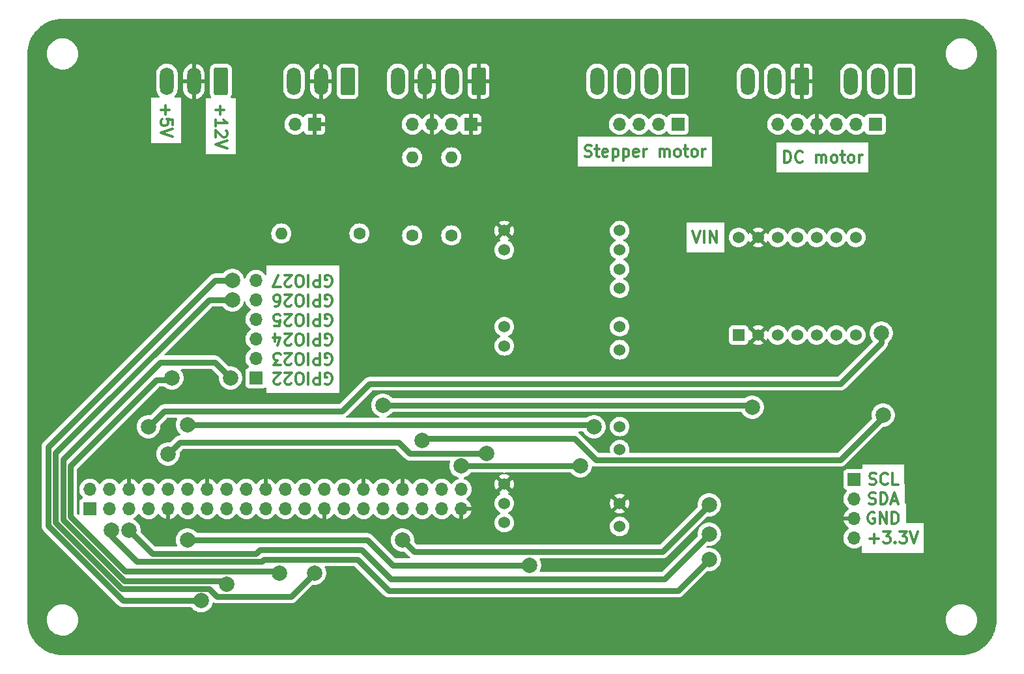
<source format=gbr>
%TF.GenerationSoftware,KiCad,Pcbnew,(6.0.8)*%
%TF.CreationDate,2022-10-29T18:49:11+00:00*%
%TF.ProjectId,PID_Vis_PCB,5049445f-5669-4735-9f50-43422e6b6963,rev?*%
%TF.SameCoordinates,Original*%
%TF.FileFunction,Copper,L1,Top*%
%TF.FilePolarity,Positive*%
%FSLAX46Y46*%
G04 Gerber Fmt 4.6, Leading zero omitted, Abs format (unit mm)*
G04 Created by KiCad (PCBNEW (6.0.8)) date 2022-10-29 18:49:11*
%MOMM*%
%LPD*%
G01*
G04 APERTURE LIST*
G04 Aperture macros list*
%AMRoundRect*
0 Rectangle with rounded corners*
0 $1 Rounding radius*
0 $2 $3 $4 $5 $6 $7 $8 $9 X,Y pos of 4 corners*
0 Add a 4 corners polygon primitive as box body*
4,1,4,$2,$3,$4,$5,$6,$7,$8,$9,$2,$3,0*
0 Add four circle primitives for the rounded corners*
1,1,$1+$1,$2,$3*
1,1,$1+$1,$4,$5*
1,1,$1+$1,$6,$7*
1,1,$1+$1,$8,$9*
0 Add four rect primitives between the rounded corners*
20,1,$1+$1,$2,$3,$4,$5,0*
20,1,$1+$1,$4,$5,$6,$7,0*
20,1,$1+$1,$6,$7,$8,$9,0*
20,1,$1+$1,$8,$9,$2,$3,0*%
G04 Aperture macros list end*
%ADD10C,0.300000*%
%TA.AperFunction,NonConductor*%
%ADD11C,0.300000*%
%TD*%
%TA.AperFunction,ComponentPad*%
%ADD12C,1.524000*%
%TD*%
%TA.AperFunction,ComponentPad*%
%ADD13R,1.524000X1.524000*%
%TD*%
%TA.AperFunction,ComponentPad*%
%ADD14R,1.700000X1.700000*%
%TD*%
%TA.AperFunction,ComponentPad*%
%ADD15O,1.700000X1.700000*%
%TD*%
%TA.AperFunction,ComponentPad*%
%ADD16RoundRect,0.250000X0.650000X1.550000X-0.650000X1.550000X-0.650000X-1.550000X0.650000X-1.550000X0*%
%TD*%
%TA.AperFunction,ComponentPad*%
%ADD17O,1.800000X3.600000*%
%TD*%
%TA.AperFunction,ComponentPad*%
%ADD18C,1.600000*%
%TD*%
%TA.AperFunction,ComponentPad*%
%ADD19O,1.600000X1.600000*%
%TD*%
%TA.AperFunction,ViaPad*%
%ADD20C,2.000000*%
%TD*%
%TA.AperFunction,Conductor*%
%ADD21C,0.750000*%
%TD*%
G04 APERTURE END LIST*
D10*
D11*
X224163142Y-68774571D02*
X224663142Y-70274571D01*
X225163142Y-68774571D01*
X225663142Y-70274571D02*
X225663142Y-68774571D01*
X226377428Y-70274571D02*
X226377428Y-68774571D01*
X227234571Y-70274571D01*
X227234571Y-68774571D01*
D10*
D11*
X247190000Y-108819142D02*
X248332857Y-108819142D01*
X247761428Y-109390571D02*
X247761428Y-108247714D01*
X248904285Y-107890571D02*
X249832857Y-107890571D01*
X249332857Y-108462000D01*
X249547142Y-108462000D01*
X249690000Y-108533428D01*
X249761428Y-108604857D01*
X249832857Y-108747714D01*
X249832857Y-109104857D01*
X249761428Y-109247714D01*
X249690000Y-109319142D01*
X249547142Y-109390571D01*
X249118571Y-109390571D01*
X248975714Y-109319142D01*
X248904285Y-109247714D01*
X250475714Y-109247714D02*
X250547142Y-109319142D01*
X250475714Y-109390571D01*
X250404285Y-109319142D01*
X250475714Y-109247714D01*
X250475714Y-109390571D01*
X251047142Y-107890571D02*
X251975714Y-107890571D01*
X251475714Y-108462000D01*
X251690000Y-108462000D01*
X251832857Y-108533428D01*
X251904285Y-108604857D01*
X251975714Y-108747714D01*
X251975714Y-109104857D01*
X251904285Y-109247714D01*
X251832857Y-109319142D01*
X251690000Y-109390571D01*
X251261428Y-109390571D01*
X251118571Y-109319142D01*
X251047142Y-109247714D01*
X252404285Y-107890571D02*
X252904285Y-109390571D01*
X253404285Y-107890571D01*
D10*
D11*
X247777142Y-105422000D02*
X247634285Y-105350571D01*
X247420000Y-105350571D01*
X247205714Y-105422000D01*
X247062857Y-105564857D01*
X246991428Y-105707714D01*
X246920000Y-105993428D01*
X246920000Y-106207714D01*
X246991428Y-106493428D01*
X247062857Y-106636285D01*
X247205714Y-106779142D01*
X247420000Y-106850571D01*
X247562857Y-106850571D01*
X247777142Y-106779142D01*
X247848571Y-106707714D01*
X247848571Y-106207714D01*
X247562857Y-106207714D01*
X248491428Y-106850571D02*
X248491428Y-105350571D01*
X249348571Y-106850571D01*
X249348571Y-105350571D01*
X250062857Y-106850571D02*
X250062857Y-105350571D01*
X250420000Y-105350571D01*
X250634285Y-105422000D01*
X250777142Y-105564857D01*
X250848571Y-105707714D01*
X250920000Y-105993428D01*
X250920000Y-106207714D01*
X250848571Y-106493428D01*
X250777142Y-106636285D01*
X250634285Y-106779142D01*
X250420000Y-106850571D01*
X250062857Y-106850571D01*
D10*
D11*
X210146285Y-59027142D02*
X210360571Y-59098571D01*
X210717714Y-59098571D01*
X210860571Y-59027142D01*
X210932000Y-58955714D01*
X211003428Y-58812857D01*
X211003428Y-58670000D01*
X210932000Y-58527142D01*
X210860571Y-58455714D01*
X210717714Y-58384285D01*
X210432000Y-58312857D01*
X210289142Y-58241428D01*
X210217714Y-58170000D01*
X210146285Y-58027142D01*
X210146285Y-57884285D01*
X210217714Y-57741428D01*
X210289142Y-57670000D01*
X210432000Y-57598571D01*
X210789142Y-57598571D01*
X211003428Y-57670000D01*
X211432000Y-58098571D02*
X212003428Y-58098571D01*
X211646285Y-57598571D02*
X211646285Y-58884285D01*
X211717714Y-59027142D01*
X211860571Y-59098571D01*
X212003428Y-59098571D01*
X213074857Y-59027142D02*
X212932000Y-59098571D01*
X212646285Y-59098571D01*
X212503428Y-59027142D01*
X212432000Y-58884285D01*
X212432000Y-58312857D01*
X212503428Y-58170000D01*
X212646285Y-58098571D01*
X212932000Y-58098571D01*
X213074857Y-58170000D01*
X213146285Y-58312857D01*
X213146285Y-58455714D01*
X212432000Y-58598571D01*
X213789142Y-58098571D02*
X213789142Y-59598571D01*
X213789142Y-58170000D02*
X213932000Y-58098571D01*
X214217714Y-58098571D01*
X214360571Y-58170000D01*
X214432000Y-58241428D01*
X214503428Y-58384285D01*
X214503428Y-58812857D01*
X214432000Y-58955714D01*
X214360571Y-59027142D01*
X214217714Y-59098571D01*
X213932000Y-59098571D01*
X213789142Y-59027142D01*
X215146285Y-58098571D02*
X215146285Y-59598571D01*
X215146285Y-58170000D02*
X215289142Y-58098571D01*
X215574857Y-58098571D01*
X215717714Y-58170000D01*
X215789142Y-58241428D01*
X215860571Y-58384285D01*
X215860571Y-58812857D01*
X215789142Y-58955714D01*
X215717714Y-59027142D01*
X215574857Y-59098571D01*
X215289142Y-59098571D01*
X215146285Y-59027142D01*
X217074857Y-59027142D02*
X216932000Y-59098571D01*
X216646285Y-59098571D01*
X216503428Y-59027142D01*
X216432000Y-58884285D01*
X216432000Y-58312857D01*
X216503428Y-58170000D01*
X216646285Y-58098571D01*
X216932000Y-58098571D01*
X217074857Y-58170000D01*
X217146285Y-58312857D01*
X217146285Y-58455714D01*
X216432000Y-58598571D01*
X217789142Y-59098571D02*
X217789142Y-58098571D01*
X217789142Y-58384285D02*
X217860571Y-58241428D01*
X217932000Y-58170000D01*
X218074857Y-58098571D01*
X218217714Y-58098571D01*
X219860571Y-59098571D02*
X219860571Y-58098571D01*
X219860571Y-58241428D02*
X219932000Y-58170000D01*
X220074857Y-58098571D01*
X220289142Y-58098571D01*
X220432000Y-58170000D01*
X220503428Y-58312857D01*
X220503428Y-59098571D01*
X220503428Y-58312857D02*
X220574857Y-58170000D01*
X220717714Y-58098571D01*
X220932000Y-58098571D01*
X221074857Y-58170000D01*
X221146285Y-58312857D01*
X221146285Y-59098571D01*
X222074857Y-59098571D02*
X221932000Y-59027142D01*
X221860571Y-58955714D01*
X221789142Y-58812857D01*
X221789142Y-58384285D01*
X221860571Y-58241428D01*
X221932000Y-58170000D01*
X222074857Y-58098571D01*
X222289142Y-58098571D01*
X222432000Y-58170000D01*
X222503428Y-58241428D01*
X222574857Y-58384285D01*
X222574857Y-58812857D01*
X222503428Y-58955714D01*
X222432000Y-59027142D01*
X222289142Y-59098571D01*
X222074857Y-59098571D01*
X223003428Y-58098571D02*
X223574857Y-58098571D01*
X223217714Y-57598571D02*
X223217714Y-58884285D01*
X223289142Y-59027142D01*
X223432000Y-59098571D01*
X223574857Y-59098571D01*
X224289142Y-59098571D02*
X224146285Y-59027142D01*
X224074857Y-58955714D01*
X224003428Y-58812857D01*
X224003428Y-58384285D01*
X224074857Y-58241428D01*
X224146285Y-58170000D01*
X224289142Y-58098571D01*
X224503428Y-58098571D01*
X224646285Y-58170000D01*
X224717714Y-58241428D01*
X224789142Y-58384285D01*
X224789142Y-58812857D01*
X224717714Y-58955714D01*
X224646285Y-59027142D01*
X224503428Y-59098571D01*
X224289142Y-59098571D01*
X225432000Y-59098571D02*
X225432000Y-58098571D01*
X225432000Y-58384285D02*
X225503428Y-58241428D01*
X225574857Y-58170000D01*
X225717714Y-58098571D01*
X225860571Y-58098571D01*
D10*
D11*
X236081714Y-59860571D02*
X236081714Y-58360571D01*
X236438857Y-58360571D01*
X236653142Y-58432000D01*
X236796000Y-58574857D01*
X236867428Y-58717714D01*
X236938857Y-59003428D01*
X236938857Y-59217714D01*
X236867428Y-59503428D01*
X236796000Y-59646285D01*
X236653142Y-59789142D01*
X236438857Y-59860571D01*
X236081714Y-59860571D01*
X238438857Y-59717714D02*
X238367428Y-59789142D01*
X238153142Y-59860571D01*
X238010285Y-59860571D01*
X237796000Y-59789142D01*
X237653142Y-59646285D01*
X237581714Y-59503428D01*
X237510285Y-59217714D01*
X237510285Y-59003428D01*
X237581714Y-58717714D01*
X237653142Y-58574857D01*
X237796000Y-58432000D01*
X238010285Y-58360571D01*
X238153142Y-58360571D01*
X238367428Y-58432000D01*
X238438857Y-58503428D01*
X240224571Y-59860571D02*
X240224571Y-58860571D01*
X240224571Y-59003428D02*
X240296000Y-58932000D01*
X240438857Y-58860571D01*
X240653142Y-58860571D01*
X240796000Y-58932000D01*
X240867428Y-59074857D01*
X240867428Y-59860571D01*
X240867428Y-59074857D02*
X240938857Y-58932000D01*
X241081714Y-58860571D01*
X241296000Y-58860571D01*
X241438857Y-58932000D01*
X241510285Y-59074857D01*
X241510285Y-59860571D01*
X242438857Y-59860571D02*
X242296000Y-59789142D01*
X242224571Y-59717714D01*
X242153142Y-59574857D01*
X242153142Y-59146285D01*
X242224571Y-59003428D01*
X242296000Y-58932000D01*
X242438857Y-58860571D01*
X242653142Y-58860571D01*
X242796000Y-58932000D01*
X242867428Y-59003428D01*
X242938857Y-59146285D01*
X242938857Y-59574857D01*
X242867428Y-59717714D01*
X242796000Y-59789142D01*
X242653142Y-59860571D01*
X242438857Y-59860571D01*
X243367428Y-58860571D02*
X243938857Y-58860571D01*
X243581714Y-58360571D02*
X243581714Y-59646285D01*
X243653142Y-59789142D01*
X243796000Y-59860571D01*
X243938857Y-59860571D01*
X244653142Y-59860571D02*
X244510285Y-59789142D01*
X244438857Y-59717714D01*
X244367428Y-59574857D01*
X244367428Y-59146285D01*
X244438857Y-59003428D01*
X244510285Y-58932000D01*
X244653142Y-58860571D01*
X244867428Y-58860571D01*
X245010285Y-58932000D01*
X245081714Y-59003428D01*
X245153142Y-59146285D01*
X245153142Y-59574857D01*
X245081714Y-59717714D01*
X245010285Y-59789142D01*
X244867428Y-59860571D01*
X244653142Y-59860571D01*
X245796000Y-59860571D02*
X245796000Y-58860571D01*
X245796000Y-59146285D02*
X245867428Y-59003428D01*
X245938857Y-58932000D01*
X246081714Y-58860571D01*
X246224571Y-58860571D01*
D10*
D11*
X176410571Y-75934000D02*
X176553428Y-76005428D01*
X176767714Y-76005428D01*
X176982000Y-75934000D01*
X177124857Y-75791142D01*
X177196285Y-75648285D01*
X177267714Y-75362571D01*
X177267714Y-75148285D01*
X177196285Y-74862571D01*
X177124857Y-74719714D01*
X176982000Y-74576857D01*
X176767714Y-74505428D01*
X176624857Y-74505428D01*
X176410571Y-74576857D01*
X176339142Y-74648285D01*
X176339142Y-75148285D01*
X176624857Y-75148285D01*
X175696285Y-74505428D02*
X175696285Y-76005428D01*
X175124857Y-76005428D01*
X174982000Y-75934000D01*
X174910571Y-75862571D01*
X174839142Y-75719714D01*
X174839142Y-75505428D01*
X174910571Y-75362571D01*
X174982000Y-75291142D01*
X175124857Y-75219714D01*
X175696285Y-75219714D01*
X174196285Y-74505428D02*
X174196285Y-76005428D01*
X173196285Y-76005428D02*
X172910571Y-76005428D01*
X172767714Y-75934000D01*
X172624857Y-75791142D01*
X172553428Y-75505428D01*
X172553428Y-75005428D01*
X172624857Y-74719714D01*
X172767714Y-74576857D01*
X172910571Y-74505428D01*
X173196285Y-74505428D01*
X173339142Y-74576857D01*
X173482000Y-74719714D01*
X173553428Y-75005428D01*
X173553428Y-75505428D01*
X173482000Y-75791142D01*
X173339142Y-75934000D01*
X173196285Y-76005428D01*
X171982000Y-75862571D02*
X171910571Y-75934000D01*
X171767714Y-76005428D01*
X171410571Y-76005428D01*
X171267714Y-75934000D01*
X171196285Y-75862571D01*
X171124857Y-75719714D01*
X171124857Y-75576857D01*
X171196285Y-75362571D01*
X172053428Y-74505428D01*
X171124857Y-74505428D01*
X170624857Y-76005428D02*
X169624857Y-76005428D01*
X170267714Y-74505428D01*
D10*
D11*
X176410571Y-78474000D02*
X176553428Y-78545428D01*
X176767714Y-78545428D01*
X176982000Y-78474000D01*
X177124857Y-78331142D01*
X177196285Y-78188285D01*
X177267714Y-77902571D01*
X177267714Y-77688285D01*
X177196285Y-77402571D01*
X177124857Y-77259714D01*
X176982000Y-77116857D01*
X176767714Y-77045428D01*
X176624857Y-77045428D01*
X176410571Y-77116857D01*
X176339142Y-77188285D01*
X176339142Y-77688285D01*
X176624857Y-77688285D01*
X175696285Y-77045428D02*
X175696285Y-78545428D01*
X175124857Y-78545428D01*
X174982000Y-78474000D01*
X174910571Y-78402571D01*
X174839142Y-78259714D01*
X174839142Y-78045428D01*
X174910571Y-77902571D01*
X174982000Y-77831142D01*
X175124857Y-77759714D01*
X175696285Y-77759714D01*
X174196285Y-77045428D02*
X174196285Y-78545428D01*
X173196285Y-78545428D02*
X172910571Y-78545428D01*
X172767714Y-78474000D01*
X172624857Y-78331142D01*
X172553428Y-78045428D01*
X172553428Y-77545428D01*
X172624857Y-77259714D01*
X172767714Y-77116857D01*
X172910571Y-77045428D01*
X173196285Y-77045428D01*
X173339142Y-77116857D01*
X173482000Y-77259714D01*
X173553428Y-77545428D01*
X173553428Y-78045428D01*
X173482000Y-78331142D01*
X173339142Y-78474000D01*
X173196285Y-78545428D01*
X171982000Y-78402571D02*
X171910571Y-78474000D01*
X171767714Y-78545428D01*
X171410571Y-78545428D01*
X171267714Y-78474000D01*
X171196285Y-78402571D01*
X171124857Y-78259714D01*
X171124857Y-78116857D01*
X171196285Y-77902571D01*
X172053428Y-77045428D01*
X171124857Y-77045428D01*
X169839142Y-78545428D02*
X170124857Y-78545428D01*
X170267714Y-78474000D01*
X170339142Y-78402571D01*
X170482000Y-78188285D01*
X170553428Y-77902571D01*
X170553428Y-77331142D01*
X170482000Y-77188285D01*
X170410571Y-77116857D01*
X170267714Y-77045428D01*
X169982000Y-77045428D01*
X169839142Y-77116857D01*
X169767714Y-77188285D01*
X169696285Y-77331142D01*
X169696285Y-77688285D01*
X169767714Y-77831142D01*
X169839142Y-77902571D01*
X169982000Y-77974000D01*
X170267714Y-77974000D01*
X170410571Y-77902571D01*
X170482000Y-77831142D01*
X170553428Y-77688285D01*
D10*
D11*
X176410571Y-81014000D02*
X176553428Y-81085428D01*
X176767714Y-81085428D01*
X176982000Y-81014000D01*
X177124857Y-80871142D01*
X177196285Y-80728285D01*
X177267714Y-80442571D01*
X177267714Y-80228285D01*
X177196285Y-79942571D01*
X177124857Y-79799714D01*
X176982000Y-79656857D01*
X176767714Y-79585428D01*
X176624857Y-79585428D01*
X176410571Y-79656857D01*
X176339142Y-79728285D01*
X176339142Y-80228285D01*
X176624857Y-80228285D01*
X175696285Y-79585428D02*
X175696285Y-81085428D01*
X175124857Y-81085428D01*
X174982000Y-81014000D01*
X174910571Y-80942571D01*
X174839142Y-80799714D01*
X174839142Y-80585428D01*
X174910571Y-80442571D01*
X174982000Y-80371142D01*
X175124857Y-80299714D01*
X175696285Y-80299714D01*
X174196285Y-79585428D02*
X174196285Y-81085428D01*
X173196285Y-81085428D02*
X172910571Y-81085428D01*
X172767714Y-81014000D01*
X172624857Y-80871142D01*
X172553428Y-80585428D01*
X172553428Y-80085428D01*
X172624857Y-79799714D01*
X172767714Y-79656857D01*
X172910571Y-79585428D01*
X173196285Y-79585428D01*
X173339142Y-79656857D01*
X173482000Y-79799714D01*
X173553428Y-80085428D01*
X173553428Y-80585428D01*
X173482000Y-80871142D01*
X173339142Y-81014000D01*
X173196285Y-81085428D01*
X171982000Y-80942571D02*
X171910571Y-81014000D01*
X171767714Y-81085428D01*
X171410571Y-81085428D01*
X171267714Y-81014000D01*
X171196285Y-80942571D01*
X171124857Y-80799714D01*
X171124857Y-80656857D01*
X171196285Y-80442571D01*
X172053428Y-79585428D01*
X171124857Y-79585428D01*
X169767714Y-81085428D02*
X170482000Y-81085428D01*
X170553428Y-80371142D01*
X170482000Y-80442571D01*
X170339142Y-80514000D01*
X169982000Y-80514000D01*
X169839142Y-80442571D01*
X169767714Y-80371142D01*
X169696285Y-80228285D01*
X169696285Y-79871142D01*
X169767714Y-79728285D01*
X169839142Y-79656857D01*
X169982000Y-79585428D01*
X170339142Y-79585428D01*
X170482000Y-79656857D01*
X170553428Y-79728285D01*
D10*
D11*
X176410571Y-83554000D02*
X176553428Y-83625428D01*
X176767714Y-83625428D01*
X176982000Y-83554000D01*
X177124857Y-83411142D01*
X177196285Y-83268285D01*
X177267714Y-82982571D01*
X177267714Y-82768285D01*
X177196285Y-82482571D01*
X177124857Y-82339714D01*
X176982000Y-82196857D01*
X176767714Y-82125428D01*
X176624857Y-82125428D01*
X176410571Y-82196857D01*
X176339142Y-82268285D01*
X176339142Y-82768285D01*
X176624857Y-82768285D01*
X175696285Y-82125428D02*
X175696285Y-83625428D01*
X175124857Y-83625428D01*
X174982000Y-83554000D01*
X174910571Y-83482571D01*
X174839142Y-83339714D01*
X174839142Y-83125428D01*
X174910571Y-82982571D01*
X174982000Y-82911142D01*
X175124857Y-82839714D01*
X175696285Y-82839714D01*
X174196285Y-82125428D02*
X174196285Y-83625428D01*
X173196285Y-83625428D02*
X172910571Y-83625428D01*
X172767714Y-83554000D01*
X172624857Y-83411142D01*
X172553428Y-83125428D01*
X172553428Y-82625428D01*
X172624857Y-82339714D01*
X172767714Y-82196857D01*
X172910571Y-82125428D01*
X173196285Y-82125428D01*
X173339142Y-82196857D01*
X173482000Y-82339714D01*
X173553428Y-82625428D01*
X173553428Y-83125428D01*
X173482000Y-83411142D01*
X173339142Y-83554000D01*
X173196285Y-83625428D01*
X171982000Y-83482571D02*
X171910571Y-83554000D01*
X171767714Y-83625428D01*
X171410571Y-83625428D01*
X171267714Y-83554000D01*
X171196285Y-83482571D01*
X171124857Y-83339714D01*
X171124857Y-83196857D01*
X171196285Y-82982571D01*
X172053428Y-82125428D01*
X171124857Y-82125428D01*
X169839142Y-83125428D02*
X169839142Y-82125428D01*
X170196285Y-83696857D02*
X170553428Y-82625428D01*
X169624857Y-82625428D01*
D10*
D11*
X176410571Y-86094000D02*
X176553428Y-86165428D01*
X176767714Y-86165428D01*
X176982000Y-86094000D01*
X177124857Y-85951142D01*
X177196285Y-85808285D01*
X177267714Y-85522571D01*
X177267714Y-85308285D01*
X177196285Y-85022571D01*
X177124857Y-84879714D01*
X176982000Y-84736857D01*
X176767714Y-84665428D01*
X176624857Y-84665428D01*
X176410571Y-84736857D01*
X176339142Y-84808285D01*
X176339142Y-85308285D01*
X176624857Y-85308285D01*
X175696285Y-84665428D02*
X175696285Y-86165428D01*
X175124857Y-86165428D01*
X174982000Y-86094000D01*
X174910571Y-86022571D01*
X174839142Y-85879714D01*
X174839142Y-85665428D01*
X174910571Y-85522571D01*
X174982000Y-85451142D01*
X175124857Y-85379714D01*
X175696285Y-85379714D01*
X174196285Y-84665428D02*
X174196285Y-86165428D01*
X173196285Y-86165428D02*
X172910571Y-86165428D01*
X172767714Y-86094000D01*
X172624857Y-85951142D01*
X172553428Y-85665428D01*
X172553428Y-85165428D01*
X172624857Y-84879714D01*
X172767714Y-84736857D01*
X172910571Y-84665428D01*
X173196285Y-84665428D01*
X173339142Y-84736857D01*
X173482000Y-84879714D01*
X173553428Y-85165428D01*
X173553428Y-85665428D01*
X173482000Y-85951142D01*
X173339142Y-86094000D01*
X173196285Y-86165428D01*
X171982000Y-86022571D02*
X171910571Y-86094000D01*
X171767714Y-86165428D01*
X171410571Y-86165428D01*
X171267714Y-86094000D01*
X171196285Y-86022571D01*
X171124857Y-85879714D01*
X171124857Y-85736857D01*
X171196285Y-85522571D01*
X172053428Y-84665428D01*
X171124857Y-84665428D01*
X170624857Y-86165428D02*
X169696285Y-86165428D01*
X170196285Y-85594000D01*
X169982000Y-85594000D01*
X169839142Y-85522571D01*
X169767714Y-85451142D01*
X169696285Y-85308285D01*
X169696285Y-84951142D01*
X169767714Y-84808285D01*
X169839142Y-84736857D01*
X169982000Y-84665428D01*
X170410571Y-84665428D01*
X170553428Y-84736857D01*
X170624857Y-84808285D01*
D10*
D11*
X176410571Y-88634000D02*
X176553428Y-88705428D01*
X176767714Y-88705428D01*
X176982000Y-88634000D01*
X177124857Y-88491142D01*
X177196285Y-88348285D01*
X177267714Y-88062571D01*
X177267714Y-87848285D01*
X177196285Y-87562571D01*
X177124857Y-87419714D01*
X176982000Y-87276857D01*
X176767714Y-87205428D01*
X176624857Y-87205428D01*
X176410571Y-87276857D01*
X176339142Y-87348285D01*
X176339142Y-87848285D01*
X176624857Y-87848285D01*
X175696285Y-87205428D02*
X175696285Y-88705428D01*
X175124857Y-88705428D01*
X174982000Y-88634000D01*
X174910571Y-88562571D01*
X174839142Y-88419714D01*
X174839142Y-88205428D01*
X174910571Y-88062571D01*
X174982000Y-87991142D01*
X175124857Y-87919714D01*
X175696285Y-87919714D01*
X174196285Y-87205428D02*
X174196285Y-88705428D01*
X173196285Y-88705428D02*
X172910571Y-88705428D01*
X172767714Y-88634000D01*
X172624857Y-88491142D01*
X172553428Y-88205428D01*
X172553428Y-87705428D01*
X172624857Y-87419714D01*
X172767714Y-87276857D01*
X172910571Y-87205428D01*
X173196285Y-87205428D01*
X173339142Y-87276857D01*
X173482000Y-87419714D01*
X173553428Y-87705428D01*
X173553428Y-88205428D01*
X173482000Y-88491142D01*
X173339142Y-88634000D01*
X173196285Y-88705428D01*
X171982000Y-88562571D02*
X171910571Y-88634000D01*
X171767714Y-88705428D01*
X171410571Y-88705428D01*
X171267714Y-88634000D01*
X171196285Y-88562571D01*
X171124857Y-88419714D01*
X171124857Y-88276857D01*
X171196285Y-88062571D01*
X172053428Y-87205428D01*
X171124857Y-87205428D01*
X170553428Y-88562571D02*
X170482000Y-88634000D01*
X170339142Y-88705428D01*
X169982000Y-88705428D01*
X169839142Y-88634000D01*
X169767714Y-88562571D01*
X169696285Y-88419714D01*
X169696285Y-88276857D01*
X169767714Y-88062571D01*
X170624857Y-87205428D01*
X169696285Y-87205428D01*
D10*
D11*
X162706857Y-52475142D02*
X162706857Y-53618000D01*
X162135428Y-53046571D02*
X163278285Y-53046571D01*
X162135428Y-55118000D02*
X162135428Y-54260857D01*
X162135428Y-54689428D02*
X163635428Y-54689428D01*
X163421142Y-54546571D01*
X163278285Y-54403714D01*
X163206857Y-54260857D01*
X163492571Y-55689428D02*
X163564000Y-55760857D01*
X163635428Y-55903714D01*
X163635428Y-56260857D01*
X163564000Y-56403714D01*
X163492571Y-56475142D01*
X163349714Y-56546571D01*
X163206857Y-56546571D01*
X162992571Y-56475142D01*
X162135428Y-55618000D01*
X162135428Y-56546571D01*
X163635428Y-56975142D02*
X162135428Y-57475142D01*
X163635428Y-57975142D01*
D10*
D11*
X155594857Y-52427428D02*
X155594857Y-53570285D01*
X155023428Y-52998857D02*
X156166285Y-52998857D01*
X156523428Y-54998857D02*
X156523428Y-54284571D01*
X155809142Y-54213142D01*
X155880571Y-54284571D01*
X155952000Y-54427428D01*
X155952000Y-54784571D01*
X155880571Y-54927428D01*
X155809142Y-54998857D01*
X155666285Y-55070285D01*
X155309142Y-55070285D01*
X155166285Y-54998857D01*
X155094857Y-54927428D01*
X155023428Y-54784571D01*
X155023428Y-54427428D01*
X155094857Y-54284571D01*
X155166285Y-54213142D01*
X156523428Y-55498857D02*
X155023428Y-55998857D01*
X156523428Y-56498857D01*
D10*
D11*
X247134285Y-101699142D02*
X247348571Y-101770571D01*
X247705714Y-101770571D01*
X247848571Y-101699142D01*
X247920000Y-101627714D01*
X247991428Y-101484857D01*
X247991428Y-101342000D01*
X247920000Y-101199142D01*
X247848571Y-101127714D01*
X247705714Y-101056285D01*
X247420000Y-100984857D01*
X247277142Y-100913428D01*
X247205714Y-100842000D01*
X247134285Y-100699142D01*
X247134285Y-100556285D01*
X247205714Y-100413428D01*
X247277142Y-100342000D01*
X247420000Y-100270571D01*
X247777142Y-100270571D01*
X247991428Y-100342000D01*
X249491428Y-101627714D02*
X249420000Y-101699142D01*
X249205714Y-101770571D01*
X249062857Y-101770571D01*
X248848571Y-101699142D01*
X248705714Y-101556285D01*
X248634285Y-101413428D01*
X248562857Y-101127714D01*
X248562857Y-100913428D01*
X248634285Y-100627714D01*
X248705714Y-100484857D01*
X248848571Y-100342000D01*
X249062857Y-100270571D01*
X249205714Y-100270571D01*
X249420000Y-100342000D01*
X249491428Y-100413428D01*
X250848571Y-101770571D02*
X250134285Y-101770571D01*
X250134285Y-100270571D01*
D10*
D11*
X247098571Y-104239142D02*
X247312857Y-104310571D01*
X247670000Y-104310571D01*
X247812857Y-104239142D01*
X247884285Y-104167714D01*
X247955714Y-104024857D01*
X247955714Y-103882000D01*
X247884285Y-103739142D01*
X247812857Y-103667714D01*
X247670000Y-103596285D01*
X247384285Y-103524857D01*
X247241428Y-103453428D01*
X247170000Y-103382000D01*
X247098571Y-103239142D01*
X247098571Y-103096285D01*
X247170000Y-102953428D01*
X247241428Y-102882000D01*
X247384285Y-102810571D01*
X247741428Y-102810571D01*
X247955714Y-102882000D01*
X248598571Y-104310571D02*
X248598571Y-102810571D01*
X248955714Y-102810571D01*
X249170000Y-102882000D01*
X249312857Y-103024857D01*
X249384285Y-103167714D01*
X249455714Y-103453428D01*
X249455714Y-103667714D01*
X249384285Y-103953428D01*
X249312857Y-104096285D01*
X249170000Y-104239142D01*
X248955714Y-104310571D01*
X248598571Y-104310571D01*
X250027142Y-103882000D02*
X250741428Y-103882000D01*
X249884285Y-104310571D02*
X250384285Y-102810571D01*
X250884285Y-104310571D01*
D12*
%TO.P,U2,14,VIN*%
%TO.N,+12V*%
X230124000Y-69596000D03*
%TO.P,U2,13,GND*%
%TO.N,GND*%
X232664000Y-69596000D03*
%TO.P,U2,12,OUT1*%
%TO.N,Net-(J5-Pad6)*%
X235204000Y-69596000D03*
%TO.P,U2,11,OUT2*%
%TO.N,Net-(J5-Pad5)*%
X237744000Y-69596000D03*
%TO.P,U2,10,IMODE*%
%TO.N,unconnected-(U2-Pad10)*%
X240284000Y-69596000D03*
%TO.P,U2,9,FAULT*%
%TO.N,unconnected-(U2-Pad9)*%
X242824000Y-69596000D03*
%TO.P,U2,8,CS*%
%TO.N,unconnected-(U2-Pad8)*%
X245364000Y-69596000D03*
%TO.P,U2,7,VREF*%
%TO.N,unconnected-(U2-Pad7)*%
X245364000Y-82296000D03*
%TO.P,U2,6,SLEEP*%
%TO.N,+3.3V*%
X242824000Y-82296000D03*
%TO.P,U2,5,PMODE*%
X240284000Y-82296000D03*
%TO.P,U2,4,PH/IN2*%
%TO.N,Net-(J1-Pad33)*%
X237744000Y-82296000D03*
%TO.P,U2,3,EN/IN1*%
%TO.N,Net-(U2-Pad3)*%
X235204000Y-82296000D03*
%TO.P,U2,2,GND*%
%TO.N,GND*%
X232664000Y-82296000D03*
D13*
%TO.P,U2,1,VM*%
%TO.N,unconnected-(U2-Pad1)*%
X230124000Y-82296000D03*
%TD*%
D12*
%TO.P,U1,1,M+*%
%TO.N,+12V*%
X214670000Y-107214000D03*
%TO.P,U1,2,GND*%
%TO.N,GND*%
X214670000Y-104214000D03*
%TO.P,U1,3,MS2*%
%TO.N,Net-(J1-Pad40)*%
X214670000Y-97214000D03*
%TO.P,U1,4,ENABLE*%
%TO.N,Net-(J1-Pad12)*%
X214670000Y-94214000D03*
%TO.P,U1,5,RST*%
%TO.N,+3.3V*%
X214670000Y-84214000D03*
%TO.P,U1,6,PFD*%
%TO.N,unconnected-(U1-Pad6)*%
X214670000Y-81214000D03*
%TO.P,U1,7,B2*%
%TO.N,Net-(J3-Pad1)*%
X214670000Y-76214000D03*
%TO.P,U1,8,B1*%
%TO.N,Net-(J3-Pad2)*%
X214670000Y-73714000D03*
%TO.P,U1,9,A2*%
%TO.N,Net-(J3-Pad3)*%
X214670000Y-71214000D03*
%TO.P,U1,10,A1*%
%TO.N,Net-(J3-Pad4)*%
X214670000Y-68714000D03*
%TO.P,U1,11,GND*%
%TO.N,GND*%
X199670000Y-68714000D03*
%TO.P,U1,12,+5V*%
%TO.N,unconnected-(U1-Pad12)*%
X199670000Y-71214000D03*
%TO.P,U1,13,SLP*%
%TO.N,unconnected-(U1-Pad13)*%
X199670000Y-81214000D03*
%TO.P,U1,14,MS1*%
%TO.N,Net-(J1-Pad38)*%
X199670000Y-83714000D03*
%TO.P,U1,15,GND*%
%TO.N,GND*%
X199670000Y-101714000D03*
%TO.P,U1,16,STEP*%
%TO.N,Net-(J1-Pad11)*%
X199670000Y-104214000D03*
%TO.P,U1,17,DIR*%
%TO.N,Net-(J1-Pad10)*%
X199670000Y-106714000D03*
%TD*%
D14*
%TO.P,J4,1,Pin_1*%
%TO.N,Net-(J3-Pad1)*%
X222250000Y-54864000D03*
D15*
%TO.P,J4,2,Pin_2*%
%TO.N,Net-(J3-Pad2)*%
X219710000Y-54864000D03*
%TO.P,J4,3,Pin_3*%
%TO.N,Net-(J3-Pad3)*%
X217170000Y-54864000D03*
%TO.P,J4,4,Pin_4*%
%TO.N,Net-(J3-Pad4)*%
X214630000Y-54864000D03*
%TD*%
D16*
%TO.P,J9,1,Pin_1*%
%TO.N,GND*%
X196342000Y-49276000D03*
D17*
%TO.P,J9,2,Pin_2*%
%TO.N,Net-(J10-Pad2)*%
X192842000Y-49276000D03*
%TO.P,J9,3,Pin_3*%
%TO.N,GND*%
X189342000Y-49276000D03*
%TO.P,J9,4,Pin_4*%
%TO.N,Net-(J1-Pad24)*%
X185842000Y-49276000D03*
%TD*%
D18*
%TO.P,R3,1*%
%TO.N,+3.3V*%
X180848000Y-69088000D03*
D19*
%TO.P,R3,2*%
%TO.N,Net-(J1-Pad21)*%
X170688000Y-69088000D03*
%TD*%
D18*
%TO.P,R2,1*%
%TO.N,+3.3V*%
X187706000Y-69342000D03*
D19*
%TO.P,R2,2*%
%TO.N,Net-(J1-Pad24)*%
X187706000Y-59182000D03*
%TD*%
D18*
%TO.P,R1,1*%
%TO.N,+3.3V*%
X192786000Y-69342000D03*
D19*
%TO.P,R1,2*%
%TO.N,Net-(J10-Pad2)*%
X192786000Y-59182000D03*
%TD*%
D14*
%TO.P,J13,1,Pin_1*%
%TO.N,GND*%
X175006000Y-54864000D03*
D15*
%TO.P,J13,2,Pin_2*%
%TO.N,Net-(J1-Pad21)*%
X172466000Y-54864000D03*
%TD*%
D16*
%TO.P,J12,1,Pin_1*%
%TO.N,unconnected-(J12-Pad1)*%
X179324000Y-49287500D03*
D17*
%TO.P,J12,2,Pin_2*%
%TO.N,GND*%
X175824000Y-49287500D03*
%TO.P,J12,3,Pin_3*%
%TO.N,Net-(J1-Pad21)*%
X172324000Y-49287500D03*
%TD*%
D14*
%TO.P,J11,1,Pin_1*%
%TO.N,Net-(J1-Pad15)*%
X167386000Y-87884000D03*
D15*
%TO.P,J11,2,Pin_2*%
%TO.N,Net-(J1-Pad16)*%
X167386000Y-85344000D03*
%TO.P,J11,3,Pin_3*%
%TO.N,Net-(J1-Pad18)*%
X167386000Y-82804000D03*
%TO.P,J11,4,Pin_4*%
%TO.N,Net-(J1-Pad22)*%
X167386000Y-80264000D03*
%TO.P,J11,5,Pin_5*%
%TO.N,Net-(J1-Pad37)*%
X167386000Y-77724000D03*
%TO.P,J11,6,Pin_6*%
%TO.N,Net-(J1-Pad13)*%
X167386000Y-75184000D03*
%TD*%
D14*
%TO.P,J10,1,Pin_1*%
%TO.N,GND*%
X195326000Y-54864000D03*
D15*
%TO.P,J10,2,Pin_2*%
%TO.N,Net-(J10-Pad2)*%
X192786000Y-54864000D03*
%TO.P,J10,3,Pin_3*%
%TO.N,GND*%
X190246000Y-54864000D03*
%TO.P,J10,4,Pin_4*%
%TO.N,Net-(J1-Pad24)*%
X187706000Y-54864000D03*
%TD*%
D14*
%TO.P,J1,1,3V3*%
%TO.N,+3.3V*%
X145796000Y-104902000D03*
D15*
%TO.P,J1,2,5V*%
%TO.N,+5V*%
X145796000Y-102362000D03*
%TO.P,J1,3,SDA/GPIO2*%
%TO.N,Net-(J1-Pad3)*%
X148336000Y-104902000D03*
%TO.P,J1,4,5V*%
%TO.N,+5V*%
X148336000Y-102362000D03*
%TO.P,J1,5,SCL/GPIO3*%
%TO.N,Net-(J1-Pad5)*%
X150876000Y-104902000D03*
%TO.P,J1,6,GND*%
%TO.N,GND*%
X150876000Y-102362000D03*
%TO.P,J1,7,GCLK0/GPIO4*%
%TO.N,unconnected-(J1-Pad7)*%
X153416000Y-104902000D03*
%TO.P,J1,8,GPIO14/TXD*%
%TO.N,Net-(J5-Pad2)*%
X153416000Y-102362000D03*
%TO.P,J1,9,GND*%
%TO.N,GND*%
X155956000Y-104902000D03*
%TO.P,J1,10,GPIO15/RXD*%
%TO.N,Net-(J1-Pad10)*%
X155956000Y-102362000D03*
%TO.P,J1,11,GPIO17*%
%TO.N,Net-(J1-Pad11)*%
X158496000Y-104902000D03*
%TO.P,J1,12,GPIO18/PWM0*%
%TO.N,Net-(J1-Pad12)*%
X158496000Y-102362000D03*
%TO.P,J1,13,GPIO27*%
%TO.N,Net-(J1-Pad13)*%
X161036000Y-104902000D03*
%TO.P,J1,14,GND*%
%TO.N,GND*%
X161036000Y-102362000D03*
%TO.P,J1,15,GPIO22*%
%TO.N,Net-(J1-Pad15)*%
X163576000Y-104902000D03*
%TO.P,J1,16,GPIO23*%
%TO.N,Net-(J1-Pad16)*%
X163576000Y-102362000D03*
%TO.P,J1,17,3V3*%
%TO.N,+3.3V*%
X166116000Y-104902000D03*
%TO.P,J1,18,GPIO24*%
%TO.N,Net-(J1-Pad18)*%
X166116000Y-102362000D03*
%TO.P,J1,19,MOSI0/GPIO10*%
%TO.N,unconnected-(J1-Pad19)*%
X168656000Y-104902000D03*
%TO.P,J1,20,GND*%
%TO.N,GND*%
X168656000Y-102362000D03*
%TO.P,J1,21,MISO0/GPIO9*%
%TO.N,Net-(J1-Pad21)*%
X171196000Y-104902000D03*
%TO.P,J1,22,GPIO25*%
%TO.N,Net-(J1-Pad22)*%
X171196000Y-102362000D03*
%TO.P,J1,23,SCLK0/GPIO11*%
%TO.N,unconnected-(J1-Pad23)*%
X173736000Y-104902000D03*
%TO.P,J1,24,~{CE0}/GPIO8*%
%TO.N,Net-(J1-Pad24)*%
X173736000Y-102362000D03*
%TO.P,J1,25,GND*%
%TO.N,GND*%
X176276000Y-104902000D03*
%TO.P,J1,26,~{CE1}/GPIO7*%
%TO.N,Net-(J10-Pad2)*%
X176276000Y-102362000D03*
%TO.P,J1,27,ID_SD/GPIO0*%
%TO.N,unconnected-(J1-Pad27)*%
X178816000Y-104902000D03*
%TO.P,J1,28,ID_SC/GPIO1*%
%TO.N,unconnected-(J1-Pad28)*%
X178816000Y-102362000D03*
%TO.P,J1,29,GCLK1/GPIO5*%
%TO.N,unconnected-(J1-Pad29)*%
X181356000Y-104902000D03*
%TO.P,J1,30,GND*%
%TO.N,GND*%
X181356000Y-102362000D03*
%TO.P,J1,31,GCLK2/GPIO6*%
%TO.N,unconnected-(J1-Pad31)*%
X183896000Y-104902000D03*
%TO.P,J1,32,PWM0/GPIO12*%
%TO.N,Net-(U2-Pad3)*%
X183896000Y-102362000D03*
%TO.P,J1,33,PWM1/GPIO13*%
%TO.N,Net-(J1-Pad33)*%
X186436000Y-104902000D03*
%TO.P,J1,34,GND*%
%TO.N,GND*%
X186436000Y-102362000D03*
%TO.P,J1,35,GPIO19/MISO1*%
%TO.N,unconnected-(J1-Pad35)*%
X188976000Y-104902000D03*
%TO.P,J1,36,GPIO16*%
%TO.N,Net-(J1-Pad36)*%
X188976000Y-102362000D03*
%TO.P,J1,37,GPIO26*%
%TO.N,Net-(J1-Pad37)*%
X191516000Y-104902000D03*
%TO.P,J1,38,GPIO20/MOSI1*%
%TO.N,Net-(J1-Pad38)*%
X191516000Y-102362000D03*
%TO.P,J1,39,GND*%
%TO.N,GND*%
X194056000Y-104902000D03*
%TO.P,J1,40,GPIO21/SCLK1*%
%TO.N,Net-(J1-Pad40)*%
X194056000Y-102362000D03*
%TD*%
D16*
%TO.P,J8,1,Pin_1*%
%TO.N,+12V*%
X162830000Y-49287500D03*
D17*
%TO.P,J8,2,Pin_2*%
%TO.N,GND*%
X159330000Y-49287500D03*
%TO.P,J8,3,Pin_3*%
%TO.N,+5V*%
X155830000Y-49287500D03*
%TD*%
D15*
%TO.P,J2,4,Pin_4*%
%TO.N,+3.3V*%
X245110000Y-108712000D03*
%TO.P,J2,3,Pin_3*%
%TO.N,GND*%
X245110000Y-106172000D03*
%TO.P,J2,2,Pin_2*%
%TO.N,Net-(J1-Pad3)*%
X245110000Y-103632000D03*
D14*
%TO.P,J2,1,Pin_1*%
%TO.N,Net-(J1-Pad5)*%
X245110000Y-101092000D03*
%TD*%
D16*
%TO.P,J6,1,Pin_1*%
%TO.N,GND*%
X238329000Y-49276000D03*
D17*
%TO.P,J6,2,Pin_2*%
%TO.N,Net-(J5-Pad5)*%
X234829000Y-49276000D03*
%TO.P,J6,3,Pin_3*%
%TO.N,Net-(J5-Pad6)*%
X231329000Y-49276000D03*
%TD*%
D15*
%TO.P,J5,6,Pin_6*%
%TO.N,Net-(J5-Pad6)*%
X235204000Y-54864000D03*
%TO.P,J5,5,Pin_5*%
%TO.N,Net-(J5-Pad5)*%
X237744000Y-54864000D03*
%TO.P,J5,4,Pin_4*%
%TO.N,GND*%
X240284000Y-54864000D03*
%TO.P,J5,3,Pin_3*%
%TO.N,+3.3V*%
X242824000Y-54864000D03*
%TO.P,J5,2,Pin_2*%
%TO.N,Net-(J5-Pad2)*%
X245364000Y-54864000D03*
D14*
%TO.P,J5,1,Pin_1*%
%TO.N,Net-(J1-Pad36)*%
X247904000Y-54864000D03*
%TD*%
D16*
%TO.P,J7,1,Pin_1*%
%TO.N,Net-(J1-Pad36)*%
X251714000Y-49276000D03*
D17*
%TO.P,J7,2,Pin_2*%
%TO.N,Net-(J5-Pad2)*%
X248214000Y-49276000D03*
%TO.P,J7,3,Pin_3*%
%TO.N,+3.3V*%
X244714000Y-49276000D03*
%TD*%
D16*
%TO.P,J3,1,Pin_1*%
%TO.N,Net-(J3-Pad1)*%
X222250000Y-49276000D03*
D17*
%TO.P,J3,2,Pin_2*%
%TO.N,Net-(J3-Pad2)*%
X218750000Y-49276000D03*
%TO.P,J3,3,Pin_3*%
%TO.N,Net-(J3-Pad3)*%
X215250000Y-49276000D03*
%TO.P,J3,4,Pin_4*%
%TO.N,Net-(J3-Pad4)*%
X211750000Y-49276000D03*
%TD*%
D20*
%TO.N,GND*%
X168656000Y-98806000D03*
X154940000Y-107696000D03*
%TO.N,Net-(J1-Pad13)*%
X160274000Y-116890500D03*
X164338000Y-75184000D03*
%TO.N,Net-(J1-Pad37)*%
X175006000Y-113284000D03*
X164338000Y-77724000D03*
%TO.N,Net-(J1-Pad15)*%
X163576000Y-114757500D03*
X164084000Y-87884000D03*
%TO.N,Net-(J1-Pad21)*%
X170434000Y-113284000D03*
X156464000Y-87884000D03*
%TO.N,Net-(J1-Pad12)*%
X158496000Y-93980000D03*
X211328000Y-94234000D03*
%TO.N,Net-(J1-Pad10)*%
X197358000Y-97739500D03*
X155956000Y-97790000D03*
%TO.N,Net-(J1-Pad40)*%
X194056000Y-99364500D03*
X209550000Y-99314000D03*
%TO.N,Net-(J1-Pad36)*%
X188976000Y-96012000D03*
X248920000Y-92710000D03*
%TO.N,Net-(J5-Pad2)*%
X248666000Y-82042000D03*
X153416000Y-94234000D03*
%TO.N,Net-(U2-Pad3)*%
X231902000Y-91694000D03*
X183896000Y-91440000D03*
%TO.N,Net-(J1-Pad11)*%
X158496000Y-108966000D03*
X202946000Y-112268000D03*
%TO.N,Net-(J1-Pad33)*%
X186436000Y-108966000D03*
X226314000Y-104394000D03*
%TO.N,Net-(J1-Pad3)*%
X148590000Y-107696000D03*
X226314000Y-111506000D03*
%TO.N,Net-(J1-Pad5)*%
X150876000Y-107696000D03*
X226314000Y-108204000D03*
%TD*%
D21*
%TO.N,Net-(J1-Pad3)*%
X222250000Y-115570000D02*
X226314000Y-111506000D01*
X180594000Y-111506000D02*
X184658000Y-115570000D01*
X168148000Y-111760000D02*
X168402000Y-111506000D01*
X148590000Y-108458000D02*
X151892000Y-111760000D01*
X168402000Y-111506000D02*
X180594000Y-111506000D01*
X184658000Y-115570000D02*
X222250000Y-115570000D01*
X148590000Y-107696000D02*
X148590000Y-108458000D01*
X151892000Y-111760000D02*
X168148000Y-111760000D01*
%TO.N,Net-(J1-Pad21)*%
X143256000Y-99314000D02*
X154432000Y-88138000D01*
X150368000Y-113030000D02*
X143256000Y-105918000D01*
X170180000Y-113030000D02*
X150368000Y-113030000D01*
X143256000Y-105918000D02*
X143256000Y-99314000D01*
X154432000Y-88138000D02*
X156210000Y-88138000D01*
X170434000Y-113284000D02*
X170180000Y-113030000D01*
X156210000Y-88138000D02*
X156464000Y-87884000D01*
%TO.N,Net-(J1-Pad11)*%
X185166000Y-112268000D02*
X202946000Y-112268000D01*
X158496000Y-108966000D02*
X181864000Y-108966000D01*
X181864000Y-108966000D02*
X185166000Y-112268000D01*
%TO.N,Net-(J1-Pad5)*%
X167386000Y-110744000D02*
X167894000Y-110236000D01*
X150876000Y-107696000D02*
X153924000Y-110744000D01*
X153924000Y-110744000D02*
X167386000Y-110744000D01*
X167894000Y-110236000D02*
X181102000Y-110236000D01*
X220472000Y-114046000D02*
X226314000Y-108204000D01*
X181102000Y-110236000D02*
X184912000Y-114046000D01*
X184912000Y-114046000D02*
X220472000Y-114046000D01*
%TO.N,Net-(J5-Pad2)*%
X155448000Y-92202000D02*
X153416000Y-94234000D01*
X178562000Y-92202000D02*
X155448000Y-92202000D01*
X182118000Y-88646000D02*
X178562000Y-92202000D01*
X248666000Y-83312000D02*
X243332000Y-88646000D01*
X248666000Y-82042000D02*
X248666000Y-83312000D01*
X243332000Y-88646000D02*
X182118000Y-88646000D01*
%TO.N,Net-(J1-Pad10)*%
X185928000Y-96266000D02*
X187401500Y-97739500D01*
X157480000Y-96266000D02*
X185928000Y-96266000D01*
X187401500Y-97739500D02*
X197358000Y-97739500D01*
X155956000Y-97790000D02*
X157480000Y-96266000D01*
%TO.N,Net-(J1-Pad12)*%
X211074000Y-93980000D02*
X211328000Y-94234000D01*
X158496000Y-93980000D02*
X211074000Y-93980000D01*
%TO.N,Net-(U2-Pad3)*%
X231648000Y-91440000D02*
X183896000Y-91440000D01*
X231902000Y-91694000D02*
X231648000Y-91440000D01*
%TO.N,Net-(J1-Pad13)*%
X162052000Y-75184000D02*
X164338000Y-75184000D01*
X140406000Y-96830000D02*
X162052000Y-75184000D01*
X140406000Y-107098506D02*
X140406000Y-96830000D01*
X150147494Y-116840000D02*
X140406000Y-107098506D01*
X160223500Y-116840000D02*
X150147494Y-116840000D01*
X160274000Y-116890500D02*
X160223500Y-116840000D01*
%TO.N,Net-(J1-Pad37)*%
X161290000Y-77724000D02*
X164338000Y-77724000D01*
X141356000Y-97658000D02*
X161290000Y-77724000D01*
X149966996Y-115316000D02*
X141356000Y-106705004D01*
X161290000Y-115316000D02*
X149966996Y-115316000D01*
X141356000Y-106705004D02*
X141356000Y-97658000D01*
X162306000Y-116332000D02*
X161290000Y-115316000D01*
X171958000Y-116332000D02*
X162306000Y-116332000D01*
X175006000Y-113284000D02*
X171958000Y-116332000D01*
%TO.N,Net-(J1-Pad15)*%
X154940000Y-85852000D02*
X162052000Y-85852000D01*
X150294498Y-114300000D02*
X142306000Y-106311502D01*
X162052000Y-85852000D02*
X164084000Y-87884000D01*
X163118500Y-114300000D02*
X150294498Y-114300000D01*
X163576000Y-114757500D02*
X163118500Y-114300000D01*
X142306000Y-106311502D02*
X142306000Y-98486000D01*
X142306000Y-98486000D02*
X154940000Y-85852000D01*
%TO.N,Net-(J1-Pad33)*%
X220218000Y-110490000D02*
X187960000Y-110490000D01*
X187960000Y-110490000D02*
X186436000Y-108966000D01*
X226314000Y-104394000D02*
X220218000Y-110490000D01*
%TO.N,Net-(J1-Pad36)*%
X208788000Y-95758000D02*
X189230000Y-95758000D01*
X189230000Y-95758000D02*
X188976000Y-96012000D01*
X211582000Y-98552000D02*
X208788000Y-95758000D01*
X243332000Y-98552000D02*
X211582000Y-98552000D01*
X248920000Y-92964000D02*
X243332000Y-98552000D01*
X248920000Y-92710000D02*
X248920000Y-92964000D01*
%TO.N,Net-(J1-Pad40)*%
X194106500Y-99314000D02*
X194056000Y-99364500D01*
X209550000Y-99314000D02*
X194106500Y-99314000D01*
%TD*%
%TA.AperFunction,Conductor*%
%TO.N,GND*%
G36*
X259050018Y-41150000D02*
G01*
X259064851Y-41152310D01*
X259064855Y-41152310D01*
X259073724Y-41153691D01*
X259094183Y-41151016D01*
X259116008Y-41150072D01*
X259472937Y-41165656D01*
X259483886Y-41166614D01*
X259868379Y-41217233D01*
X259879205Y-41219142D01*
X260257822Y-41303080D01*
X260268439Y-41305925D01*
X260438702Y-41359608D01*
X260638302Y-41422542D01*
X260648615Y-41426295D01*
X261006932Y-41574715D01*
X261016876Y-41579353D01*
X261360867Y-41758423D01*
X261370387Y-41763919D01*
X261697468Y-41972292D01*
X261706472Y-41978597D01*
X262014138Y-42214678D01*
X262022558Y-42221743D01*
X262308483Y-42483744D01*
X262316256Y-42491517D01*
X262578257Y-42777442D01*
X262585322Y-42785862D01*
X262821403Y-43093528D01*
X262827708Y-43102532D01*
X263036081Y-43429613D01*
X263041576Y-43439132D01*
X263192185Y-43728447D01*
X263220643Y-43783115D01*
X263225285Y-43793068D01*
X263276545Y-43916820D01*
X263373702Y-44151377D01*
X263377458Y-44161698D01*
X263401531Y-44238048D01*
X263494075Y-44531561D01*
X263496920Y-44542178D01*
X263580858Y-44920795D01*
X263582767Y-44931621D01*
X263633386Y-45316114D01*
X263634344Y-45327063D01*
X263638693Y-45426662D01*
X263649603Y-45676552D01*
X263648223Y-45701429D01*
X263646309Y-45713724D01*
X263647473Y-45722626D01*
X263647473Y-45722628D01*
X263650436Y-45745283D01*
X263651500Y-45761621D01*
X263651500Y-119330633D01*
X263650000Y-119350018D01*
X263647690Y-119364851D01*
X263647690Y-119364855D01*
X263646309Y-119373724D01*
X263648984Y-119394183D01*
X263649928Y-119416008D01*
X263649530Y-119425130D01*
X263634344Y-119772936D01*
X263633386Y-119783886D01*
X263582767Y-120168379D01*
X263580858Y-120179205D01*
X263496920Y-120557822D01*
X263494075Y-120568439D01*
X263455273Y-120691505D01*
X263406173Y-120847232D01*
X263377461Y-120938294D01*
X263373705Y-120948615D01*
X263266915Y-121206430D01*
X263225289Y-121306923D01*
X263220647Y-121316876D01*
X263169885Y-121414390D01*
X263041577Y-121660867D01*
X263036081Y-121670387D01*
X262827708Y-121997468D01*
X262821403Y-122006472D01*
X262585322Y-122314138D01*
X262578257Y-122322558D01*
X262316256Y-122608483D01*
X262308483Y-122616256D01*
X262022558Y-122878257D01*
X262014138Y-122885322D01*
X261706472Y-123121403D01*
X261697468Y-123127708D01*
X261370387Y-123336081D01*
X261360868Y-123341576D01*
X261016876Y-123520647D01*
X261006932Y-123525285D01*
X260648615Y-123673705D01*
X260638302Y-123677458D01*
X260438702Y-123740392D01*
X260268439Y-123794075D01*
X260257822Y-123796920D01*
X259879205Y-123880858D01*
X259868379Y-123882767D01*
X259483886Y-123933386D01*
X259472937Y-123934344D01*
X259123446Y-123949603D01*
X259098571Y-123948223D01*
X259086276Y-123946309D01*
X259077374Y-123947473D01*
X259077372Y-123947473D01*
X259062323Y-123949441D01*
X259054714Y-123950436D01*
X259038379Y-123951500D01*
X142289367Y-123951500D01*
X142269982Y-123950000D01*
X142255149Y-123947690D01*
X142255145Y-123947690D01*
X142246276Y-123946309D01*
X142225817Y-123948984D01*
X142203992Y-123949928D01*
X141847063Y-123934344D01*
X141836114Y-123933386D01*
X141451621Y-123882767D01*
X141440795Y-123880858D01*
X141062178Y-123796920D01*
X141051561Y-123794075D01*
X140881298Y-123740392D01*
X140681698Y-123677458D01*
X140671385Y-123673705D01*
X140313068Y-123525285D01*
X140303124Y-123520647D01*
X139959132Y-123341576D01*
X139949613Y-123336081D01*
X139622532Y-123127708D01*
X139613528Y-123121403D01*
X139305862Y-122885322D01*
X139297442Y-122878257D01*
X139011517Y-122616256D01*
X139003744Y-122608483D01*
X138741743Y-122322558D01*
X138734678Y-122314138D01*
X138498597Y-122006472D01*
X138492292Y-121997468D01*
X138283919Y-121670387D01*
X138278423Y-121660867D01*
X138150115Y-121414390D01*
X138099353Y-121316876D01*
X138094711Y-121306923D01*
X138053086Y-121206430D01*
X137946295Y-120948615D01*
X137942539Y-120938294D01*
X137913828Y-120847232D01*
X137864727Y-120691505D01*
X137825925Y-120568439D01*
X137823080Y-120557822D01*
X137739142Y-120179205D01*
X137737233Y-120168379D01*
X137686614Y-119783886D01*
X137685656Y-119772936D01*
X137670561Y-119427208D01*
X137672188Y-119400805D01*
X137672769Y-119397352D01*
X137672770Y-119397345D01*
X137673576Y-119392552D01*
X137673729Y-119380000D01*
X137670674Y-119358666D01*
X140202863Y-119358666D01*
X140203276Y-119365821D01*
X140218815Y-119635335D01*
X140219640Y-119639542D01*
X140219641Y-119639547D01*
X140231246Y-119698696D01*
X140272169Y-119907279D01*
X140361935Y-120169466D01*
X140486454Y-120417044D01*
X140523958Y-120471613D01*
X140590505Y-120568439D01*
X140643421Y-120645433D01*
X140829932Y-120850405D01*
X140833221Y-120853155D01*
X141039243Y-121025417D01*
X141039248Y-121025421D01*
X141042535Y-121028169D01*
X141096976Y-121062320D01*
X141273656Y-121173152D01*
X141273660Y-121173154D01*
X141277296Y-121175435D01*
X141529872Y-121289477D01*
X141533992Y-121290697D01*
X141533991Y-121290697D01*
X141791475Y-121366967D01*
X141791479Y-121366968D01*
X141795588Y-121368185D01*
X141799825Y-121368833D01*
X141799828Y-121368834D01*
X142028846Y-121403879D01*
X142069527Y-121410104D01*
X142210602Y-121412320D01*
X142342330Y-121414390D01*
X142342336Y-121414390D01*
X142346621Y-121414457D01*
X142621742Y-121381164D01*
X142866758Y-121316885D01*
X142885657Y-121311927D01*
X142885658Y-121311927D01*
X142889800Y-121310840D01*
X143145833Y-121204788D01*
X143385104Y-121064969D01*
X143603186Y-120893971D01*
X143642740Y-120853155D01*
X143793060Y-120698036D01*
X143796043Y-120694958D01*
X143798576Y-120691510D01*
X143798580Y-120691505D01*
X143957568Y-120475068D01*
X143960106Y-120471613D01*
X144092340Y-120228068D01*
X144190298Y-119968830D01*
X144252167Y-119698696D01*
X144276802Y-119422665D01*
X144276987Y-119405056D01*
X144277223Y-119382484D01*
X144277223Y-119382483D01*
X144277249Y-119380000D01*
X144276216Y-119364851D01*
X144275794Y-119358666D01*
X257042863Y-119358666D01*
X257043276Y-119365821D01*
X257058815Y-119635335D01*
X257059640Y-119639542D01*
X257059641Y-119639547D01*
X257071246Y-119698696D01*
X257112169Y-119907279D01*
X257201935Y-120169466D01*
X257326454Y-120417044D01*
X257363958Y-120471613D01*
X257430505Y-120568439D01*
X257483421Y-120645433D01*
X257669932Y-120850405D01*
X257673221Y-120853155D01*
X257879243Y-121025417D01*
X257879248Y-121025421D01*
X257882535Y-121028169D01*
X257936976Y-121062320D01*
X258113656Y-121173152D01*
X258113660Y-121173154D01*
X258117296Y-121175435D01*
X258369872Y-121289477D01*
X258373992Y-121290697D01*
X258373991Y-121290697D01*
X258631475Y-121366967D01*
X258631479Y-121366968D01*
X258635588Y-121368185D01*
X258639825Y-121368833D01*
X258639828Y-121368834D01*
X258868846Y-121403879D01*
X258909527Y-121410104D01*
X259050602Y-121412320D01*
X259182330Y-121414390D01*
X259182336Y-121414390D01*
X259186621Y-121414457D01*
X259461742Y-121381164D01*
X259706758Y-121316885D01*
X259725657Y-121311927D01*
X259725658Y-121311927D01*
X259729800Y-121310840D01*
X259985833Y-121204788D01*
X260225104Y-121064969D01*
X260443186Y-120893971D01*
X260482740Y-120853155D01*
X260633060Y-120698036D01*
X260636043Y-120694958D01*
X260638576Y-120691510D01*
X260638580Y-120691505D01*
X260797568Y-120475068D01*
X260800106Y-120471613D01*
X260932340Y-120228068D01*
X261030298Y-119968830D01*
X261092167Y-119698696D01*
X261116802Y-119422665D01*
X261116987Y-119405056D01*
X261117223Y-119382484D01*
X261117223Y-119382483D01*
X261117249Y-119380000D01*
X261116216Y-119364851D01*
X261098692Y-119107791D01*
X261098691Y-119107785D01*
X261098400Y-119103514D01*
X261042202Y-118832143D01*
X260949695Y-118570911D01*
X260863373Y-118403665D01*
X260824555Y-118328457D01*
X260824555Y-118328456D01*
X260822590Y-118324650D01*
X260763544Y-118240635D01*
X260665707Y-118101428D01*
X260665706Y-118101427D01*
X260663240Y-118097918D01*
X260474593Y-117894909D01*
X260453572Y-117877703D01*
X260289609Y-117743502D01*
X260260140Y-117719382D01*
X260023849Y-117574583D01*
X260019932Y-117572864D01*
X260019929Y-117572862D01*
X259842850Y-117495130D01*
X259770093Y-117463192D01*
X259765965Y-117462016D01*
X259765962Y-117462015D01*
X259631031Y-117423579D01*
X259503568Y-117387270D01*
X259499326Y-117386666D01*
X259499320Y-117386665D01*
X259233455Y-117348827D01*
X259229204Y-117348222D01*
X259083115Y-117347457D01*
X258956366Y-117346793D01*
X258956360Y-117346793D01*
X258952080Y-117346771D01*
X258947835Y-117347330D01*
X258947833Y-117347330D01*
X258936463Y-117348827D01*
X258677323Y-117382944D01*
X258410017Y-117456070D01*
X258406069Y-117457754D01*
X258159060Y-117563112D01*
X258159056Y-117563114D01*
X258155108Y-117564798D01*
X258070896Y-117615198D01*
X257920996Y-117704911D01*
X257920992Y-117704914D01*
X257917314Y-117707115D01*
X257701035Y-117880387D01*
X257510273Y-118081409D01*
X257348557Y-118306460D01*
X257218880Y-118551376D01*
X257123643Y-118811626D01*
X257064606Y-119082392D01*
X257064270Y-119086662D01*
X257043544Y-119350018D01*
X257042863Y-119358666D01*
X144275794Y-119358666D01*
X144258692Y-119107791D01*
X144258691Y-119107785D01*
X144258400Y-119103514D01*
X144202202Y-118832143D01*
X144109695Y-118570911D01*
X144023373Y-118403665D01*
X143984555Y-118328457D01*
X143984555Y-118328456D01*
X143982590Y-118324650D01*
X143923544Y-118240635D01*
X143825707Y-118101428D01*
X143825706Y-118101427D01*
X143823240Y-118097918D01*
X143634593Y-117894909D01*
X143613572Y-117877703D01*
X143449609Y-117743502D01*
X143420140Y-117719382D01*
X143183849Y-117574583D01*
X143179932Y-117572864D01*
X143179929Y-117572862D01*
X143002850Y-117495130D01*
X142930093Y-117463192D01*
X142925965Y-117462016D01*
X142925962Y-117462015D01*
X142791031Y-117423579D01*
X142663568Y-117387270D01*
X142659326Y-117386666D01*
X142659320Y-117386665D01*
X142393455Y-117348827D01*
X142389204Y-117348222D01*
X142243115Y-117347457D01*
X142116366Y-117346793D01*
X142116360Y-117346793D01*
X142112080Y-117346771D01*
X142107835Y-117347330D01*
X142107833Y-117347330D01*
X142096463Y-117348827D01*
X141837323Y-117382944D01*
X141570017Y-117456070D01*
X141566069Y-117457754D01*
X141319060Y-117563112D01*
X141319056Y-117563114D01*
X141315108Y-117564798D01*
X141230896Y-117615198D01*
X141080996Y-117704911D01*
X141080992Y-117704914D01*
X141077314Y-117707115D01*
X140861035Y-117880387D01*
X140670273Y-118081409D01*
X140508557Y-118306460D01*
X140378880Y-118551376D01*
X140283643Y-118811626D01*
X140224606Y-119082392D01*
X140224270Y-119086662D01*
X140203544Y-119350018D01*
X140202863Y-119358666D01*
X137670674Y-119358666D01*
X137669773Y-119352376D01*
X137668500Y-119334514D01*
X137668500Y-107052013D01*
X139518850Y-107052013D01*
X139519195Y-107058600D01*
X139519195Y-107058604D01*
X139522327Y-107118356D01*
X139522500Y-107124951D01*
X139522500Y-107144812D01*
X139524576Y-107164565D01*
X139525093Y-107171139D01*
X139528095Y-107228406D01*
X139528570Y-107237477D01*
X139532042Y-107250435D01*
X139535645Y-107269878D01*
X139537046Y-107283208D01*
X139557578Y-107346400D01*
X139559444Y-107352702D01*
X139560377Y-107356185D01*
X139576638Y-107416869D01*
X139579634Y-107422748D01*
X139579637Y-107422757D01*
X139582728Y-107428823D01*
X139590292Y-107447085D01*
X139592392Y-107453549D01*
X139592395Y-107453557D01*
X139594436Y-107459837D01*
X139597738Y-107465556D01*
X139597740Y-107465561D01*
X139627654Y-107517373D01*
X139630787Y-107523143D01*
X139660953Y-107582345D01*
X139665109Y-107587477D01*
X139669391Y-107592765D01*
X139680589Y-107609058D01*
X139687296Y-107620675D01*
X139691713Y-107625581D01*
X139691717Y-107625586D01*
X139731747Y-107670044D01*
X139736031Y-107675060D01*
X139745765Y-107687080D01*
X139748528Y-107690492D01*
X139762573Y-107704537D01*
X139767114Y-107709322D01*
X139791501Y-107736406D01*
X139811566Y-107758691D01*
X139822426Y-107766581D01*
X139837454Y-107779418D01*
X149466582Y-117408546D01*
X149479419Y-117423574D01*
X149487309Y-117434434D01*
X149492219Y-117438855D01*
X149492220Y-117438856D01*
X149536678Y-117478886D01*
X149541463Y-117483427D01*
X149555508Y-117497472D01*
X149558082Y-117499556D01*
X149558085Y-117499559D01*
X149570940Y-117509969D01*
X149575956Y-117514253D01*
X149620414Y-117554283D01*
X149620419Y-117554287D01*
X149625325Y-117558704D01*
X149635880Y-117564798D01*
X149636942Y-117565411D01*
X149653235Y-117576609D01*
X149663655Y-117585047D01*
X149722857Y-117615213D01*
X149728627Y-117618346D01*
X149780439Y-117648260D01*
X149780444Y-117648262D01*
X149786163Y-117651564D01*
X149792443Y-117653605D01*
X149792451Y-117653608D01*
X149798915Y-117655708D01*
X149817177Y-117663272D01*
X149823243Y-117666363D01*
X149823252Y-117666366D01*
X149829131Y-117669362D01*
X149835509Y-117671071D01*
X149893298Y-117686556D01*
X149899600Y-117688422D01*
X149962792Y-117708954D01*
X149975699Y-117710311D01*
X149976122Y-117710355D01*
X149995565Y-117713958D01*
X150008523Y-117717430D01*
X150015113Y-117717775D01*
X150015117Y-117717776D01*
X150059067Y-117720079D01*
X150074866Y-117720907D01*
X150081425Y-117721423D01*
X150101188Y-117723500D01*
X150121049Y-117723500D01*
X150127644Y-117723673D01*
X150187396Y-117726805D01*
X150187400Y-117726805D01*
X150193987Y-117727150D01*
X150207241Y-117725051D01*
X150226950Y-117723500D01*
X158945116Y-117723500D01*
X159013237Y-117743502D01*
X159047056Y-117775444D01*
X159047232Y-117775686D01*
X159049824Y-117779916D01*
X159053039Y-117783680D01*
X159053041Y-117783683D01*
X159145718Y-117892193D01*
X159204031Y-117960469D01*
X159384584Y-118114676D01*
X159388792Y-118117255D01*
X159388798Y-118117259D01*
X159582817Y-118236154D01*
X159587037Y-118238740D01*
X159591607Y-118240633D01*
X159591611Y-118240635D01*
X159794443Y-118324650D01*
X159806406Y-118329605D01*
X159886609Y-118348860D01*
X160032476Y-118383880D01*
X160032482Y-118383881D01*
X160037289Y-118385035D01*
X160274000Y-118403665D01*
X160510711Y-118385035D01*
X160515518Y-118383881D01*
X160515524Y-118383880D01*
X160661391Y-118348860D01*
X160741594Y-118329605D01*
X160753557Y-118324650D01*
X160956389Y-118240635D01*
X160956393Y-118240633D01*
X160960963Y-118238740D01*
X160965183Y-118236154D01*
X161159202Y-118117259D01*
X161159208Y-118117255D01*
X161163416Y-118114676D01*
X161343969Y-117960469D01*
X161498176Y-117779916D01*
X161500755Y-117775708D01*
X161500759Y-117775702D01*
X161619654Y-117581683D01*
X161622240Y-117577463D01*
X161628185Y-117563112D01*
X161711211Y-117362667D01*
X161711212Y-117362665D01*
X161713105Y-117358094D01*
X161747138Y-117216334D01*
X161782490Y-117154766D01*
X161845517Y-117122083D01*
X161916208Y-117128663D01*
X161932652Y-117136627D01*
X161938944Y-117140259D01*
X161944669Y-117143564D01*
X161950949Y-117145605D01*
X161950957Y-117145608D01*
X161957421Y-117147708D01*
X161975683Y-117155272D01*
X161981749Y-117158363D01*
X161981758Y-117158366D01*
X161987637Y-117161362D01*
X161994015Y-117163071D01*
X162051804Y-117178556D01*
X162058106Y-117180422D01*
X162121298Y-117200954D01*
X162134205Y-117202311D01*
X162134628Y-117202355D01*
X162154071Y-117205958D01*
X162167029Y-117209430D01*
X162173619Y-117209775D01*
X162173623Y-117209776D01*
X162217573Y-117212079D01*
X162233372Y-117212907D01*
X162239931Y-117213423D01*
X162259694Y-117215500D01*
X162279555Y-117215500D01*
X162286150Y-117215673D01*
X162345902Y-117218805D01*
X162345906Y-117218805D01*
X162352493Y-117219150D01*
X162365747Y-117217051D01*
X162385456Y-117215500D01*
X171878543Y-117215500D01*
X171898255Y-117217051D01*
X171911507Y-117219150D01*
X171918094Y-117218805D01*
X171918098Y-117218805D01*
X171977850Y-117215673D01*
X171984445Y-117215500D01*
X172004306Y-117215500D01*
X172024069Y-117213423D01*
X172030628Y-117212907D01*
X172046427Y-117212079D01*
X172090377Y-117209776D01*
X172090381Y-117209775D01*
X172096971Y-117209430D01*
X172109929Y-117205958D01*
X172129372Y-117202355D01*
X172129795Y-117202311D01*
X172142702Y-117200954D01*
X172205894Y-117180422D01*
X172212196Y-117178556D01*
X172269985Y-117163071D01*
X172276363Y-117161362D01*
X172282242Y-117158366D01*
X172282251Y-117158363D01*
X172288317Y-117155272D01*
X172306579Y-117147708D01*
X172313043Y-117145608D01*
X172313051Y-117145605D01*
X172319331Y-117143564D01*
X172325050Y-117140262D01*
X172325055Y-117140260D01*
X172376867Y-117110346D01*
X172382637Y-117107213D01*
X172441839Y-117077047D01*
X172452259Y-117068609D01*
X172468552Y-117057411D01*
X172468903Y-117057209D01*
X172480169Y-117050704D01*
X172485075Y-117046287D01*
X172485080Y-117046283D01*
X172529538Y-117006253D01*
X172534554Y-117001969D01*
X172547409Y-116991559D01*
X172547412Y-116991556D01*
X172549986Y-116989472D01*
X172564031Y-116975427D01*
X172568816Y-116970886D01*
X172613274Y-116930856D01*
X172613275Y-116930855D01*
X172618185Y-116926434D01*
X172626075Y-116915574D01*
X172638912Y-116900546D01*
X174720459Y-114818999D01*
X174782771Y-114784973D01*
X174819440Y-114782482D01*
X175006000Y-114797165D01*
X175242711Y-114778535D01*
X175247518Y-114777381D01*
X175247524Y-114777380D01*
X175393391Y-114742360D01*
X175473594Y-114723105D01*
X175478167Y-114721211D01*
X175688389Y-114634135D01*
X175688393Y-114634133D01*
X175692963Y-114632240D01*
X175697183Y-114629654D01*
X175891202Y-114510759D01*
X175891208Y-114510755D01*
X175895416Y-114508176D01*
X176075969Y-114353969D01*
X176230176Y-114173416D01*
X176232755Y-114169208D01*
X176232759Y-114169202D01*
X176351654Y-113975183D01*
X176354240Y-113970963D01*
X176445105Y-113751594D01*
X176495895Y-113540040D01*
X176499380Y-113525524D01*
X176499381Y-113525518D01*
X176500535Y-113520711D01*
X176519165Y-113284000D01*
X176500535Y-113047289D01*
X176489311Y-113000535D01*
X176446260Y-112821218D01*
X176445105Y-112816406D01*
X176354240Y-112597037D01*
X176351658Y-112592823D01*
X176351651Y-112592810D01*
X176344618Y-112581334D01*
X176326080Y-112512800D01*
X176347537Y-112445124D01*
X176402177Y-112399791D01*
X176452051Y-112389500D01*
X180175852Y-112389500D01*
X180243973Y-112409502D01*
X180264947Y-112426405D01*
X183977085Y-116138542D01*
X183989926Y-116153577D01*
X183993927Y-116159084D01*
X183993932Y-116159090D01*
X183997815Y-116164434D01*
X184002725Y-116168855D01*
X184002726Y-116168856D01*
X184047194Y-116208895D01*
X184051970Y-116213427D01*
X184066015Y-116227472D01*
X184068575Y-116229545D01*
X184068576Y-116229546D01*
X184081443Y-116239966D01*
X184086453Y-116244246D01*
X184130921Y-116284284D01*
X184130926Y-116284288D01*
X184135831Y-116288704D01*
X184141543Y-116292002D01*
X184141546Y-116292004D01*
X184147446Y-116295410D01*
X184163741Y-116306609D01*
X184174161Y-116315047D01*
X184233363Y-116345213D01*
X184239133Y-116348346D01*
X184290945Y-116378260D01*
X184290950Y-116378262D01*
X184296669Y-116381564D01*
X184302949Y-116383605D01*
X184302957Y-116383608D01*
X184309421Y-116385708D01*
X184327683Y-116393272D01*
X184333749Y-116396363D01*
X184333758Y-116396366D01*
X184339637Y-116399362D01*
X184346015Y-116401071D01*
X184403804Y-116416556D01*
X184410106Y-116418422D01*
X184473298Y-116438954D01*
X184486205Y-116440311D01*
X184486628Y-116440355D01*
X184506071Y-116443958D01*
X184519029Y-116447430D01*
X184525619Y-116447775D01*
X184525623Y-116447776D01*
X184569573Y-116450079D01*
X184585372Y-116450907D01*
X184591931Y-116451423D01*
X184611694Y-116453500D01*
X184631555Y-116453500D01*
X184638150Y-116453673D01*
X184697902Y-116456805D01*
X184697906Y-116456805D01*
X184704493Y-116457150D01*
X184717747Y-116455051D01*
X184737456Y-116453500D01*
X222170543Y-116453500D01*
X222190255Y-116455051D01*
X222203507Y-116457150D01*
X222210094Y-116456805D01*
X222210098Y-116456805D01*
X222269850Y-116453673D01*
X222276445Y-116453500D01*
X222296306Y-116453500D01*
X222316069Y-116451423D01*
X222322628Y-116450907D01*
X222338427Y-116450079D01*
X222382377Y-116447776D01*
X222382381Y-116447775D01*
X222388971Y-116447430D01*
X222401929Y-116443958D01*
X222421372Y-116440355D01*
X222421795Y-116440311D01*
X222434702Y-116438954D01*
X222497894Y-116418422D01*
X222504196Y-116416556D01*
X222561985Y-116401071D01*
X222568363Y-116399362D01*
X222574242Y-116396366D01*
X222574251Y-116396363D01*
X222580317Y-116393272D01*
X222598579Y-116385708D01*
X222605043Y-116383608D01*
X222605051Y-116383605D01*
X222611331Y-116381564D01*
X222617050Y-116378262D01*
X222617055Y-116378260D01*
X222668867Y-116348346D01*
X222674637Y-116345213D01*
X222733839Y-116315047D01*
X222744259Y-116306609D01*
X222760552Y-116295411D01*
X222760903Y-116295209D01*
X222772169Y-116288704D01*
X222777075Y-116284287D01*
X222777080Y-116284283D01*
X222821538Y-116244253D01*
X222826554Y-116239969D01*
X222839409Y-116229559D01*
X222839412Y-116229556D01*
X222841986Y-116227472D01*
X222856031Y-116213427D01*
X222860816Y-116208886D01*
X222905274Y-116168856D01*
X222905275Y-116168855D01*
X222910185Y-116164434D01*
X222918075Y-116153574D01*
X222930912Y-116138546D01*
X226028458Y-113040999D01*
X226090770Y-113006973D01*
X226127439Y-113004482D01*
X226309070Y-113018777D01*
X226314000Y-113019165D01*
X226550711Y-113000535D01*
X226555518Y-112999381D01*
X226555524Y-112999380D01*
X226701391Y-112964360D01*
X226781594Y-112945105D01*
X226786167Y-112943211D01*
X226996389Y-112856135D01*
X226996393Y-112856133D01*
X227000963Y-112854240D01*
X227054850Y-112821218D01*
X227199202Y-112732759D01*
X227199208Y-112732755D01*
X227203416Y-112730176D01*
X227383969Y-112575969D01*
X227538176Y-112395416D01*
X227540755Y-112391208D01*
X227540759Y-112391202D01*
X227659654Y-112197183D01*
X227662240Y-112192963D01*
X227681486Y-112146500D01*
X227751211Y-111978167D01*
X227751212Y-111978165D01*
X227753105Y-111973594D01*
X227772360Y-111893391D01*
X227807380Y-111747524D01*
X227807381Y-111747518D01*
X227808535Y-111742711D01*
X227827165Y-111506000D01*
X227808535Y-111269289D01*
X227800315Y-111235047D01*
X227754260Y-111043218D01*
X227753105Y-111038406D01*
X227675632Y-110851368D01*
X227664135Y-110823611D01*
X227664133Y-110823607D01*
X227662240Y-110819037D01*
X227603828Y-110723717D01*
X227540759Y-110620798D01*
X227540755Y-110620792D01*
X227538176Y-110616584D01*
X227383969Y-110436031D01*
X227203416Y-110281824D01*
X227199208Y-110279245D01*
X227199202Y-110279241D01*
X227005183Y-110160346D01*
X227000963Y-110157760D01*
X226996393Y-110155867D01*
X226996389Y-110155865D01*
X226786167Y-110068789D01*
X226786165Y-110068788D01*
X226781594Y-110066895D01*
X226694664Y-110046025D01*
X226555524Y-110012620D01*
X226555518Y-110012619D01*
X226550711Y-110011465D01*
X226314000Y-109992835D01*
X226077289Y-110011465D01*
X226076835Y-110011574D01*
X226007662Y-110002635D01*
X225953348Y-109956913D01*
X225932375Y-109889085D01*
X225951402Y-109820685D01*
X225969267Y-109798190D01*
X226028458Y-109738999D01*
X226090770Y-109704973D01*
X226127439Y-109702482D01*
X226309070Y-109716777D01*
X226314000Y-109717165D01*
X226550711Y-109698535D01*
X226555518Y-109697381D01*
X226555524Y-109697380D01*
X226701391Y-109662360D01*
X226781594Y-109643105D01*
X226786167Y-109641211D01*
X226996389Y-109554135D01*
X226996393Y-109554133D01*
X227000963Y-109552240D01*
X227065504Y-109512689D01*
X227199202Y-109430759D01*
X227199208Y-109430755D01*
X227203416Y-109428176D01*
X227383969Y-109273969D01*
X227538176Y-109093416D01*
X227540755Y-109089208D01*
X227540759Y-109089202D01*
X227659654Y-108895183D01*
X227662240Y-108890963D01*
X227727164Y-108734223D01*
X227750164Y-108678695D01*
X243747251Y-108678695D01*
X243747548Y-108683848D01*
X243747548Y-108683851D01*
X243752283Y-108765969D01*
X243760110Y-108901715D01*
X243761247Y-108906761D01*
X243761248Y-108906767D01*
X243764270Y-108920176D01*
X243809222Y-109119639D01*
X243893266Y-109326616D01*
X244009987Y-109517088D01*
X244156250Y-109685938D01*
X244328126Y-109828632D01*
X244521000Y-109941338D01*
X244729692Y-110021030D01*
X244734760Y-110022061D01*
X244734763Y-110022062D01*
X244842017Y-110043883D01*
X244948597Y-110065567D01*
X244953772Y-110065757D01*
X244953774Y-110065757D01*
X245166673Y-110073564D01*
X245166677Y-110073564D01*
X245171837Y-110073753D01*
X245176957Y-110073097D01*
X245176959Y-110073097D01*
X245388288Y-110046025D01*
X245388289Y-110046025D01*
X245393416Y-110045368D01*
X245414052Y-110039177D01*
X245602429Y-109982661D01*
X245602434Y-109982659D01*
X245607384Y-109981174D01*
X245807994Y-109882896D01*
X245975188Y-109763638D01*
X246042262Y-109740364D01*
X246111271Y-109757048D01*
X246160305Y-109808392D01*
X246174357Y-109866217D01*
X246174357Y-110653000D01*
X254205643Y-110653000D01*
X254205643Y-106771000D01*
X251990215Y-106771000D01*
X251922094Y-106750998D01*
X251875601Y-106697342D01*
X251864215Y-106645000D01*
X251864215Y-104231000D01*
X251811643Y-104231000D01*
X251743522Y-104210998D01*
X251697029Y-104157342D01*
X251685643Y-104105000D01*
X251685643Y-101691000D01*
X251680324Y-101691000D01*
X251676603Y-101678327D01*
X251655034Y-101644766D01*
X251649929Y-101609265D01*
X251649929Y-99151000D01*
X246190072Y-99151000D01*
X246190072Y-99612835D01*
X246170070Y-99680956D01*
X246116414Y-99727449D01*
X246050466Y-99738098D01*
X246011536Y-99733869D01*
X246011526Y-99733868D01*
X246008134Y-99733500D01*
X244211866Y-99733500D01*
X244149684Y-99740255D01*
X244013295Y-99791385D01*
X243896739Y-99878739D01*
X243809385Y-99995295D01*
X243758255Y-100131684D01*
X243751500Y-100193866D01*
X243751500Y-101990134D01*
X243758255Y-102052316D01*
X243809385Y-102188705D01*
X243896739Y-102305261D01*
X244013295Y-102392615D01*
X244021704Y-102395767D01*
X244021705Y-102395768D01*
X244130451Y-102436535D01*
X244187216Y-102479176D01*
X244211916Y-102545738D01*
X244196709Y-102615087D01*
X244177316Y-102641568D01*
X244059748Y-102764596D01*
X244050629Y-102774138D01*
X244047715Y-102778410D01*
X244047714Y-102778411D01*
X243999201Y-102849529D01*
X243924743Y-102958680D01*
X243914373Y-102981020D01*
X243839089Y-103143207D01*
X243830688Y-103161305D01*
X243770989Y-103376570D01*
X243747251Y-103598695D01*
X243747548Y-103603848D01*
X243747548Y-103603851D01*
X243755776Y-103746546D01*
X243760110Y-103821715D01*
X243761247Y-103826761D01*
X243761248Y-103826767D01*
X243779835Y-103909240D01*
X243809222Y-104039639D01*
X243855040Y-104152476D01*
X243887604Y-104232671D01*
X243893266Y-104246616D01*
X243895965Y-104251020D01*
X244005634Y-104429984D01*
X244009987Y-104437088D01*
X244156250Y-104605938D01*
X244328126Y-104748632D01*
X244401955Y-104791774D01*
X244450679Y-104843412D01*
X244463750Y-104913195D01*
X244437019Y-104978967D01*
X244396562Y-105012327D01*
X244388457Y-105016546D01*
X244379738Y-105022036D01*
X244209433Y-105149905D01*
X244201726Y-105156748D01*
X244054590Y-105310717D01*
X244048104Y-105318727D01*
X243928098Y-105494649D01*
X243923000Y-105503623D01*
X243833338Y-105696783D01*
X243829775Y-105706470D01*
X243774389Y-105906183D01*
X243775912Y-105914607D01*
X243788292Y-105918000D01*
X245238000Y-105918000D01*
X245306121Y-105938002D01*
X245352614Y-105991658D01*
X245364000Y-106044000D01*
X245364000Y-106300000D01*
X245343998Y-106368121D01*
X245290342Y-106414614D01*
X245238000Y-106426000D01*
X243793225Y-106426000D01*
X243779694Y-106429973D01*
X243778257Y-106439966D01*
X243808565Y-106574446D01*
X243811645Y-106584275D01*
X243891770Y-106781603D01*
X243896413Y-106790794D01*
X244007694Y-106972388D01*
X244013777Y-106980699D01*
X244153213Y-107141667D01*
X244160580Y-107148883D01*
X244324434Y-107284916D01*
X244332881Y-107290831D01*
X244401969Y-107331203D01*
X244450693Y-107382842D01*
X244463764Y-107452625D01*
X244437033Y-107518396D01*
X244396584Y-107551752D01*
X244383607Y-107558507D01*
X244379474Y-107561610D01*
X244379471Y-107561612D01*
X244211251Y-107687915D01*
X244204965Y-107692635D01*
X244050629Y-107854138D01*
X244047715Y-107858410D01*
X244047714Y-107858411D01*
X244019489Y-107899787D01*
X243924743Y-108038680D01*
X243904483Y-108082327D01*
X243841526Y-108217957D01*
X243830688Y-108241305D01*
X243770989Y-108456570D01*
X243747251Y-108678695D01*
X227750164Y-108678695D01*
X227751211Y-108676167D01*
X227751212Y-108676165D01*
X227753105Y-108671594D01*
X227773794Y-108585416D01*
X227807380Y-108445524D01*
X227807381Y-108445518D01*
X227808535Y-108440711D01*
X227827165Y-108204000D01*
X227808535Y-107967289D01*
X227801854Y-107939457D01*
X227757276Y-107753780D01*
X227753105Y-107736406D01*
X227739905Y-107704537D01*
X227664135Y-107521611D01*
X227664133Y-107521607D01*
X227662240Y-107517037D01*
X227630695Y-107465561D01*
X227540759Y-107318798D01*
X227540755Y-107318792D01*
X227538176Y-107314584D01*
X227383969Y-107134031D01*
X227203416Y-106979824D01*
X227199208Y-106977245D01*
X227199202Y-106977241D01*
X227005183Y-106858346D01*
X227000963Y-106855760D01*
X226996393Y-106853867D01*
X226996389Y-106853865D01*
X226786167Y-106766789D01*
X226786165Y-106766788D01*
X226781594Y-106764895D01*
X226701391Y-106745640D01*
X226555524Y-106710620D01*
X226555518Y-106710619D01*
X226550711Y-106709465D01*
X226314000Y-106690835D01*
X226077289Y-106709465D01*
X226072482Y-106710619D01*
X226072476Y-106710620D01*
X225926609Y-106745640D01*
X225846406Y-106764895D01*
X225841835Y-106766788D01*
X225841833Y-106766789D01*
X225631611Y-106853865D01*
X225631607Y-106853867D01*
X225627037Y-106855760D01*
X225622817Y-106858346D01*
X225428798Y-106977241D01*
X225428792Y-106977245D01*
X225424584Y-106979824D01*
X225244031Y-107134031D01*
X225089824Y-107314584D01*
X225087245Y-107318792D01*
X225087241Y-107318798D01*
X224997305Y-107465561D01*
X224965760Y-107517037D01*
X224963867Y-107521607D01*
X224963865Y-107521611D01*
X224888095Y-107704537D01*
X224874895Y-107736406D01*
X224870724Y-107753780D01*
X224826147Y-107939457D01*
X224819465Y-107967289D01*
X224800835Y-108204000D01*
X224801223Y-108208930D01*
X224815518Y-108390561D01*
X224800922Y-108460041D01*
X224779001Y-108489542D01*
X220142947Y-113125595D01*
X220080635Y-113159621D01*
X220053852Y-113162500D01*
X204392051Y-113162500D01*
X204323930Y-113142498D01*
X204277437Y-113088842D01*
X204267333Y-113018568D01*
X204284618Y-112970666D01*
X204291651Y-112959190D01*
X204291658Y-112959177D01*
X204294240Y-112954963D01*
X204298324Y-112945105D01*
X204383211Y-112740167D01*
X204383212Y-112740165D01*
X204385105Y-112735594D01*
X204404360Y-112655391D01*
X204439380Y-112509524D01*
X204439381Y-112509518D01*
X204440535Y-112504711D01*
X204459165Y-112268000D01*
X204440535Y-112031289D01*
X204425529Y-111968782D01*
X204386260Y-111805218D01*
X204385105Y-111800406D01*
X204383211Y-111795833D01*
X204296135Y-111585611D01*
X204296133Y-111585607D01*
X204294240Y-111581037D01*
X204291658Y-111576823D01*
X204291651Y-111576810D01*
X204284618Y-111565334D01*
X204266080Y-111496800D01*
X204287537Y-111429124D01*
X204342177Y-111383791D01*
X204392051Y-111373500D01*
X220138543Y-111373500D01*
X220158255Y-111375051D01*
X220171507Y-111377150D01*
X220178094Y-111376805D01*
X220178098Y-111376805D01*
X220237850Y-111373673D01*
X220244445Y-111373500D01*
X220264306Y-111373500D01*
X220284069Y-111371423D01*
X220290628Y-111370907D01*
X220306427Y-111370079D01*
X220350377Y-111367776D01*
X220350381Y-111367775D01*
X220356971Y-111367430D01*
X220369929Y-111363958D01*
X220389372Y-111360355D01*
X220389795Y-111360311D01*
X220402702Y-111358954D01*
X220465894Y-111338422D01*
X220472196Y-111336556D01*
X220529985Y-111321071D01*
X220536363Y-111319362D01*
X220542242Y-111316366D01*
X220542251Y-111316363D01*
X220548317Y-111313272D01*
X220566579Y-111305708D01*
X220573043Y-111303608D01*
X220573051Y-111303605D01*
X220579331Y-111301564D01*
X220585050Y-111298262D01*
X220585055Y-111298260D01*
X220636867Y-111268346D01*
X220642637Y-111265213D01*
X220701839Y-111235047D01*
X220712259Y-111226609D01*
X220728552Y-111215411D01*
X220728903Y-111215209D01*
X220740169Y-111208704D01*
X220745075Y-111204287D01*
X220745080Y-111204283D01*
X220789538Y-111164253D01*
X220794554Y-111159969D01*
X220807409Y-111149559D01*
X220807412Y-111149556D01*
X220809986Y-111147472D01*
X220824031Y-111133427D01*
X220828816Y-111128886D01*
X220873274Y-111088856D01*
X220873275Y-111088855D01*
X220878185Y-111084434D01*
X220886075Y-111073574D01*
X220898912Y-111058546D01*
X223463625Y-108493833D01*
X226028458Y-105928999D01*
X226090770Y-105894973D01*
X226127439Y-105892482D01*
X226206826Y-105898730D01*
X226314000Y-105907165D01*
X226550711Y-105888535D01*
X226555518Y-105887381D01*
X226555524Y-105887380D01*
X226739899Y-105843115D01*
X226781594Y-105833105D01*
X226802084Y-105824618D01*
X226996389Y-105744135D01*
X226996393Y-105744133D01*
X227000963Y-105742240D01*
X227065506Y-105702688D01*
X227199202Y-105620759D01*
X227199208Y-105620755D01*
X227203416Y-105618176D01*
X227383969Y-105463969D01*
X227538176Y-105283416D01*
X227540755Y-105279208D01*
X227540759Y-105279202D01*
X227659654Y-105085183D01*
X227662240Y-105080963D01*
X227681784Y-105033781D01*
X227751211Y-104866167D01*
X227751212Y-104866165D01*
X227753105Y-104861594D01*
X227796812Y-104679542D01*
X227807380Y-104635524D01*
X227807381Y-104635518D01*
X227808535Y-104630711D01*
X227827165Y-104394000D01*
X227808535Y-104157289D01*
X227788762Y-104074926D01*
X227756773Y-103941684D01*
X227753105Y-103926406D01*
X227745995Y-103909240D01*
X227664135Y-103711611D01*
X227664133Y-103711607D01*
X227662240Y-103707037D01*
X227651027Y-103688739D01*
X227540759Y-103508798D01*
X227540755Y-103508792D01*
X227538176Y-103504584D01*
X227383969Y-103324031D01*
X227203416Y-103169824D01*
X227199208Y-103167245D01*
X227199202Y-103167241D01*
X227005183Y-103048346D01*
X227000963Y-103045760D01*
X226996393Y-103043867D01*
X226996389Y-103043865D01*
X226786167Y-102956789D01*
X226786165Y-102956788D01*
X226781594Y-102954895D01*
X226701391Y-102935640D01*
X226555524Y-102900620D01*
X226555518Y-102900619D01*
X226550711Y-102899465D01*
X226314000Y-102880835D01*
X226077289Y-102899465D01*
X226072482Y-102900619D01*
X226072476Y-102900620D01*
X225926609Y-102935640D01*
X225846406Y-102954895D01*
X225841835Y-102956788D01*
X225841833Y-102956789D01*
X225631611Y-103043865D01*
X225631607Y-103043867D01*
X225627037Y-103045760D01*
X225622817Y-103048346D01*
X225428798Y-103167241D01*
X225428792Y-103167245D01*
X225424584Y-103169824D01*
X225244031Y-103324031D01*
X225089824Y-103504584D01*
X225087245Y-103508792D01*
X225087241Y-103508798D01*
X224976973Y-103688739D01*
X224965760Y-103707037D01*
X224963867Y-103711607D01*
X224963865Y-103711611D01*
X224882005Y-103909240D01*
X224874895Y-103926406D01*
X224871227Y-103941684D01*
X224839239Y-104074926D01*
X224819465Y-104157289D01*
X224800835Y-104394000D01*
X224801223Y-104398930D01*
X224815518Y-104580561D01*
X224800922Y-104650041D01*
X224779001Y-104679542D01*
X219888947Y-109569595D01*
X219826635Y-109603621D01*
X219799852Y-109606500D01*
X188378148Y-109606500D01*
X188310027Y-109586498D01*
X188289053Y-109569595D01*
X187970999Y-109251541D01*
X187936973Y-109189229D01*
X187934482Y-109152560D01*
X187948777Y-108970930D01*
X187949165Y-108966000D01*
X187930535Y-108729289D01*
X187919627Y-108683851D01*
X187876260Y-108503218D01*
X187875105Y-108498406D01*
X187873211Y-108493833D01*
X187786135Y-108283611D01*
X187786133Y-108283607D01*
X187784240Y-108279037D01*
X187735236Y-108199070D01*
X187662759Y-108080798D01*
X187662755Y-108080792D01*
X187660176Y-108076584D01*
X187505969Y-107896031D01*
X187325416Y-107741824D01*
X187321208Y-107739245D01*
X187321202Y-107739241D01*
X187127183Y-107620346D01*
X187122963Y-107617760D01*
X187118393Y-107615867D01*
X187118389Y-107615865D01*
X186908167Y-107528789D01*
X186908165Y-107528788D01*
X186903594Y-107526895D01*
X186823391Y-107507640D01*
X186677524Y-107472620D01*
X186677518Y-107472619D01*
X186672711Y-107471465D01*
X186436000Y-107452835D01*
X186199289Y-107471465D01*
X186194482Y-107472619D01*
X186194476Y-107472620D01*
X186048609Y-107507640D01*
X185968406Y-107526895D01*
X185963835Y-107528788D01*
X185963833Y-107528789D01*
X185753611Y-107615865D01*
X185753607Y-107615867D01*
X185749037Y-107617760D01*
X185744817Y-107620346D01*
X185550798Y-107739241D01*
X185550792Y-107739245D01*
X185546584Y-107741824D01*
X185366031Y-107896031D01*
X185211824Y-108076584D01*
X185209245Y-108080792D01*
X185209241Y-108080798D01*
X185136764Y-108199070D01*
X185087760Y-108279037D01*
X185085867Y-108283607D01*
X185085865Y-108283611D01*
X184998789Y-108493833D01*
X184996895Y-108498406D01*
X184995740Y-108503218D01*
X184952374Y-108683851D01*
X184941465Y-108729289D01*
X184922835Y-108966000D01*
X184941465Y-109202711D01*
X184942619Y-109207518D01*
X184942620Y-109207524D01*
X184962450Y-109290122D01*
X184996895Y-109433594D01*
X184998788Y-109438165D01*
X184998789Y-109438167D01*
X185083677Y-109643105D01*
X185087760Y-109652963D01*
X185090346Y-109657183D01*
X185209241Y-109851202D01*
X185209245Y-109851208D01*
X185211824Y-109855416D01*
X185366031Y-110035969D01*
X185546584Y-110190176D01*
X185550792Y-110192755D01*
X185550798Y-110192759D01*
X185691924Y-110279241D01*
X185749037Y-110314240D01*
X185753607Y-110316133D01*
X185753611Y-110316135D01*
X185963833Y-110403211D01*
X185968406Y-110405105D01*
X186048609Y-110424360D01*
X186194476Y-110459380D01*
X186194482Y-110459381D01*
X186199289Y-110460535D01*
X186436000Y-110479165D01*
X186622560Y-110464482D01*
X186692040Y-110479078D01*
X186721541Y-110500999D01*
X187279088Y-111058546D01*
X187291925Y-111073574D01*
X187299815Y-111084434D01*
X187304725Y-111088855D01*
X187304726Y-111088856D01*
X187349184Y-111128886D01*
X187353969Y-111133427D01*
X187368014Y-111147472D01*
X187383458Y-111159979D01*
X187388489Y-111164277D01*
X187389165Y-111164886D01*
X187426389Y-111225342D01*
X187425018Y-111296326D01*
X187385489Y-111355300D01*
X187320351Y-111383540D01*
X187304830Y-111384500D01*
X185584148Y-111384500D01*
X185516027Y-111364498D01*
X185495053Y-111347595D01*
X182544912Y-108397454D01*
X182532075Y-108382426D01*
X182524185Y-108371566D01*
X182474816Y-108327114D01*
X182470031Y-108322573D01*
X182455986Y-108308528D01*
X182453409Y-108306441D01*
X182440554Y-108296031D01*
X182435538Y-108291747D01*
X182391080Y-108251717D01*
X182391075Y-108251713D01*
X182386169Y-108247296D01*
X182374552Y-108240589D01*
X182358259Y-108229391D01*
X182352971Y-108225109D01*
X182347839Y-108220953D01*
X182288637Y-108190787D01*
X182282867Y-108187654D01*
X182231055Y-108157740D01*
X182231050Y-108157738D01*
X182225331Y-108154436D01*
X182219051Y-108152395D01*
X182219043Y-108152392D01*
X182212579Y-108150292D01*
X182194317Y-108142728D01*
X182188251Y-108139637D01*
X182188242Y-108139634D01*
X182182363Y-108136638D01*
X182171672Y-108133773D01*
X182118196Y-108119444D01*
X182111894Y-108117578D01*
X182048702Y-108097046D01*
X182035372Y-108095645D01*
X182015929Y-108092042D01*
X182002971Y-108088570D01*
X181996381Y-108088225D01*
X181996377Y-108088224D01*
X181952427Y-108085921D01*
X181936628Y-108085093D01*
X181930069Y-108084577D01*
X181910306Y-108082500D01*
X181890445Y-108082500D01*
X181883850Y-108082327D01*
X181824098Y-108079195D01*
X181824094Y-108079195D01*
X181817507Y-108078850D01*
X181804253Y-108080949D01*
X181784544Y-108082500D01*
X159783316Y-108082500D01*
X159715195Y-108062498D01*
X159687505Y-108038331D01*
X159569177Y-107899787D01*
X159565969Y-107896031D01*
X159385416Y-107741824D01*
X159381208Y-107739245D01*
X159381202Y-107739241D01*
X159187183Y-107620346D01*
X159182963Y-107617760D01*
X159178393Y-107615867D01*
X159178389Y-107615865D01*
X158968167Y-107528789D01*
X158968165Y-107528788D01*
X158963594Y-107526895D01*
X158883391Y-107507640D01*
X158737524Y-107472620D01*
X158737518Y-107472619D01*
X158732711Y-107471465D01*
X158496000Y-107452835D01*
X158259289Y-107471465D01*
X158254482Y-107472619D01*
X158254476Y-107472620D01*
X158108609Y-107507640D01*
X158028406Y-107526895D01*
X158023835Y-107528788D01*
X158023833Y-107528789D01*
X157813611Y-107615865D01*
X157813607Y-107615867D01*
X157809037Y-107617760D01*
X157804817Y-107620346D01*
X157610798Y-107739241D01*
X157610792Y-107739245D01*
X157606584Y-107741824D01*
X157426031Y-107896031D01*
X157271824Y-108076584D01*
X157269245Y-108080792D01*
X157269241Y-108080798D01*
X157196764Y-108199070D01*
X157147760Y-108279037D01*
X157145867Y-108283607D01*
X157145865Y-108283611D01*
X157058789Y-108493833D01*
X157056895Y-108498406D01*
X157055740Y-108503218D01*
X157012374Y-108683851D01*
X157001465Y-108729289D01*
X156982835Y-108966000D01*
X157001465Y-109202711D01*
X157002619Y-109207518D01*
X157002620Y-109207524D01*
X157022450Y-109290122D01*
X157056895Y-109433594D01*
X157058788Y-109438165D01*
X157058789Y-109438167D01*
X157143677Y-109643105D01*
X157147760Y-109652963D01*
X157150342Y-109657177D01*
X157150349Y-109657190D01*
X157157382Y-109668666D01*
X157175920Y-109737200D01*
X157154463Y-109804876D01*
X157099823Y-109850209D01*
X157049949Y-109860500D01*
X154342148Y-109860500D01*
X154274027Y-109840498D01*
X154253053Y-109823595D01*
X152410999Y-107981541D01*
X152376973Y-107919229D01*
X152374482Y-107882560D01*
X152384618Y-107753780D01*
X152389165Y-107696000D01*
X152370535Y-107459289D01*
X152368936Y-107452625D01*
X152326685Y-107276640D01*
X152315105Y-107228406D01*
X152306870Y-107208525D01*
X152226135Y-107013611D01*
X152226133Y-107013607D01*
X152224240Y-107009037D01*
X152201781Y-106972388D01*
X152102759Y-106810798D01*
X152102755Y-106810792D01*
X152100176Y-106806584D01*
X152021102Y-106714000D01*
X198394647Y-106714000D01*
X198414022Y-106935463D01*
X198433736Y-107009037D01*
X198469275Y-107141667D01*
X198471560Y-107150196D01*
X198473882Y-107155177D01*
X198473883Y-107155178D01*
X198563186Y-107346689D01*
X198563189Y-107346694D01*
X198565512Y-107351676D01*
X198568668Y-107356183D01*
X198568669Y-107356185D01*
X198689528Y-107528789D01*
X198693023Y-107533781D01*
X198850219Y-107690977D01*
X198854727Y-107694134D01*
X198854730Y-107694136D01*
X198872919Y-107706872D01*
X199032323Y-107818488D01*
X199037305Y-107820811D01*
X199037310Y-107820814D01*
X199228822Y-107910117D01*
X199233804Y-107912440D01*
X199239112Y-107913862D01*
X199239114Y-107913863D01*
X199291042Y-107927777D01*
X199448537Y-107969978D01*
X199670000Y-107989353D01*
X199891463Y-107969978D01*
X200048958Y-107927777D01*
X200100886Y-107913863D01*
X200100888Y-107913862D01*
X200106196Y-107912440D01*
X200111178Y-107910117D01*
X200302690Y-107820814D01*
X200302695Y-107820811D01*
X200307677Y-107818488D01*
X200467081Y-107706872D01*
X200485270Y-107694136D01*
X200485273Y-107694134D01*
X200489781Y-107690977D01*
X200646977Y-107533781D01*
X200650473Y-107528789D01*
X200771331Y-107356185D01*
X200771332Y-107356183D01*
X200774488Y-107351676D01*
X200776811Y-107346694D01*
X200776814Y-107346689D01*
X200838688Y-107214000D01*
X213394647Y-107214000D01*
X213414022Y-107435463D01*
X213471560Y-107650196D01*
X213473882Y-107655177D01*
X213473883Y-107655178D01*
X213563186Y-107846689D01*
X213563189Y-107846694D01*
X213565512Y-107851676D01*
X213568668Y-107856183D01*
X213568669Y-107856185D01*
X213649920Y-107972223D01*
X213693023Y-108033781D01*
X213850219Y-108190977D01*
X213854727Y-108194134D01*
X213854730Y-108194136D01*
X213875858Y-108208930D01*
X214032323Y-108318488D01*
X214037305Y-108320811D01*
X214037310Y-108320814D01*
X214228822Y-108410117D01*
X214233804Y-108412440D01*
X214239112Y-108413862D01*
X214239114Y-108413863D01*
X214294543Y-108428715D01*
X214448537Y-108469978D01*
X214670000Y-108489353D01*
X214891463Y-108469978D01*
X215045457Y-108428715D01*
X215100886Y-108413863D01*
X215100888Y-108413862D01*
X215106196Y-108412440D01*
X215111178Y-108410117D01*
X215302690Y-108320814D01*
X215302695Y-108320811D01*
X215307677Y-108318488D01*
X215464142Y-108208930D01*
X215485270Y-108194136D01*
X215485273Y-108194134D01*
X215489781Y-108190977D01*
X215646977Y-108033781D01*
X215690081Y-107972223D01*
X215771331Y-107856185D01*
X215771332Y-107856183D01*
X215774488Y-107851676D01*
X215776811Y-107846694D01*
X215776814Y-107846689D01*
X215866117Y-107655178D01*
X215866118Y-107655177D01*
X215868440Y-107650196D01*
X215925978Y-107435463D01*
X215945353Y-107214000D01*
X215925978Y-106992537D01*
X215876152Y-106806584D01*
X215869863Y-106783114D01*
X215869862Y-106783112D01*
X215868440Y-106777804D01*
X215866117Y-106772822D01*
X215776814Y-106581311D01*
X215776811Y-106581306D01*
X215774488Y-106576324D01*
X215771331Y-106571815D01*
X215650136Y-106398730D01*
X215650134Y-106398727D01*
X215646977Y-106394219D01*
X215489781Y-106237023D01*
X215485273Y-106233866D01*
X215485270Y-106233864D01*
X215366065Y-106150396D01*
X215307677Y-106109512D01*
X215302695Y-106107189D01*
X215302690Y-106107186D01*
X215111178Y-106017883D01*
X215111177Y-106017882D01*
X215106196Y-106015560D01*
X215100888Y-106014138D01*
X215100886Y-106014137D01*
X215011914Y-105990297D01*
X214891463Y-105958022D01*
X214670000Y-105938647D01*
X214448537Y-105958022D01*
X214328086Y-105990297D01*
X214239114Y-106014137D01*
X214239112Y-106014138D01*
X214233804Y-106015560D01*
X214228823Y-106017882D01*
X214228822Y-106017883D01*
X214037311Y-106107186D01*
X214037306Y-106107189D01*
X214032324Y-106109512D01*
X214027817Y-106112668D01*
X214027815Y-106112669D01*
X213854730Y-106233864D01*
X213854727Y-106233866D01*
X213850219Y-106237023D01*
X213693023Y-106394219D01*
X213689866Y-106398727D01*
X213689864Y-106398730D01*
X213568669Y-106571815D01*
X213565512Y-106576324D01*
X213563189Y-106581306D01*
X213563186Y-106581311D01*
X213473883Y-106772822D01*
X213471560Y-106777804D01*
X213470138Y-106783112D01*
X213470137Y-106783114D01*
X213463848Y-106806584D01*
X213414022Y-106992537D01*
X213394647Y-107214000D01*
X200838688Y-107214000D01*
X200866117Y-107155178D01*
X200866118Y-107155177D01*
X200868440Y-107150196D01*
X200870726Y-107141667D01*
X200906264Y-107009037D01*
X200925978Y-106935463D01*
X200945353Y-106714000D01*
X200925978Y-106492537D01*
X200882795Y-106331376D01*
X200869863Y-106283114D01*
X200869862Y-106283112D01*
X200868440Y-106277804D01*
X200851241Y-106240920D01*
X200776814Y-106081311D01*
X200776811Y-106081306D01*
X200774488Y-106076324D01*
X200771331Y-106071815D01*
X200650136Y-105898730D01*
X200650134Y-105898727D01*
X200646977Y-105894219D01*
X200489781Y-105737023D01*
X200485273Y-105733866D01*
X200485270Y-105733864D01*
X200409505Y-105680813D01*
X200307677Y-105609512D01*
X200302695Y-105607189D01*
X200302690Y-105607186D01*
X200240517Y-105578195D01*
X200187232Y-105531278D01*
X200167771Y-105463001D01*
X200188313Y-105395041D01*
X200240517Y-105349805D01*
X200302690Y-105320814D01*
X200302695Y-105320811D01*
X200307677Y-105318488D01*
X200372959Y-105272777D01*
X213975777Y-105272777D01*
X213985074Y-105284793D01*
X214028069Y-105314898D01*
X214037555Y-105320376D01*
X214228993Y-105409645D01*
X214239285Y-105413391D01*
X214443309Y-105468059D01*
X214454104Y-105469962D01*
X214664525Y-105488372D01*
X214675475Y-105488372D01*
X214885896Y-105469962D01*
X214896691Y-105468059D01*
X215100715Y-105413391D01*
X215111007Y-105409645D01*
X215302445Y-105320376D01*
X215311931Y-105314898D01*
X215355764Y-105284207D01*
X215364139Y-105273729D01*
X215357071Y-105260281D01*
X214682812Y-104586022D01*
X214668868Y-104578408D01*
X214667035Y-104578539D01*
X214660420Y-104582790D01*
X213982207Y-105261003D01*
X213975777Y-105272777D01*
X200372959Y-105272777D01*
X200409505Y-105247187D01*
X200485270Y-105194136D01*
X200485273Y-105194134D01*
X200489781Y-105190977D01*
X200646977Y-105033781D01*
X200662000Y-105012327D01*
X200771331Y-104856185D01*
X200771332Y-104856183D01*
X200774488Y-104851676D01*
X200776811Y-104846694D01*
X200776814Y-104846689D01*
X200866117Y-104655178D01*
X200866118Y-104655177D01*
X200868440Y-104650196D01*
X200872372Y-104635524D01*
X200924554Y-104440776D01*
X200925978Y-104435463D01*
X200944874Y-104219475D01*
X213395628Y-104219475D01*
X213414038Y-104429896D01*
X213415941Y-104440691D01*
X213470609Y-104644715D01*
X213474355Y-104655007D01*
X213563623Y-104846441D01*
X213569103Y-104855932D01*
X213599794Y-104899765D01*
X213610271Y-104908140D01*
X213623718Y-104901072D01*
X214297978Y-104226812D01*
X214304356Y-104215132D01*
X215034408Y-104215132D01*
X215034539Y-104216965D01*
X215038790Y-104223580D01*
X215717003Y-104901793D01*
X215728777Y-104908223D01*
X215740793Y-104898926D01*
X215770897Y-104855932D01*
X215776377Y-104846441D01*
X215865645Y-104655007D01*
X215869391Y-104644715D01*
X215924059Y-104440691D01*
X215925962Y-104429896D01*
X215944372Y-104219475D01*
X215944372Y-104208525D01*
X215925962Y-103998104D01*
X215924059Y-103987309D01*
X215869391Y-103783285D01*
X215865645Y-103772993D01*
X215776377Y-103581559D01*
X215770897Y-103572068D01*
X215740206Y-103528235D01*
X215729729Y-103519860D01*
X215716282Y-103526928D01*
X215042022Y-104201188D01*
X215034408Y-104215132D01*
X214304356Y-104215132D01*
X214305592Y-104212868D01*
X214305461Y-104211035D01*
X214301210Y-104204420D01*
X213622997Y-103526207D01*
X213611223Y-103519777D01*
X213599207Y-103529074D01*
X213569103Y-103572068D01*
X213563623Y-103581559D01*
X213474355Y-103772993D01*
X213470609Y-103783285D01*
X213415941Y-103987309D01*
X213414038Y-103998104D01*
X213395628Y-104208525D01*
X213395628Y-104219475D01*
X200944874Y-104219475D01*
X200945353Y-104214000D01*
X200925978Y-103992537D01*
X200868440Y-103777804D01*
X200866117Y-103772822D01*
X200776814Y-103581311D01*
X200776811Y-103581306D01*
X200774488Y-103576324D01*
X200760929Y-103556960D01*
X200650136Y-103398730D01*
X200650134Y-103398727D01*
X200646977Y-103394219D01*
X200489781Y-103237023D01*
X200485273Y-103233866D01*
X200485270Y-103233864D01*
X200393811Y-103169824D01*
X200371599Y-103154271D01*
X213975860Y-103154271D01*
X213982928Y-103167718D01*
X214657188Y-103841978D01*
X214671132Y-103849592D01*
X214672965Y-103849461D01*
X214679580Y-103845210D01*
X215357793Y-103166997D01*
X215364223Y-103155223D01*
X215354926Y-103143207D01*
X215311931Y-103113102D01*
X215302445Y-103107624D01*
X215111007Y-103018355D01*
X215100715Y-103014609D01*
X214896691Y-102959941D01*
X214885896Y-102958038D01*
X214675475Y-102939628D01*
X214664525Y-102939628D01*
X214454104Y-102958038D01*
X214443309Y-102959941D01*
X214239285Y-103014609D01*
X214228993Y-103018355D01*
X214037559Y-103107623D01*
X214028068Y-103113103D01*
X213984235Y-103143794D01*
X213975860Y-103154271D01*
X200371599Y-103154271D01*
X200307677Y-103109512D01*
X200302695Y-103107189D01*
X200302690Y-103107186D01*
X200239926Y-103077919D01*
X200186641Y-103031001D01*
X200167180Y-102962724D01*
X200187722Y-102894764D01*
X200239926Y-102849529D01*
X200302445Y-102820376D01*
X200311931Y-102814898D01*
X200355764Y-102784207D01*
X200364139Y-102773729D01*
X200357071Y-102760281D01*
X199682812Y-102086022D01*
X199668868Y-102078408D01*
X199667035Y-102078539D01*
X199660420Y-102082790D01*
X198982207Y-102761003D01*
X198975777Y-102772777D01*
X198985074Y-102784793D01*
X199028069Y-102814898D01*
X199037555Y-102820376D01*
X199100075Y-102849529D01*
X199153360Y-102896446D01*
X199172821Y-102964723D01*
X199152279Y-103032683D01*
X199100075Y-103077919D01*
X199037311Y-103107186D01*
X199037306Y-103107189D01*
X199032324Y-103109512D01*
X199027817Y-103112668D01*
X199027815Y-103112669D01*
X198854730Y-103233864D01*
X198854727Y-103233866D01*
X198850219Y-103237023D01*
X198693023Y-103394219D01*
X198689866Y-103398727D01*
X198689864Y-103398730D01*
X198579071Y-103556960D01*
X198565512Y-103576324D01*
X198563189Y-103581306D01*
X198563186Y-103581311D01*
X198473883Y-103772822D01*
X198471560Y-103777804D01*
X198414022Y-103992537D01*
X198394647Y-104214000D01*
X198414022Y-104435463D01*
X198415446Y-104440776D01*
X198467629Y-104635524D01*
X198471560Y-104650196D01*
X198473882Y-104655177D01*
X198473883Y-104655178D01*
X198563186Y-104846689D01*
X198563189Y-104846694D01*
X198565512Y-104851676D01*
X198568668Y-104856183D01*
X198568669Y-104856185D01*
X198678001Y-105012327D01*
X198693023Y-105033781D01*
X198850219Y-105190977D01*
X198854727Y-105194134D01*
X198854730Y-105194136D01*
X198930495Y-105247187D01*
X199032323Y-105318488D01*
X199037305Y-105320811D01*
X199037310Y-105320814D01*
X199099483Y-105349805D01*
X199152768Y-105396722D01*
X199172229Y-105464999D01*
X199151687Y-105532959D01*
X199099483Y-105578195D01*
X199037311Y-105607186D01*
X199037306Y-105607189D01*
X199032324Y-105609512D01*
X199027817Y-105612668D01*
X199027815Y-105612669D01*
X198854730Y-105733864D01*
X198854727Y-105733866D01*
X198850219Y-105737023D01*
X198693023Y-105894219D01*
X198689866Y-105898727D01*
X198689864Y-105898730D01*
X198568669Y-106071815D01*
X198565512Y-106076324D01*
X198563189Y-106081306D01*
X198563186Y-106081311D01*
X198488759Y-106240920D01*
X198471560Y-106277804D01*
X198470138Y-106283112D01*
X198470137Y-106283114D01*
X198457205Y-106331376D01*
X198414022Y-106492537D01*
X198394647Y-106714000D01*
X152021102Y-106714000D01*
X151945969Y-106626031D01*
X151765416Y-106471824D01*
X151761208Y-106469245D01*
X151761202Y-106469241D01*
X151567183Y-106350346D01*
X151562963Y-106347760D01*
X151558393Y-106345867D01*
X151558389Y-106345865D01*
X151522740Y-106331099D01*
X151467459Y-106286550D01*
X151445038Y-106219187D01*
X151462596Y-106150396D01*
X151515523Y-106101541D01*
X151573994Y-106072896D01*
X151755860Y-105943173D01*
X151792384Y-105906777D01*
X151910435Y-105789137D01*
X151914096Y-105785489D01*
X151945174Y-105742240D01*
X152044453Y-105604077D01*
X152045776Y-105605028D01*
X152092645Y-105561857D01*
X152162580Y-105549625D01*
X152228026Y-105577144D01*
X152255875Y-105608994D01*
X152258127Y-105612669D01*
X152315987Y-105707088D01*
X152462250Y-105875938D01*
X152634126Y-106018632D01*
X152827000Y-106131338D01*
X153035692Y-106211030D01*
X153040760Y-106212061D01*
X153040763Y-106212062D01*
X153135862Y-106231410D01*
X153254597Y-106255567D01*
X153259772Y-106255757D01*
X153259774Y-106255757D01*
X153472673Y-106263564D01*
X153472677Y-106263564D01*
X153477837Y-106263753D01*
X153482957Y-106263097D01*
X153482959Y-106263097D01*
X153694288Y-106236025D01*
X153694289Y-106236025D01*
X153699416Y-106235368D01*
X153704429Y-106233864D01*
X153908429Y-106172661D01*
X153908434Y-106172659D01*
X153913384Y-106171174D01*
X154113994Y-106072896D01*
X154295860Y-105943173D01*
X154332384Y-105906777D01*
X154450435Y-105789137D01*
X154454096Y-105785489D01*
X154485174Y-105742240D01*
X154584453Y-105604077D01*
X154585640Y-105604930D01*
X154632960Y-105561362D01*
X154702897Y-105549145D01*
X154768338Y-105576678D01*
X154796166Y-105608511D01*
X154853694Y-105702388D01*
X154859777Y-105710699D01*
X154999213Y-105871667D01*
X155006580Y-105878883D01*
X155170434Y-106014916D01*
X155178881Y-106020831D01*
X155362756Y-106128279D01*
X155372042Y-106132729D01*
X155571001Y-106208703D01*
X155580899Y-106211579D01*
X155684250Y-106232606D01*
X155698299Y-106231410D01*
X155702000Y-106221065D01*
X155702000Y-104774000D01*
X155722002Y-104705879D01*
X155775658Y-104659386D01*
X155828000Y-104648000D01*
X156084000Y-104648000D01*
X156152121Y-104668002D01*
X156198614Y-104721658D01*
X156210000Y-104774000D01*
X156210000Y-106220517D01*
X156214064Y-106234359D01*
X156227478Y-106236393D01*
X156234184Y-106235534D01*
X156244262Y-106233392D01*
X156448255Y-106172191D01*
X156457842Y-106168433D01*
X156649095Y-106074739D01*
X156657945Y-106069464D01*
X156831328Y-105945792D01*
X156839200Y-105939139D01*
X156990052Y-105788812D01*
X156996730Y-105780965D01*
X157124022Y-105603819D01*
X157125279Y-105604722D01*
X157172373Y-105561362D01*
X157242311Y-105549145D01*
X157307751Y-105576678D01*
X157335579Y-105608511D01*
X157338127Y-105612669D01*
X157395987Y-105707088D01*
X157542250Y-105875938D01*
X157714126Y-106018632D01*
X157907000Y-106131338D01*
X158115692Y-106211030D01*
X158120760Y-106212061D01*
X158120763Y-106212062D01*
X158215862Y-106231410D01*
X158334597Y-106255567D01*
X158339772Y-106255757D01*
X158339774Y-106255757D01*
X158552673Y-106263564D01*
X158552677Y-106263564D01*
X158557837Y-106263753D01*
X158562957Y-106263097D01*
X158562959Y-106263097D01*
X158774288Y-106236025D01*
X158774289Y-106236025D01*
X158779416Y-106235368D01*
X158784429Y-106233864D01*
X158988429Y-106172661D01*
X158988434Y-106172659D01*
X158993384Y-106171174D01*
X159193994Y-106072896D01*
X159375860Y-105943173D01*
X159412384Y-105906777D01*
X159530435Y-105789137D01*
X159534096Y-105785489D01*
X159565174Y-105742240D01*
X159664453Y-105604077D01*
X159665776Y-105605028D01*
X159712645Y-105561857D01*
X159782580Y-105549625D01*
X159848026Y-105577144D01*
X159875875Y-105608994D01*
X159878127Y-105612669D01*
X159935987Y-105707088D01*
X160082250Y-105875938D01*
X160254126Y-106018632D01*
X160447000Y-106131338D01*
X160655692Y-106211030D01*
X160660760Y-106212061D01*
X160660763Y-106212062D01*
X160755862Y-106231410D01*
X160874597Y-106255567D01*
X160879772Y-106255757D01*
X160879774Y-106255757D01*
X161092673Y-106263564D01*
X161092677Y-106263564D01*
X161097837Y-106263753D01*
X161102957Y-106263097D01*
X161102959Y-106263097D01*
X161314288Y-106236025D01*
X161314289Y-106236025D01*
X161319416Y-106235368D01*
X161324429Y-106233864D01*
X161528429Y-106172661D01*
X161528434Y-106172659D01*
X161533384Y-106171174D01*
X161733994Y-106072896D01*
X161915860Y-105943173D01*
X161952384Y-105906777D01*
X162070435Y-105789137D01*
X162074096Y-105785489D01*
X162105174Y-105742240D01*
X162204453Y-105604077D01*
X162205776Y-105605028D01*
X162252645Y-105561857D01*
X162322580Y-105549625D01*
X162388026Y-105577144D01*
X162415875Y-105608994D01*
X162418127Y-105612669D01*
X162475987Y-105707088D01*
X162622250Y-105875938D01*
X162794126Y-106018632D01*
X162987000Y-106131338D01*
X163195692Y-106211030D01*
X163200760Y-106212061D01*
X163200763Y-106212062D01*
X163295862Y-106231410D01*
X163414597Y-106255567D01*
X163419772Y-106255757D01*
X163419774Y-106255757D01*
X163632673Y-106263564D01*
X163632677Y-106263564D01*
X163637837Y-106263753D01*
X163642957Y-106263097D01*
X163642959Y-106263097D01*
X163854288Y-106236025D01*
X163854289Y-106236025D01*
X163859416Y-106235368D01*
X163864429Y-106233864D01*
X164068429Y-106172661D01*
X164068434Y-106172659D01*
X164073384Y-106171174D01*
X164273994Y-106072896D01*
X164455860Y-105943173D01*
X164492384Y-105906777D01*
X164610435Y-105789137D01*
X164614096Y-105785489D01*
X164645174Y-105742240D01*
X164744453Y-105604077D01*
X164745776Y-105605028D01*
X164792645Y-105561857D01*
X164862580Y-105549625D01*
X164928026Y-105577144D01*
X164955875Y-105608994D01*
X164958127Y-105612669D01*
X165015987Y-105707088D01*
X165162250Y-105875938D01*
X165334126Y-106018632D01*
X165527000Y-106131338D01*
X165735692Y-106211030D01*
X165740760Y-106212061D01*
X165740763Y-106212062D01*
X165835862Y-106231410D01*
X165954597Y-106255567D01*
X165959772Y-106255757D01*
X165959774Y-106255757D01*
X166172673Y-106263564D01*
X166172677Y-106263564D01*
X166177837Y-106263753D01*
X166182957Y-106263097D01*
X166182959Y-106263097D01*
X166394288Y-106236025D01*
X166394289Y-106236025D01*
X166399416Y-106235368D01*
X166404429Y-106233864D01*
X166608429Y-106172661D01*
X166608434Y-106172659D01*
X166613384Y-106171174D01*
X166813994Y-106072896D01*
X166995860Y-105943173D01*
X167032384Y-105906777D01*
X167150435Y-105789137D01*
X167154096Y-105785489D01*
X167185174Y-105742240D01*
X167284453Y-105604077D01*
X167285776Y-105605028D01*
X167332645Y-105561857D01*
X167402580Y-105549625D01*
X167468026Y-105577144D01*
X167495875Y-105608994D01*
X167498127Y-105612669D01*
X167555987Y-105707088D01*
X167702250Y-105875938D01*
X167874126Y-106018632D01*
X168067000Y-106131338D01*
X168275692Y-106211030D01*
X168280760Y-106212061D01*
X168280763Y-106212062D01*
X168375862Y-106231410D01*
X168494597Y-106255567D01*
X168499772Y-106255757D01*
X168499774Y-106255757D01*
X168712673Y-106263564D01*
X168712677Y-106263564D01*
X168717837Y-106263753D01*
X168722957Y-106263097D01*
X168722959Y-106263097D01*
X168934288Y-106236025D01*
X168934289Y-106236025D01*
X168939416Y-106235368D01*
X168944429Y-106233864D01*
X169148429Y-106172661D01*
X169148434Y-106172659D01*
X169153384Y-106171174D01*
X169353994Y-106072896D01*
X169535860Y-105943173D01*
X169572384Y-105906777D01*
X169690435Y-105789137D01*
X169694096Y-105785489D01*
X169725174Y-105742240D01*
X169824453Y-105604077D01*
X169825776Y-105605028D01*
X169872645Y-105561857D01*
X169942580Y-105549625D01*
X170008026Y-105577144D01*
X170035875Y-105608994D01*
X170038127Y-105612669D01*
X170095987Y-105707088D01*
X170242250Y-105875938D01*
X170414126Y-106018632D01*
X170607000Y-106131338D01*
X170815692Y-106211030D01*
X170820760Y-106212061D01*
X170820763Y-106212062D01*
X170915862Y-106231410D01*
X171034597Y-106255567D01*
X171039772Y-106255757D01*
X171039774Y-106255757D01*
X171252673Y-106263564D01*
X171252677Y-106263564D01*
X171257837Y-106263753D01*
X171262957Y-106263097D01*
X171262959Y-106263097D01*
X171474288Y-106236025D01*
X171474289Y-106236025D01*
X171479416Y-106235368D01*
X171484429Y-106233864D01*
X171688429Y-106172661D01*
X171688434Y-106172659D01*
X171693384Y-106171174D01*
X171893994Y-106072896D01*
X172075860Y-105943173D01*
X172112384Y-105906777D01*
X172230435Y-105789137D01*
X172234096Y-105785489D01*
X172265174Y-105742240D01*
X172364453Y-105604077D01*
X172365776Y-105605028D01*
X172412645Y-105561857D01*
X172482580Y-105549625D01*
X172548026Y-105577144D01*
X172575875Y-105608994D01*
X172578127Y-105612669D01*
X172635987Y-105707088D01*
X172782250Y-105875938D01*
X172954126Y-106018632D01*
X173147000Y-106131338D01*
X173355692Y-106211030D01*
X173360760Y-106212061D01*
X173360763Y-106212062D01*
X173455862Y-106231410D01*
X173574597Y-106255567D01*
X173579772Y-106255757D01*
X173579774Y-106255757D01*
X173792673Y-106263564D01*
X173792677Y-106263564D01*
X173797837Y-106263753D01*
X173802957Y-106263097D01*
X173802959Y-106263097D01*
X174014288Y-106236025D01*
X174014289Y-106236025D01*
X174019416Y-106235368D01*
X174024429Y-106233864D01*
X174228429Y-106172661D01*
X174228434Y-106172659D01*
X174233384Y-106171174D01*
X174433994Y-106072896D01*
X174615860Y-105943173D01*
X174652384Y-105906777D01*
X174770435Y-105789137D01*
X174774096Y-105785489D01*
X174805174Y-105742240D01*
X174904453Y-105604077D01*
X174905640Y-105604930D01*
X174952960Y-105561362D01*
X175022897Y-105549145D01*
X175088338Y-105576678D01*
X175116166Y-105608511D01*
X175173694Y-105702388D01*
X175179777Y-105710699D01*
X175319213Y-105871667D01*
X175326580Y-105878883D01*
X175490434Y-106014916D01*
X175498881Y-106020831D01*
X175682756Y-106128279D01*
X175692042Y-106132729D01*
X175891001Y-106208703D01*
X175900899Y-106211579D01*
X176004250Y-106232606D01*
X176018299Y-106231410D01*
X176022000Y-106221065D01*
X176022000Y-104774000D01*
X176042002Y-104705879D01*
X176095658Y-104659386D01*
X176148000Y-104648000D01*
X176404000Y-104648000D01*
X176472121Y-104668002D01*
X176518614Y-104721658D01*
X176530000Y-104774000D01*
X176530000Y-106220517D01*
X176534064Y-106234359D01*
X176547478Y-106236393D01*
X176554184Y-106235534D01*
X176564262Y-106233392D01*
X176768255Y-106172191D01*
X176777842Y-106168433D01*
X176969095Y-106074739D01*
X176977945Y-106069464D01*
X177151328Y-105945792D01*
X177159200Y-105939139D01*
X177310052Y-105788812D01*
X177316730Y-105780965D01*
X177444022Y-105603819D01*
X177445279Y-105604722D01*
X177492373Y-105561362D01*
X177562311Y-105549145D01*
X177627751Y-105576678D01*
X177655579Y-105608511D01*
X177658127Y-105612669D01*
X177715987Y-105707088D01*
X177862250Y-105875938D01*
X178034126Y-106018632D01*
X178227000Y-106131338D01*
X178435692Y-106211030D01*
X178440760Y-106212061D01*
X178440763Y-106212062D01*
X178535862Y-106231410D01*
X178654597Y-106255567D01*
X178659772Y-106255757D01*
X178659774Y-106255757D01*
X178872673Y-106263564D01*
X178872677Y-106263564D01*
X178877837Y-106263753D01*
X178882957Y-106263097D01*
X178882959Y-106263097D01*
X179094288Y-106236025D01*
X179094289Y-106236025D01*
X179099416Y-106235368D01*
X179104429Y-106233864D01*
X179308429Y-106172661D01*
X179308434Y-106172659D01*
X179313384Y-106171174D01*
X179513994Y-106072896D01*
X179695860Y-105943173D01*
X179732384Y-105906777D01*
X179850435Y-105789137D01*
X179854096Y-105785489D01*
X179885174Y-105742240D01*
X179984453Y-105604077D01*
X179985776Y-105605028D01*
X180032645Y-105561857D01*
X180102580Y-105549625D01*
X180168026Y-105577144D01*
X180195875Y-105608994D01*
X180198127Y-105612669D01*
X180255987Y-105707088D01*
X180402250Y-105875938D01*
X180574126Y-106018632D01*
X180767000Y-106131338D01*
X180975692Y-106211030D01*
X180980760Y-106212061D01*
X180980763Y-106212062D01*
X181075862Y-106231410D01*
X181194597Y-106255567D01*
X181199772Y-106255757D01*
X181199774Y-106255757D01*
X181412673Y-106263564D01*
X181412677Y-106263564D01*
X181417837Y-106263753D01*
X181422957Y-106263097D01*
X181422959Y-106263097D01*
X181634288Y-106236025D01*
X181634289Y-106236025D01*
X181639416Y-106235368D01*
X181644429Y-106233864D01*
X181848429Y-106172661D01*
X181848434Y-106172659D01*
X181853384Y-106171174D01*
X182053994Y-106072896D01*
X182235860Y-105943173D01*
X182272384Y-105906777D01*
X182390435Y-105789137D01*
X182394096Y-105785489D01*
X182425174Y-105742240D01*
X182524453Y-105604077D01*
X182525776Y-105605028D01*
X182572645Y-105561857D01*
X182642580Y-105549625D01*
X182708026Y-105577144D01*
X182735875Y-105608994D01*
X182738127Y-105612669D01*
X182795987Y-105707088D01*
X182942250Y-105875938D01*
X183114126Y-106018632D01*
X183307000Y-106131338D01*
X183515692Y-106211030D01*
X183520760Y-106212061D01*
X183520763Y-106212062D01*
X183615862Y-106231410D01*
X183734597Y-106255567D01*
X183739772Y-106255757D01*
X183739774Y-106255757D01*
X183952673Y-106263564D01*
X183952677Y-106263564D01*
X183957837Y-106263753D01*
X183962957Y-106263097D01*
X183962959Y-106263097D01*
X184174288Y-106236025D01*
X184174289Y-106236025D01*
X184179416Y-106235368D01*
X184184429Y-106233864D01*
X184388429Y-106172661D01*
X184388434Y-106172659D01*
X184393384Y-106171174D01*
X184593994Y-106072896D01*
X184775860Y-105943173D01*
X184812384Y-105906777D01*
X184930435Y-105789137D01*
X184934096Y-105785489D01*
X184965174Y-105742240D01*
X185064453Y-105604077D01*
X185065776Y-105605028D01*
X185112645Y-105561857D01*
X185182580Y-105549625D01*
X185248026Y-105577144D01*
X185275875Y-105608994D01*
X185278127Y-105612669D01*
X185335987Y-105707088D01*
X185482250Y-105875938D01*
X185654126Y-106018632D01*
X185847000Y-106131338D01*
X186055692Y-106211030D01*
X186060760Y-106212061D01*
X186060763Y-106212062D01*
X186155862Y-106231410D01*
X186274597Y-106255567D01*
X186279772Y-106255757D01*
X186279774Y-106255757D01*
X186492673Y-106263564D01*
X186492677Y-106263564D01*
X186497837Y-106263753D01*
X186502957Y-106263097D01*
X186502959Y-106263097D01*
X186714288Y-106236025D01*
X186714289Y-106236025D01*
X186719416Y-106235368D01*
X186724429Y-106233864D01*
X186928429Y-106172661D01*
X186928434Y-106172659D01*
X186933384Y-106171174D01*
X187133994Y-106072896D01*
X187315860Y-105943173D01*
X187352384Y-105906777D01*
X187470435Y-105789137D01*
X187474096Y-105785489D01*
X187505174Y-105742240D01*
X187604453Y-105604077D01*
X187605776Y-105605028D01*
X187652645Y-105561857D01*
X187722580Y-105549625D01*
X187788026Y-105577144D01*
X187815875Y-105608994D01*
X187818127Y-105612669D01*
X187875987Y-105707088D01*
X188022250Y-105875938D01*
X188194126Y-106018632D01*
X188387000Y-106131338D01*
X188595692Y-106211030D01*
X188600760Y-106212061D01*
X188600763Y-106212062D01*
X188695862Y-106231410D01*
X188814597Y-106255567D01*
X188819772Y-106255757D01*
X188819774Y-106255757D01*
X189032673Y-106263564D01*
X189032677Y-106263564D01*
X189037837Y-106263753D01*
X189042957Y-106263097D01*
X189042959Y-106263097D01*
X189254288Y-106236025D01*
X189254289Y-106236025D01*
X189259416Y-106235368D01*
X189264429Y-106233864D01*
X189468429Y-106172661D01*
X189468434Y-106172659D01*
X189473384Y-106171174D01*
X189673994Y-106072896D01*
X189855860Y-105943173D01*
X189892384Y-105906777D01*
X190010435Y-105789137D01*
X190014096Y-105785489D01*
X190045174Y-105742240D01*
X190144453Y-105604077D01*
X190145776Y-105605028D01*
X190192645Y-105561857D01*
X190262580Y-105549625D01*
X190328026Y-105577144D01*
X190355875Y-105608994D01*
X190358127Y-105612669D01*
X190415987Y-105707088D01*
X190562250Y-105875938D01*
X190734126Y-106018632D01*
X190927000Y-106131338D01*
X191135692Y-106211030D01*
X191140760Y-106212061D01*
X191140763Y-106212062D01*
X191235862Y-106231410D01*
X191354597Y-106255567D01*
X191359772Y-106255757D01*
X191359774Y-106255757D01*
X191572673Y-106263564D01*
X191572677Y-106263564D01*
X191577837Y-106263753D01*
X191582957Y-106263097D01*
X191582959Y-106263097D01*
X191794288Y-106236025D01*
X191794289Y-106236025D01*
X191799416Y-106235368D01*
X191804429Y-106233864D01*
X192008429Y-106172661D01*
X192008434Y-106172659D01*
X192013384Y-106171174D01*
X192213994Y-106072896D01*
X192395860Y-105943173D01*
X192432384Y-105906777D01*
X192550435Y-105789137D01*
X192554096Y-105785489D01*
X192585174Y-105742240D01*
X192684453Y-105604077D01*
X192685640Y-105604930D01*
X192732960Y-105561362D01*
X192802897Y-105549145D01*
X192868338Y-105576678D01*
X192896166Y-105608511D01*
X192953694Y-105702388D01*
X192959777Y-105710699D01*
X193099213Y-105871667D01*
X193106580Y-105878883D01*
X193270434Y-106014916D01*
X193278881Y-106020831D01*
X193462756Y-106128279D01*
X193472042Y-106132729D01*
X193671001Y-106208703D01*
X193680899Y-106211579D01*
X193784250Y-106232606D01*
X193798299Y-106231410D01*
X193802000Y-106221065D01*
X193802000Y-106220517D01*
X194310000Y-106220517D01*
X194314064Y-106234359D01*
X194327478Y-106236393D01*
X194334184Y-106235534D01*
X194344262Y-106233392D01*
X194548255Y-106172191D01*
X194557842Y-106168433D01*
X194749095Y-106074739D01*
X194757945Y-106069464D01*
X194931328Y-105945792D01*
X194939200Y-105939139D01*
X195090052Y-105788812D01*
X195096730Y-105780965D01*
X195221003Y-105608020D01*
X195226313Y-105599183D01*
X195320670Y-105408267D01*
X195324469Y-105398672D01*
X195386377Y-105194910D01*
X195388555Y-105184837D01*
X195389986Y-105173962D01*
X195387775Y-105159778D01*
X195374617Y-105156000D01*
X194328115Y-105156000D01*
X194312876Y-105160475D01*
X194311671Y-105161865D01*
X194310000Y-105169548D01*
X194310000Y-106220517D01*
X193802000Y-106220517D01*
X193802000Y-104774000D01*
X193822002Y-104705879D01*
X193875658Y-104659386D01*
X193928000Y-104648000D01*
X195374344Y-104648000D01*
X195387875Y-104644027D01*
X195389180Y-104634947D01*
X195347214Y-104467875D01*
X195343894Y-104458124D01*
X195258972Y-104262814D01*
X195254105Y-104253739D01*
X195138426Y-104074926D01*
X195132136Y-104066757D01*
X194988806Y-103909240D01*
X194981273Y-103902215D01*
X194814139Y-103770222D01*
X194805556Y-103764520D01*
X194768602Y-103744120D01*
X194718631Y-103693687D01*
X194703859Y-103624245D01*
X194728975Y-103557839D01*
X194756327Y-103531232D01*
X194798956Y-103500825D01*
X194935860Y-103403173D01*
X194944846Y-103394219D01*
X195090435Y-103249137D01*
X195094096Y-103245489D01*
X195100180Y-103237023D01*
X195221435Y-103068277D01*
X195224453Y-103064077D01*
X195234443Y-103043865D01*
X195321136Y-102868453D01*
X195321137Y-102868451D01*
X195323430Y-102863811D01*
X195388370Y-102650069D01*
X195417529Y-102428590D01*
X195418184Y-102401793D01*
X195419074Y-102365365D01*
X195419074Y-102365361D01*
X195419156Y-102362000D01*
X195400852Y-102139361D01*
X195346431Y-101922702D01*
X195258065Y-101719475D01*
X198395628Y-101719475D01*
X198414038Y-101929896D01*
X198415941Y-101940691D01*
X198470609Y-102144715D01*
X198474355Y-102155007D01*
X198563623Y-102346441D01*
X198569103Y-102355932D01*
X198599794Y-102399765D01*
X198610271Y-102408140D01*
X198623718Y-102401072D01*
X199297978Y-101726812D01*
X199304356Y-101715132D01*
X200034408Y-101715132D01*
X200034539Y-101716965D01*
X200038790Y-101723580D01*
X200717003Y-102401793D01*
X200728777Y-102408223D01*
X200740793Y-102398926D01*
X200770897Y-102355932D01*
X200776377Y-102346441D01*
X200865645Y-102155007D01*
X200869391Y-102144715D01*
X200924059Y-101940691D01*
X200925962Y-101929896D01*
X200944372Y-101719475D01*
X200944372Y-101708525D01*
X200925962Y-101498104D01*
X200924059Y-101487309D01*
X200869391Y-101283285D01*
X200865645Y-101272993D01*
X200776377Y-101081559D01*
X200770897Y-101072068D01*
X200740206Y-101028235D01*
X200729729Y-101019860D01*
X200716282Y-101026928D01*
X200042022Y-101701188D01*
X200034408Y-101715132D01*
X199304356Y-101715132D01*
X199305592Y-101712868D01*
X199305461Y-101711035D01*
X199301210Y-101704420D01*
X198622997Y-101026207D01*
X198611223Y-101019777D01*
X198599207Y-101029074D01*
X198569103Y-101072068D01*
X198563623Y-101081559D01*
X198474355Y-101272993D01*
X198470609Y-101283285D01*
X198415941Y-101487309D01*
X198414038Y-101498104D01*
X198395628Y-101708525D01*
X198395628Y-101719475D01*
X195258065Y-101719475D01*
X195257354Y-101717840D01*
X195136014Y-101530277D01*
X194985670Y-101365051D01*
X194981619Y-101361852D01*
X194981615Y-101361848D01*
X194814414Y-101229800D01*
X194814410Y-101229798D01*
X194810359Y-101226598D01*
X194774028Y-101206542D01*
X194758136Y-101197769D01*
X194614789Y-101118638D01*
X194609920Y-101116914D01*
X194609916Y-101116912D01*
X194448731Y-101059834D01*
X194391195Y-101018240D01*
X194365279Y-100952142D01*
X194379213Y-100882526D01*
X194428572Y-100831495D01*
X194461377Y-100818542D01*
X194470402Y-100816375D01*
X194523594Y-100803605D01*
X194528167Y-100801711D01*
X194738389Y-100714635D01*
X194738393Y-100714633D01*
X194742963Y-100712740D01*
X194816432Y-100667718D01*
X194941202Y-100591259D01*
X194941208Y-100591255D01*
X194945416Y-100588676D01*
X195125969Y-100434469D01*
X195280176Y-100253916D01*
X195282768Y-100249686D01*
X195282944Y-100249444D01*
X195339164Y-100206087D01*
X195384884Y-100197500D01*
X199546181Y-100197500D01*
X199614302Y-100217502D01*
X199660795Y-100271158D01*
X199670899Y-100341432D01*
X199641405Y-100406012D01*
X199581679Y-100444396D01*
X199557163Y-100449021D01*
X199454104Y-100458038D01*
X199443309Y-100459941D01*
X199239285Y-100514609D01*
X199228993Y-100518355D01*
X199037559Y-100607623D01*
X199028068Y-100613103D01*
X198984235Y-100643794D01*
X198975860Y-100654271D01*
X198982928Y-100667718D01*
X199657188Y-101341978D01*
X199671132Y-101349592D01*
X199672965Y-101349461D01*
X199679580Y-101345210D01*
X200357793Y-100666997D01*
X200364223Y-100655223D01*
X200354926Y-100643207D01*
X200311931Y-100613102D01*
X200302445Y-100607624D01*
X200111007Y-100518355D01*
X200100715Y-100514609D01*
X199896691Y-100459941D01*
X199885896Y-100458038D01*
X199782837Y-100449021D01*
X199716719Y-100423157D01*
X199675080Y-100365654D01*
X199671139Y-100294767D01*
X199706148Y-100233002D01*
X199768993Y-100199970D01*
X199793819Y-100197500D01*
X208262684Y-100197500D01*
X208330805Y-100217502D01*
X208358495Y-100241669D01*
X208372172Y-100257683D01*
X208480031Y-100383969D01*
X208660584Y-100538176D01*
X208664792Y-100540755D01*
X208664798Y-100540759D01*
X208773912Y-100607624D01*
X208863037Y-100662240D01*
X208867607Y-100664133D01*
X208867611Y-100664135D01*
X209077833Y-100751211D01*
X209082406Y-100753105D01*
X209162609Y-100772360D01*
X209308476Y-100807380D01*
X209308482Y-100807381D01*
X209313289Y-100808535D01*
X209550000Y-100827165D01*
X209786711Y-100808535D01*
X209791518Y-100807381D01*
X209791524Y-100807380D01*
X209937391Y-100772360D01*
X210017594Y-100753105D01*
X210022167Y-100751211D01*
X210232389Y-100664135D01*
X210232393Y-100664133D01*
X210236963Y-100662240D01*
X210326088Y-100607624D01*
X210435202Y-100540759D01*
X210435208Y-100540755D01*
X210439416Y-100538176D01*
X210619969Y-100383969D01*
X210774176Y-100203416D01*
X210776755Y-100199208D01*
X210776759Y-100199202D01*
X210895654Y-100005183D01*
X210898240Y-100000963D01*
X210903565Y-99988109D01*
X210987211Y-99786167D01*
X210987212Y-99786165D01*
X210989105Y-99781594D01*
X211022366Y-99643053D01*
X211043380Y-99555524D01*
X211043381Y-99555518D01*
X211044535Y-99550711D01*
X211050797Y-99471141D01*
X211076082Y-99404800D01*
X211133220Y-99362660D01*
X211204070Y-99358101D01*
X211220660Y-99363600D01*
X211220671Y-99363565D01*
X211233421Y-99367708D01*
X211251683Y-99375272D01*
X211257749Y-99378363D01*
X211257758Y-99378366D01*
X211263637Y-99381362D01*
X211270015Y-99383071D01*
X211327804Y-99398556D01*
X211334106Y-99400422D01*
X211397298Y-99420954D01*
X211410205Y-99422311D01*
X211410628Y-99422355D01*
X211430071Y-99425958D01*
X211443029Y-99429430D01*
X211449619Y-99429775D01*
X211449623Y-99429776D01*
X211493573Y-99432079D01*
X211509372Y-99432907D01*
X211515931Y-99433423D01*
X211535694Y-99435500D01*
X211555555Y-99435500D01*
X211562150Y-99435673D01*
X211621902Y-99438805D01*
X211621906Y-99438805D01*
X211628493Y-99439150D01*
X211641747Y-99437051D01*
X211661456Y-99435500D01*
X243252543Y-99435500D01*
X243272255Y-99437051D01*
X243285507Y-99439150D01*
X243292094Y-99438805D01*
X243292098Y-99438805D01*
X243351850Y-99435673D01*
X243358445Y-99435500D01*
X243378306Y-99435500D01*
X243398069Y-99433423D01*
X243404628Y-99432907D01*
X243420427Y-99432079D01*
X243464377Y-99429776D01*
X243464381Y-99429775D01*
X243470971Y-99429430D01*
X243483929Y-99425958D01*
X243503372Y-99422355D01*
X243503795Y-99422311D01*
X243516702Y-99420954D01*
X243579894Y-99400422D01*
X243586196Y-99398556D01*
X243643985Y-99383071D01*
X243650363Y-99381362D01*
X243656242Y-99378366D01*
X243656251Y-99378363D01*
X243662317Y-99375272D01*
X243680579Y-99367708D01*
X243687043Y-99365608D01*
X243687051Y-99365605D01*
X243693331Y-99363564D01*
X243699050Y-99360262D01*
X243699055Y-99360260D01*
X243750867Y-99330346D01*
X243756637Y-99327213D01*
X243815839Y-99297047D01*
X243826259Y-99288609D01*
X243842552Y-99277411D01*
X243842903Y-99277209D01*
X243854169Y-99270704D01*
X243859075Y-99266287D01*
X243859080Y-99266283D01*
X243903538Y-99226253D01*
X243908554Y-99221969D01*
X243921409Y-99211559D01*
X243921412Y-99211556D01*
X243923986Y-99209472D01*
X243938031Y-99195427D01*
X243942816Y-99190886D01*
X243987274Y-99150856D01*
X243987275Y-99150855D01*
X243992185Y-99146434D01*
X244000075Y-99135574D01*
X244012912Y-99120546D01*
X248876594Y-94256864D01*
X248938906Y-94222838D01*
X248955800Y-94220347D01*
X249156711Y-94204535D01*
X249161518Y-94203381D01*
X249161524Y-94203380D01*
X249307391Y-94168360D01*
X249387594Y-94149105D01*
X249392167Y-94147211D01*
X249602389Y-94060135D01*
X249602393Y-94060133D01*
X249606963Y-94058240D01*
X249698374Y-94002223D01*
X249805202Y-93936759D01*
X249805208Y-93936755D01*
X249809416Y-93934176D01*
X249989969Y-93779969D01*
X250144176Y-93599416D01*
X250146755Y-93595208D01*
X250146759Y-93595202D01*
X250265654Y-93401183D01*
X250268240Y-93396963D01*
X250288191Y-93348798D01*
X250357211Y-93182167D01*
X250357212Y-93182165D01*
X250359105Y-93177594D01*
X250380214Y-93089669D01*
X250413380Y-92951524D01*
X250413381Y-92951518D01*
X250414535Y-92946711D01*
X250433165Y-92710000D01*
X250414535Y-92473289D01*
X250391272Y-92376389D01*
X250360260Y-92247218D01*
X250359105Y-92242406D01*
X250323639Y-92156782D01*
X250270135Y-92027611D01*
X250270133Y-92027607D01*
X250268240Y-92023037D01*
X250214612Y-91935524D01*
X250146759Y-91824798D01*
X250146755Y-91824792D01*
X250144176Y-91820584D01*
X249989969Y-91640031D01*
X249809416Y-91485824D01*
X249805208Y-91483245D01*
X249805202Y-91483241D01*
X249611183Y-91364346D01*
X249606963Y-91361760D01*
X249602393Y-91359867D01*
X249602389Y-91359865D01*
X249392167Y-91272789D01*
X249392165Y-91272788D01*
X249387594Y-91270895D01*
X249307391Y-91251640D01*
X249161524Y-91216620D01*
X249161518Y-91216619D01*
X249156711Y-91215465D01*
X248920000Y-91196835D01*
X248683289Y-91215465D01*
X248678482Y-91216619D01*
X248678476Y-91216620D01*
X248532609Y-91251640D01*
X248452406Y-91270895D01*
X248447835Y-91272788D01*
X248447833Y-91272789D01*
X248237611Y-91359865D01*
X248237607Y-91359867D01*
X248233037Y-91361760D01*
X248228817Y-91364346D01*
X248034798Y-91483241D01*
X248034792Y-91483245D01*
X248030584Y-91485824D01*
X247850031Y-91640031D01*
X247695824Y-91820584D01*
X247693245Y-91824792D01*
X247693241Y-91824798D01*
X247625388Y-91935524D01*
X247571760Y-92023037D01*
X247569867Y-92027607D01*
X247569865Y-92027611D01*
X247516361Y-92156782D01*
X247480895Y-92242406D01*
X247479740Y-92247218D01*
X247448729Y-92376389D01*
X247425465Y-92473289D01*
X247406835Y-92710000D01*
X247425465Y-92946711D01*
X247426621Y-92951524D01*
X247426622Y-92951533D01*
X247459786Y-93089669D01*
X247456240Y-93160577D01*
X247426363Y-93208179D01*
X243002947Y-97631595D01*
X242940635Y-97665621D01*
X242913852Y-97668500D01*
X216027742Y-97668500D01*
X215959621Y-97648498D01*
X215913128Y-97594842D01*
X215903024Y-97524568D01*
X215906036Y-97509888D01*
X215924553Y-97440784D01*
X215924554Y-97440776D01*
X215925978Y-97435463D01*
X215945353Y-97214000D01*
X215925978Y-96992537D01*
X215868440Y-96777804D01*
X215858910Y-96757367D01*
X215776814Y-96581311D01*
X215776811Y-96581306D01*
X215774488Y-96576324D01*
X215714641Y-96490853D01*
X215650136Y-96398730D01*
X215650134Y-96398727D01*
X215646977Y-96394219D01*
X215489781Y-96237023D01*
X215485273Y-96233866D01*
X215485270Y-96233864D01*
X215393798Y-96169815D01*
X215307677Y-96109512D01*
X215302695Y-96107189D01*
X215302690Y-96107186D01*
X215111178Y-96017883D01*
X215111177Y-96017882D01*
X215106196Y-96015560D01*
X215100888Y-96014138D01*
X215100886Y-96014137D01*
X215035051Y-95996497D01*
X214891463Y-95958022D01*
X214670000Y-95938647D01*
X214448537Y-95958022D01*
X214304949Y-95996497D01*
X214239114Y-96014137D01*
X214239112Y-96014138D01*
X214233804Y-96015560D01*
X214228823Y-96017882D01*
X214228822Y-96017883D01*
X214037311Y-96107186D01*
X214037306Y-96107189D01*
X214032324Y-96109512D01*
X214027817Y-96112668D01*
X214027815Y-96112669D01*
X213854730Y-96233864D01*
X213854727Y-96233866D01*
X213850219Y-96237023D01*
X213693023Y-96394219D01*
X213689866Y-96398727D01*
X213689864Y-96398730D01*
X213625359Y-96490853D01*
X213565512Y-96576324D01*
X213563189Y-96581306D01*
X213563186Y-96581311D01*
X213481090Y-96757367D01*
X213471560Y-96777804D01*
X213414022Y-96992537D01*
X213394647Y-97214000D01*
X213414022Y-97435463D01*
X213415446Y-97440776D01*
X213415447Y-97440784D01*
X213433964Y-97509888D01*
X213432275Y-97580864D01*
X213392482Y-97639660D01*
X213327218Y-97667609D01*
X213312258Y-97668500D01*
X212000147Y-97668500D01*
X211932026Y-97648498D01*
X211911052Y-97631595D01*
X210690591Y-96411133D01*
X209468912Y-95189454D01*
X209456075Y-95174426D01*
X209448185Y-95163566D01*
X209398816Y-95119114D01*
X209394031Y-95114573D01*
X209379986Y-95100528D01*
X209377409Y-95098441D01*
X209364554Y-95088031D01*
X209359566Y-95083773D01*
X209358887Y-95083162D01*
X209321629Y-95022727D01*
X209322959Y-94951743D01*
X209362455Y-94892746D01*
X209427577Y-94864468D01*
X209443169Y-94863500D01*
X209873983Y-94863500D01*
X209942104Y-94883502D01*
X209981415Y-94923664D01*
X210103824Y-95123416D01*
X210258031Y-95303969D01*
X210261787Y-95307177D01*
X210271334Y-95315331D01*
X210438584Y-95458176D01*
X210442792Y-95460755D01*
X210442798Y-95460759D01*
X210584014Y-95547296D01*
X210641037Y-95582240D01*
X210645607Y-95584133D01*
X210645611Y-95584135D01*
X210855833Y-95671211D01*
X210860406Y-95673105D01*
X210940609Y-95692360D01*
X211086476Y-95727380D01*
X211086482Y-95727381D01*
X211091289Y-95728535D01*
X211328000Y-95747165D01*
X211564711Y-95728535D01*
X211569518Y-95727381D01*
X211569524Y-95727380D01*
X211715391Y-95692360D01*
X211795594Y-95673105D01*
X211800167Y-95671211D01*
X212010389Y-95584135D01*
X212010393Y-95584133D01*
X212014963Y-95582240D01*
X212071986Y-95547296D01*
X212213202Y-95460759D01*
X212213208Y-95460755D01*
X212217416Y-95458176D01*
X212384666Y-95315331D01*
X212394213Y-95307177D01*
X212397969Y-95303969D01*
X212552176Y-95123416D01*
X212554755Y-95119208D01*
X212554759Y-95119202D01*
X212673654Y-94925183D01*
X212676240Y-94920963D01*
X212680537Y-94910591D01*
X212765211Y-94706167D01*
X212765212Y-94706165D01*
X212767105Y-94701594D01*
X212822535Y-94470711D01*
X212841165Y-94234000D01*
X212839591Y-94214000D01*
X213394647Y-94214000D01*
X213414022Y-94435463D01*
X213471560Y-94650196D01*
X213473882Y-94655177D01*
X213473883Y-94655178D01*
X213563186Y-94846689D01*
X213563189Y-94846694D01*
X213565512Y-94851676D01*
X213568668Y-94856183D01*
X213568669Y-94856185D01*
X213635580Y-94951743D01*
X213693023Y-95033781D01*
X213850219Y-95190977D01*
X213854727Y-95194134D01*
X213854730Y-95194136D01*
X213869069Y-95204176D01*
X214032323Y-95318488D01*
X214037305Y-95320811D01*
X214037310Y-95320814D01*
X214228822Y-95410117D01*
X214233804Y-95412440D01*
X214239112Y-95413862D01*
X214239114Y-95413863D01*
X214304949Y-95431503D01*
X214448537Y-95469978D01*
X214670000Y-95489353D01*
X214891463Y-95469978D01*
X215035051Y-95431503D01*
X215100886Y-95413863D01*
X215100888Y-95413862D01*
X215106196Y-95412440D01*
X215111178Y-95410117D01*
X215302690Y-95320814D01*
X215302695Y-95320811D01*
X215307677Y-95318488D01*
X215470931Y-95204176D01*
X215485270Y-95194136D01*
X215485273Y-95194134D01*
X215489781Y-95190977D01*
X215646977Y-95033781D01*
X215704421Y-94951743D01*
X215771331Y-94856185D01*
X215771332Y-94856183D01*
X215774488Y-94851676D01*
X215776811Y-94846694D01*
X215776814Y-94846689D01*
X215866117Y-94655178D01*
X215866118Y-94655177D01*
X215868440Y-94650196D01*
X215925978Y-94435463D01*
X215945353Y-94214000D01*
X215925978Y-93992537D01*
X215868440Y-93777804D01*
X215854646Y-93748223D01*
X215776814Y-93581311D01*
X215776811Y-93581306D01*
X215774488Y-93576324D01*
X215733102Y-93517218D01*
X215650136Y-93398730D01*
X215650134Y-93398727D01*
X215646977Y-93394219D01*
X215489781Y-93237023D01*
X215485273Y-93233866D01*
X215485270Y-93233864D01*
X215380605Y-93160577D01*
X215307677Y-93109512D01*
X215302695Y-93107189D01*
X215302690Y-93107186D01*
X215111178Y-93017883D01*
X215111177Y-93017882D01*
X215106196Y-93015560D01*
X215100888Y-93014138D01*
X215100886Y-93014137D01*
X215035051Y-92996497D01*
X214891463Y-92958022D01*
X214670000Y-92938647D01*
X214448537Y-92958022D01*
X214304949Y-92996497D01*
X214239114Y-93014137D01*
X214239112Y-93014138D01*
X214233804Y-93015560D01*
X214228823Y-93017882D01*
X214228822Y-93017883D01*
X214037311Y-93107186D01*
X214037306Y-93107189D01*
X214032324Y-93109512D01*
X214027817Y-93112668D01*
X214027815Y-93112669D01*
X213854730Y-93233864D01*
X213854727Y-93233866D01*
X213850219Y-93237023D01*
X213693023Y-93394219D01*
X213689866Y-93398727D01*
X213689864Y-93398730D01*
X213606898Y-93517218D01*
X213565512Y-93576324D01*
X213563189Y-93581306D01*
X213563186Y-93581311D01*
X213485354Y-93748223D01*
X213471560Y-93777804D01*
X213414022Y-93992537D01*
X213394647Y-94214000D01*
X212839591Y-94214000D01*
X212822535Y-93997289D01*
X212820916Y-93990543D01*
X212768260Y-93771218D01*
X212767105Y-93766406D01*
X212765211Y-93761833D01*
X212678135Y-93551611D01*
X212678133Y-93551607D01*
X212676240Y-93547037D01*
X212652216Y-93507833D01*
X212554759Y-93348798D01*
X212554755Y-93348792D01*
X212552176Y-93344584D01*
X212397969Y-93164031D01*
X212392264Y-93159158D01*
X212337832Y-93112669D01*
X212217416Y-93009824D01*
X212213208Y-93007245D01*
X212213202Y-93007241D01*
X212019183Y-92888346D01*
X212014963Y-92885760D01*
X212010393Y-92883867D01*
X212010389Y-92883865D01*
X211800167Y-92796789D01*
X211800165Y-92796788D01*
X211795594Y-92794895D01*
X211694173Y-92770546D01*
X211569524Y-92740620D01*
X211569518Y-92740619D01*
X211564711Y-92739465D01*
X211328000Y-92720835D01*
X211091289Y-92739465D01*
X211086482Y-92740619D01*
X211086476Y-92740620D01*
X210961827Y-92770546D01*
X210860406Y-92794895D01*
X210855835Y-92796788D01*
X210855833Y-92796789D01*
X210645611Y-92883865D01*
X210645607Y-92883867D01*
X210641037Y-92885760D01*
X210636817Y-92888346D01*
X210442798Y-93007241D01*
X210442792Y-93007245D01*
X210438584Y-93009824D01*
X210434829Y-93013031D01*
X210434825Y-93013034D01*
X210372447Y-93066311D01*
X210307657Y-93095342D01*
X210290616Y-93096500D01*
X184472202Y-93096500D01*
X184404081Y-93076498D01*
X184357588Y-93022842D01*
X184347484Y-92952568D01*
X184376978Y-92887988D01*
X184423984Y-92854091D01*
X184578389Y-92790135D01*
X184578393Y-92790133D01*
X184582963Y-92788240D01*
X184587305Y-92785579D01*
X184781202Y-92666759D01*
X184781208Y-92666755D01*
X184785416Y-92664176D01*
X184965969Y-92509969D01*
X184997297Y-92473289D01*
X185087505Y-92367669D01*
X185146956Y-92328860D01*
X185183316Y-92323500D01*
X230447983Y-92323500D01*
X230516104Y-92343502D01*
X230555415Y-92383664D01*
X230677824Y-92583416D01*
X230832031Y-92763969D01*
X231012584Y-92918176D01*
X231016792Y-92920755D01*
X231016798Y-92920759D01*
X231197286Y-93031362D01*
X231215037Y-93042240D01*
X231219607Y-93044133D01*
X231219611Y-93044135D01*
X231429833Y-93131211D01*
X231434406Y-93133105D01*
X231514609Y-93152360D01*
X231660476Y-93187380D01*
X231660482Y-93187381D01*
X231665289Y-93188535D01*
X231902000Y-93207165D01*
X232138711Y-93188535D01*
X232143518Y-93187381D01*
X232143524Y-93187380D01*
X232289391Y-93152360D01*
X232369594Y-93133105D01*
X232374167Y-93131211D01*
X232584389Y-93044135D01*
X232584393Y-93044133D01*
X232588963Y-93042240D01*
X232606714Y-93031362D01*
X232787202Y-92920759D01*
X232787208Y-92920755D01*
X232791416Y-92918176D01*
X232971969Y-92763969D01*
X233126176Y-92583416D01*
X233128755Y-92579208D01*
X233128759Y-92579202D01*
X233247654Y-92385183D01*
X233250240Y-92380963D01*
X233270035Y-92333175D01*
X233339211Y-92166167D01*
X233339212Y-92166165D01*
X233341105Y-92161594D01*
X233360360Y-92081391D01*
X233395380Y-91935524D01*
X233395381Y-91935518D01*
X233396535Y-91930711D01*
X233415165Y-91694000D01*
X233396535Y-91457289D01*
X233392385Y-91440000D01*
X233354355Y-91281595D01*
X233341105Y-91226406D01*
X233336573Y-91215465D01*
X233252135Y-91011611D01*
X233252133Y-91011607D01*
X233250240Y-91007037D01*
X233226216Y-90967833D01*
X233128759Y-90808798D01*
X233128755Y-90808792D01*
X233126176Y-90804584D01*
X232971969Y-90624031D01*
X232791416Y-90469824D01*
X232787208Y-90467245D01*
X232787202Y-90467241D01*
X232593183Y-90348346D01*
X232588963Y-90345760D01*
X232584393Y-90343867D01*
X232584389Y-90343865D01*
X232374167Y-90256789D01*
X232374165Y-90256788D01*
X232369594Y-90254895D01*
X232289391Y-90235640D01*
X232143524Y-90200620D01*
X232143518Y-90200619D01*
X232138711Y-90199465D01*
X231902000Y-90180835D01*
X231665289Y-90199465D01*
X231660482Y-90200619D01*
X231660476Y-90200620D01*
X231514609Y-90235640D01*
X231434406Y-90254895D01*
X231429835Y-90256788D01*
X231429833Y-90256789D01*
X231219611Y-90343865D01*
X231219607Y-90343867D01*
X231215037Y-90345760D01*
X231210817Y-90348346D01*
X231016798Y-90467241D01*
X231016792Y-90467245D01*
X231012584Y-90469824D01*
X231008829Y-90473031D01*
X231008825Y-90473034D01*
X230946447Y-90526311D01*
X230881657Y-90555342D01*
X230864616Y-90556500D01*
X185183316Y-90556500D01*
X185115195Y-90536498D01*
X185087505Y-90512331D01*
X184969177Y-90373787D01*
X184965969Y-90370031D01*
X184785416Y-90215824D01*
X184781208Y-90213245D01*
X184781202Y-90213241D01*
X184587183Y-90094346D01*
X184582963Y-90091760D01*
X184578393Y-90089867D01*
X184578389Y-90089865D01*
X184368167Y-90002789D01*
X184368165Y-90002788D01*
X184363594Y-90000895D01*
X184283391Y-89981640D01*
X184137524Y-89946620D01*
X184137518Y-89946619D01*
X184132711Y-89945465D01*
X183896000Y-89926835D01*
X183659289Y-89945465D01*
X183654482Y-89946619D01*
X183654476Y-89946620D01*
X183508609Y-89981640D01*
X183428406Y-90000895D01*
X183423835Y-90002788D01*
X183423833Y-90002789D01*
X183213611Y-90089865D01*
X183213607Y-90089867D01*
X183209037Y-90091760D01*
X183204817Y-90094346D01*
X183010798Y-90213241D01*
X183010792Y-90213245D01*
X183006584Y-90215824D01*
X182826031Y-90370031D01*
X182671824Y-90550584D01*
X182669245Y-90554792D01*
X182669241Y-90554798D01*
X182550346Y-90748817D01*
X182547760Y-90753037D01*
X182545867Y-90757607D01*
X182545865Y-90757611D01*
X182524663Y-90808798D01*
X182456895Y-90972406D01*
X182401465Y-91203289D01*
X182382835Y-91440000D01*
X182401465Y-91676711D01*
X182402619Y-91681518D01*
X182402620Y-91681524D01*
X182406799Y-91698930D01*
X182456895Y-91907594D01*
X182458788Y-91912165D01*
X182458789Y-91912167D01*
X182504713Y-92023037D01*
X182547760Y-92126963D01*
X182550346Y-92131183D01*
X182669241Y-92325202D01*
X182669245Y-92325208D01*
X182671824Y-92329416D01*
X182826031Y-92509969D01*
X183006584Y-92664176D01*
X183010792Y-92666755D01*
X183010798Y-92666759D01*
X183204695Y-92785579D01*
X183209037Y-92788240D01*
X183213607Y-92790133D01*
X183213611Y-92790135D01*
X183368016Y-92854091D01*
X183423297Y-92898639D01*
X183445718Y-92966003D01*
X183428160Y-93034794D01*
X183376198Y-93083172D01*
X183319798Y-93096500D01*
X179217169Y-93096500D01*
X179149048Y-93076498D01*
X179102555Y-93022842D01*
X179092451Y-92952568D01*
X179121945Y-92887988D01*
X179132887Y-92876838D01*
X179133566Y-92876227D01*
X179138554Y-92871969D01*
X179151409Y-92861559D01*
X179151412Y-92861556D01*
X179153986Y-92859472D01*
X179168031Y-92845427D01*
X179172816Y-92840886D01*
X179217274Y-92800856D01*
X179217275Y-92800855D01*
X179222185Y-92796434D01*
X179230075Y-92785574D01*
X179242912Y-92770546D01*
X182447053Y-89566405D01*
X182509365Y-89532379D01*
X182536148Y-89529500D01*
X243252543Y-89529500D01*
X243272255Y-89531051D01*
X243285507Y-89533150D01*
X243292094Y-89532805D01*
X243292098Y-89532805D01*
X243351850Y-89529673D01*
X243358445Y-89529500D01*
X243378306Y-89529500D01*
X243398069Y-89527423D01*
X243404628Y-89526907D01*
X243420427Y-89526079D01*
X243464377Y-89523776D01*
X243464381Y-89523775D01*
X243470971Y-89523430D01*
X243483929Y-89519958D01*
X243503372Y-89516355D01*
X243503795Y-89516311D01*
X243516702Y-89514954D01*
X243579894Y-89494422D01*
X243586196Y-89492556D01*
X243643985Y-89477071D01*
X243650363Y-89475362D01*
X243656242Y-89472366D01*
X243656251Y-89472363D01*
X243662317Y-89469272D01*
X243680579Y-89461708D01*
X243687043Y-89459608D01*
X243687051Y-89459605D01*
X243693331Y-89457564D01*
X243699050Y-89454262D01*
X243699055Y-89454260D01*
X243750867Y-89424346D01*
X243756637Y-89421213D01*
X243815839Y-89391047D01*
X243826259Y-89382609D01*
X243842552Y-89371411D01*
X243842903Y-89371209D01*
X243854169Y-89364704D01*
X243859075Y-89360287D01*
X243859080Y-89360283D01*
X243903538Y-89320253D01*
X243908554Y-89315969D01*
X243921409Y-89305559D01*
X243921412Y-89305556D01*
X243923986Y-89303472D01*
X243938031Y-89289427D01*
X243942816Y-89284886D01*
X243987274Y-89244856D01*
X243987275Y-89244855D01*
X243992185Y-89240434D01*
X244000075Y-89229574D01*
X244012912Y-89214546D01*
X249234546Y-83992912D01*
X249249574Y-83980075D01*
X249260434Y-83972185D01*
X249304886Y-83922816D01*
X249309427Y-83918031D01*
X249323472Y-83903986D01*
X249325559Y-83901409D01*
X249335969Y-83888554D01*
X249340253Y-83883538D01*
X249380283Y-83839080D01*
X249380287Y-83839075D01*
X249384704Y-83834169D01*
X249391411Y-83822552D01*
X249402609Y-83806259D01*
X249406891Y-83800971D01*
X249411047Y-83795839D01*
X249441213Y-83736637D01*
X249444346Y-83730867D01*
X249474260Y-83679055D01*
X249474262Y-83679050D01*
X249477564Y-83673331D01*
X249479605Y-83667051D01*
X249479608Y-83667043D01*
X249481708Y-83660579D01*
X249489272Y-83642317D01*
X249492363Y-83636251D01*
X249492366Y-83636242D01*
X249495362Y-83630363D01*
X249501063Y-83609088D01*
X249512556Y-83566196D01*
X249514422Y-83559894D01*
X249534954Y-83496702D01*
X249536355Y-83483372D01*
X249539958Y-83463929D01*
X249543430Y-83450971D01*
X249546907Y-83384628D01*
X249547424Y-83378059D01*
X249548608Y-83366793D01*
X249549500Y-83358306D01*
X249549500Y-83338445D01*
X249549673Y-83331849D01*
X249550174Y-83322292D01*
X249573715Y-83255312D01*
X249594170Y-83233077D01*
X249732213Y-83115177D01*
X249735969Y-83111969D01*
X249890176Y-82931416D01*
X249892755Y-82927208D01*
X249892759Y-82927202D01*
X250011654Y-82733183D01*
X250014240Y-82728963D01*
X250039483Y-82668022D01*
X250103211Y-82514167D01*
X250103212Y-82514165D01*
X250105105Y-82509594D01*
X250132607Y-82395041D01*
X250159380Y-82283524D01*
X250159381Y-82283518D01*
X250160535Y-82278711D01*
X250179165Y-82042000D01*
X250160535Y-81805289D01*
X250155577Y-81784635D01*
X250111676Y-81601777D01*
X250105105Y-81574406D01*
X250067024Y-81482469D01*
X250016135Y-81359611D01*
X250016133Y-81359607D01*
X250014240Y-81355037D01*
X249994559Y-81322920D01*
X249892759Y-81156798D01*
X249892755Y-81156792D01*
X249890176Y-81152584D01*
X249735969Y-80972031D01*
X249555416Y-80817824D01*
X249551208Y-80815245D01*
X249551202Y-80815241D01*
X249357183Y-80696346D01*
X249352963Y-80693760D01*
X249348393Y-80691867D01*
X249348389Y-80691865D01*
X249138167Y-80604789D01*
X249138165Y-80604788D01*
X249133594Y-80602895D01*
X249022918Y-80576324D01*
X248907524Y-80548620D01*
X248907518Y-80548619D01*
X248902711Y-80547465D01*
X248666000Y-80528835D01*
X248429289Y-80547465D01*
X248424482Y-80548619D01*
X248424476Y-80548620D01*
X248309082Y-80576324D01*
X248198406Y-80602895D01*
X248193835Y-80604788D01*
X248193833Y-80604789D01*
X247983611Y-80691865D01*
X247983607Y-80691867D01*
X247979037Y-80693760D01*
X247974817Y-80696346D01*
X247780798Y-80815241D01*
X247780792Y-80815245D01*
X247776584Y-80817824D01*
X247596031Y-80972031D01*
X247441824Y-81152584D01*
X247439245Y-81156792D01*
X247439241Y-81156798D01*
X247337441Y-81322920D01*
X247317760Y-81355037D01*
X247315867Y-81359607D01*
X247315865Y-81359611D01*
X247264976Y-81482469D01*
X247226895Y-81574406D01*
X247220324Y-81601777D01*
X247176424Y-81784635D01*
X247171465Y-81805289D01*
X247152835Y-82042000D01*
X247171465Y-82278711D01*
X247172619Y-82283518D01*
X247172620Y-82283524D01*
X247199393Y-82395041D01*
X247226895Y-82509594D01*
X247228788Y-82514165D01*
X247228789Y-82514167D01*
X247292518Y-82668022D01*
X247317760Y-82728963D01*
X247320346Y-82733183D01*
X247439241Y-82927202D01*
X247439245Y-82927208D01*
X247441824Y-82931416D01*
X247445037Y-82935178D01*
X247445040Y-82935182D01*
X247529850Y-83034483D01*
X247558881Y-83099273D01*
X247548276Y-83169473D01*
X247523134Y-83205408D01*
X243002947Y-87725595D01*
X242940635Y-87759621D01*
X242913852Y-87762500D01*
X182197450Y-87762500D01*
X182177739Y-87760949D01*
X182171009Y-87759883D01*
X182164493Y-87758851D01*
X182157906Y-87759196D01*
X182157901Y-87759196D01*
X182098168Y-87762327D01*
X182091574Y-87762500D01*
X182071694Y-87762500D01*
X182068420Y-87762844D01*
X182068421Y-87762844D01*
X182051920Y-87764578D01*
X182045346Y-87765095D01*
X181985627Y-87768225D01*
X181985626Y-87768225D01*
X181979028Y-87768571D01*
X181972646Y-87770281D01*
X181972639Y-87770282D01*
X181966069Y-87772042D01*
X181946635Y-87775644D01*
X181939870Y-87776355D01*
X181939869Y-87776355D01*
X181933298Y-87777046D01*
X181870122Y-87797573D01*
X181863803Y-87799445D01*
X181806013Y-87814929D01*
X181806008Y-87814931D01*
X181799637Y-87816638D01*
X181793756Y-87819634D01*
X181793752Y-87819636D01*
X181787683Y-87822728D01*
X181769421Y-87830292D01*
X181762949Y-87832395D01*
X181762945Y-87832397D01*
X181756669Y-87834436D01*
X181750953Y-87837736D01*
X181750951Y-87837737D01*
X181699135Y-87867653D01*
X181693351Y-87870794D01*
X181634160Y-87900953D01*
X181629029Y-87905108D01*
X181623737Y-87909393D01*
X181607451Y-87920587D01*
X181595831Y-87927296D01*
X181590923Y-87931715D01*
X181590919Y-87931718D01*
X181546464Y-87971745D01*
X181541458Y-87976021D01*
X181526014Y-87988528D01*
X181511969Y-88002573D01*
X181507184Y-88007114D01*
X181457815Y-88051566D01*
X181449925Y-88062426D01*
X181437088Y-88077454D01*
X178232947Y-91281595D01*
X178170635Y-91315621D01*
X178143852Y-91318500D01*
X155527457Y-91318500D01*
X155507745Y-91316949D01*
X155501008Y-91315882D01*
X155501009Y-91315882D01*
X155494493Y-91314850D01*
X155487906Y-91315195D01*
X155487902Y-91315195D01*
X155428150Y-91318327D01*
X155421555Y-91318500D01*
X155401694Y-91318500D01*
X155381931Y-91320577D01*
X155375372Y-91321093D01*
X155359573Y-91321921D01*
X155315623Y-91324224D01*
X155315619Y-91324225D01*
X155309029Y-91324570D01*
X155296071Y-91328042D01*
X155276628Y-91331645D01*
X155263298Y-91333046D01*
X155200106Y-91353578D01*
X155193804Y-91355444D01*
X155140328Y-91369773D01*
X155129637Y-91372638D01*
X155123758Y-91375634D01*
X155123749Y-91375637D01*
X155117683Y-91378728D01*
X155099421Y-91386292D01*
X155092957Y-91388392D01*
X155092949Y-91388395D01*
X155086669Y-91390436D01*
X155080950Y-91393738D01*
X155080945Y-91393740D01*
X155029133Y-91423654D01*
X155023363Y-91426787D01*
X154964161Y-91456953D01*
X154959029Y-91461109D01*
X154953741Y-91465391D01*
X154937448Y-91476589D01*
X154925831Y-91483296D01*
X154920925Y-91487713D01*
X154920920Y-91487717D01*
X154876462Y-91527747D01*
X154871446Y-91532031D01*
X154858591Y-91542441D01*
X154856014Y-91544528D01*
X154841969Y-91558573D01*
X154837184Y-91563114D01*
X154787815Y-91607566D01*
X154779925Y-91618426D01*
X154767088Y-91633454D01*
X153701541Y-92699001D01*
X153639229Y-92733027D01*
X153602560Y-92735518D01*
X153416000Y-92720835D01*
X153179289Y-92739465D01*
X153174482Y-92740619D01*
X153174476Y-92740620D01*
X153049827Y-92770546D01*
X152948406Y-92794895D01*
X152943835Y-92796788D01*
X152943833Y-92796789D01*
X152733611Y-92883865D01*
X152733607Y-92883867D01*
X152729037Y-92885760D01*
X152724817Y-92888346D01*
X152530798Y-93007241D01*
X152530792Y-93007245D01*
X152526584Y-93009824D01*
X152406168Y-93112669D01*
X152351737Y-93159158D01*
X152346031Y-93164031D01*
X152191824Y-93344584D01*
X152189245Y-93348792D01*
X152189241Y-93348798D01*
X152091784Y-93507833D01*
X152067760Y-93547037D01*
X152065867Y-93551607D01*
X152065865Y-93551611D01*
X151978789Y-93761833D01*
X151976895Y-93766406D01*
X151975740Y-93771218D01*
X151923085Y-93990543D01*
X151921465Y-93997289D01*
X151902835Y-94234000D01*
X151921465Y-94470711D01*
X151976895Y-94701594D01*
X151978788Y-94706165D01*
X151978789Y-94706167D01*
X152063464Y-94910591D01*
X152067760Y-94920963D01*
X152070346Y-94925183D01*
X152189241Y-95119202D01*
X152189245Y-95119208D01*
X152191824Y-95123416D01*
X152346031Y-95303969D01*
X152349787Y-95307177D01*
X152359334Y-95315331D01*
X152526584Y-95458176D01*
X152530792Y-95460755D01*
X152530798Y-95460759D01*
X152672014Y-95547296D01*
X152729037Y-95582240D01*
X152733607Y-95584133D01*
X152733611Y-95584135D01*
X152943833Y-95671211D01*
X152948406Y-95673105D01*
X153028609Y-95692360D01*
X153174476Y-95727380D01*
X153174482Y-95727381D01*
X153179289Y-95728535D01*
X153416000Y-95747165D01*
X153652711Y-95728535D01*
X153657518Y-95727381D01*
X153657524Y-95727380D01*
X153803391Y-95692360D01*
X153883594Y-95673105D01*
X153888167Y-95671211D01*
X154098389Y-95584135D01*
X154098393Y-95584133D01*
X154102963Y-95582240D01*
X154159986Y-95547296D01*
X154301202Y-95460759D01*
X154301208Y-95460755D01*
X154305416Y-95458176D01*
X154472666Y-95315331D01*
X154482213Y-95307177D01*
X154485969Y-95303969D01*
X154640176Y-95123416D01*
X154642755Y-95119208D01*
X154642759Y-95119202D01*
X154761654Y-94925183D01*
X154764240Y-94920963D01*
X154768537Y-94910591D01*
X154853211Y-94706167D01*
X154853212Y-94706165D01*
X154855105Y-94701594D01*
X154910535Y-94470711D01*
X154929165Y-94234000D01*
X154914482Y-94047440D01*
X154929078Y-93977960D01*
X154950999Y-93948459D01*
X155777053Y-93122405D01*
X155839365Y-93088379D01*
X155866148Y-93085500D01*
X157049949Y-93085500D01*
X157118070Y-93105502D01*
X157164563Y-93159158D01*
X157174667Y-93229432D01*
X157157382Y-93277334D01*
X157150349Y-93288810D01*
X157150342Y-93288823D01*
X157147760Y-93293037D01*
X157145867Y-93297607D01*
X157145865Y-93297611D01*
X157058789Y-93507833D01*
X157056895Y-93512406D01*
X157001465Y-93743289D01*
X156982835Y-93980000D01*
X157001465Y-94216711D01*
X157002619Y-94221518D01*
X157002620Y-94221524D01*
X157037640Y-94367391D01*
X157056895Y-94447594D01*
X157058788Y-94452165D01*
X157058789Y-94452167D01*
X157142879Y-94655178D01*
X157147760Y-94666963D01*
X157150346Y-94671183D01*
X157269241Y-94865202D01*
X157269245Y-94865208D01*
X157271824Y-94869416D01*
X157426031Y-95049969D01*
X157429787Y-95053177D01*
X157429792Y-95053182D01*
X157554495Y-95159688D01*
X157593305Y-95219138D01*
X157593812Y-95290133D01*
X157555855Y-95350132D01*
X157491487Y-95380085D01*
X157479263Y-95381326D01*
X157468758Y-95381877D01*
X157460164Y-95382327D01*
X157453574Y-95382500D01*
X157433694Y-95382500D01*
X157430420Y-95382844D01*
X157430421Y-95382844D01*
X157413920Y-95384578D01*
X157407346Y-95385095D01*
X157347627Y-95388225D01*
X157347626Y-95388225D01*
X157341028Y-95388571D01*
X157334646Y-95390281D01*
X157334639Y-95390282D01*
X157328069Y-95392042D01*
X157308635Y-95395644D01*
X157301870Y-95396355D01*
X157301869Y-95396355D01*
X157295298Y-95397046D01*
X157232122Y-95417573D01*
X157225803Y-95419445D01*
X157168013Y-95434929D01*
X157168008Y-95434931D01*
X157161637Y-95436638D01*
X157155756Y-95439634D01*
X157155752Y-95439636D01*
X157149683Y-95442728D01*
X157131421Y-95450292D01*
X157124949Y-95452395D01*
X157124945Y-95452397D01*
X157118669Y-95454436D01*
X157112953Y-95457736D01*
X157112951Y-95457737D01*
X157061135Y-95487653D01*
X157055351Y-95490794D01*
X156996160Y-95520953D01*
X156991029Y-95525108D01*
X156985737Y-95529393D01*
X156969451Y-95540587D01*
X156957831Y-95547296D01*
X156952923Y-95551715D01*
X156952919Y-95551718D01*
X156908464Y-95591745D01*
X156903458Y-95596021D01*
X156888014Y-95608528D01*
X156873969Y-95622573D01*
X156869184Y-95627114D01*
X156819815Y-95671566D01*
X156811925Y-95682426D01*
X156799088Y-95697454D01*
X156241541Y-96255001D01*
X156179229Y-96289027D01*
X156142560Y-96291518D01*
X155956000Y-96276835D01*
X155719289Y-96295465D01*
X155714482Y-96296619D01*
X155714476Y-96296620D01*
X155619392Y-96319448D01*
X155488406Y-96350895D01*
X155483835Y-96352788D01*
X155483833Y-96352789D01*
X155273611Y-96439865D01*
X155273607Y-96439867D01*
X155269037Y-96441760D01*
X155264817Y-96444346D01*
X155070798Y-96563241D01*
X155070792Y-96563245D01*
X155066584Y-96565824D01*
X154886031Y-96720031D01*
X154731824Y-96900584D01*
X154729245Y-96904792D01*
X154729241Y-96904798D01*
X154610346Y-97098817D01*
X154607760Y-97103037D01*
X154605867Y-97107607D01*
X154605865Y-97107611D01*
X154535819Y-97276718D01*
X154516895Y-97322406D01*
X154515740Y-97327218D01*
X154463085Y-97546543D01*
X154461465Y-97553289D01*
X154442835Y-97790000D01*
X154461465Y-98026711D01*
X154516895Y-98257594D01*
X154518788Y-98262165D01*
X154518789Y-98262167D01*
X154604821Y-98469867D01*
X154607760Y-98476963D01*
X154610346Y-98481183D01*
X154729241Y-98675202D01*
X154729245Y-98675208D01*
X154731824Y-98679416D01*
X154886031Y-98859969D01*
X155066584Y-99014176D01*
X155070792Y-99016755D01*
X155070798Y-99016759D01*
X155260034Y-99132723D01*
X155269037Y-99138240D01*
X155273607Y-99140133D01*
X155273611Y-99140135D01*
X155483833Y-99227211D01*
X155488406Y-99229105D01*
X155568609Y-99248360D01*
X155714476Y-99283380D01*
X155714482Y-99283381D01*
X155719289Y-99284535D01*
X155956000Y-99303165D01*
X156192711Y-99284535D01*
X156197518Y-99283381D01*
X156197524Y-99283380D01*
X156343391Y-99248360D01*
X156423594Y-99229105D01*
X156428167Y-99227211D01*
X156638389Y-99140135D01*
X156638393Y-99140133D01*
X156642963Y-99138240D01*
X156651966Y-99132723D01*
X156841202Y-99016759D01*
X156841208Y-99016755D01*
X156845416Y-99014176D01*
X157025969Y-98859969D01*
X157180176Y-98679416D01*
X157182755Y-98675208D01*
X157182759Y-98675202D01*
X157301654Y-98481183D01*
X157304240Y-98476963D01*
X157307180Y-98469867D01*
X157393211Y-98262167D01*
X157393212Y-98262165D01*
X157395105Y-98257594D01*
X157450535Y-98026711D01*
X157469165Y-97790000D01*
X157454482Y-97603440D01*
X157469078Y-97533960D01*
X157490999Y-97504459D01*
X157809053Y-97186405D01*
X157871365Y-97152379D01*
X157898148Y-97149500D01*
X185509852Y-97149500D01*
X185577973Y-97169502D01*
X185598947Y-97186405D01*
X186720585Y-98308042D01*
X186733426Y-98323077D01*
X186737427Y-98328584D01*
X186737432Y-98328590D01*
X186741315Y-98333934D01*
X186746225Y-98338355D01*
X186746226Y-98338356D01*
X186790694Y-98378395D01*
X186795479Y-98382936D01*
X186809515Y-98396972D01*
X186812079Y-98399048D01*
X186824947Y-98409469D01*
X186829962Y-98413753D01*
X186874420Y-98453783D01*
X186874425Y-98453787D01*
X186879331Y-98458204D01*
X186885047Y-98461504D01*
X186885048Y-98461505D01*
X186890949Y-98464912D01*
X186907237Y-98476107D01*
X186917661Y-98484548D01*
X186976866Y-98514714D01*
X186982619Y-98517837D01*
X187040169Y-98551064D01*
X187046453Y-98553106D01*
X187046458Y-98553108D01*
X187052921Y-98555208D01*
X187071183Y-98562772D01*
X187077249Y-98565863D01*
X187077258Y-98565866D01*
X187083137Y-98568862D01*
X187089515Y-98570571D01*
X187147304Y-98586056D01*
X187153606Y-98587922D01*
X187216798Y-98608454D01*
X187229705Y-98609811D01*
X187230128Y-98609855D01*
X187249571Y-98613458D01*
X187262529Y-98616930D01*
X187269119Y-98617275D01*
X187269123Y-98617276D01*
X187313073Y-98619579D01*
X187328872Y-98620407D01*
X187335431Y-98620923D01*
X187355194Y-98623000D01*
X187375055Y-98623000D01*
X187381650Y-98623173D01*
X187441402Y-98626305D01*
X187441406Y-98626305D01*
X187447993Y-98626650D01*
X187461247Y-98624551D01*
X187480956Y-98623000D01*
X192541778Y-98623000D01*
X192609899Y-98643002D01*
X192656392Y-98696658D01*
X192666496Y-98766932D01*
X192658187Y-98797217D01*
X192616895Y-98896906D01*
X192615740Y-98901718D01*
X192563204Y-99120546D01*
X192561465Y-99127789D01*
X192542835Y-99364500D01*
X192561465Y-99601211D01*
X192562619Y-99606018D01*
X192562620Y-99606024D01*
X192580370Y-99679958D01*
X192616895Y-99832094D01*
X192618788Y-99836665D01*
X192618789Y-99836667D01*
X192684948Y-99996389D01*
X192707760Y-100051463D01*
X192710346Y-100055683D01*
X192829241Y-100249702D01*
X192829245Y-100249708D01*
X192831824Y-100253916D01*
X192986031Y-100434469D01*
X193166584Y-100588676D01*
X193170792Y-100591255D01*
X193170798Y-100591259D01*
X193295568Y-100667718D01*
X193369037Y-100712740D01*
X193373607Y-100714633D01*
X193373611Y-100714635D01*
X193583833Y-100801711D01*
X193588406Y-100803605D01*
X193650624Y-100818542D01*
X193652723Y-100819046D01*
X193714293Y-100854398D01*
X193746976Y-100917424D01*
X193740396Y-100988115D01*
X193696642Y-101044027D01*
X193662455Y-101061330D01*
X193527756Y-101105357D01*
X193329607Y-101208507D01*
X193325474Y-101211610D01*
X193325471Y-101211612D01*
X193155100Y-101339530D01*
X193150965Y-101342635D01*
X192996629Y-101504138D01*
X192889201Y-101661621D01*
X192834293Y-101706621D01*
X192763768Y-101714792D01*
X192700021Y-101683538D01*
X192679324Y-101659054D01*
X192598822Y-101534617D01*
X192598820Y-101534614D01*
X192596014Y-101530277D01*
X192445670Y-101365051D01*
X192441619Y-101361852D01*
X192441615Y-101361848D01*
X192274414Y-101229800D01*
X192274410Y-101229798D01*
X192270359Y-101226598D01*
X192234028Y-101206542D01*
X192218136Y-101197769D01*
X192074789Y-101118638D01*
X192069920Y-101116914D01*
X192069916Y-101116912D01*
X191869087Y-101045795D01*
X191869083Y-101045794D01*
X191864212Y-101044069D01*
X191859119Y-101043162D01*
X191859116Y-101043161D01*
X191649373Y-101005800D01*
X191649367Y-101005799D01*
X191644284Y-101004894D01*
X191570452Y-101003992D01*
X191426081Y-101002228D01*
X191426079Y-101002228D01*
X191420911Y-101002165D01*
X191200091Y-101035955D01*
X190987756Y-101105357D01*
X190789607Y-101208507D01*
X190785474Y-101211610D01*
X190785471Y-101211612D01*
X190615100Y-101339530D01*
X190610965Y-101342635D01*
X190456629Y-101504138D01*
X190349201Y-101661621D01*
X190294293Y-101706621D01*
X190223768Y-101714792D01*
X190160021Y-101683538D01*
X190139324Y-101659054D01*
X190058822Y-101534617D01*
X190058820Y-101534614D01*
X190056014Y-101530277D01*
X189905670Y-101365051D01*
X189901619Y-101361852D01*
X189901615Y-101361848D01*
X189734414Y-101229800D01*
X189734410Y-101229798D01*
X189730359Y-101226598D01*
X189694028Y-101206542D01*
X189678136Y-101197769D01*
X189534789Y-101118638D01*
X189529920Y-101116914D01*
X189529916Y-101116912D01*
X189329087Y-101045795D01*
X189329083Y-101045794D01*
X189324212Y-101044069D01*
X189319119Y-101043162D01*
X189319116Y-101043161D01*
X189109373Y-101005800D01*
X189109367Y-101005799D01*
X189104284Y-101004894D01*
X189030452Y-101003992D01*
X188886081Y-101002228D01*
X188886079Y-101002228D01*
X188880911Y-101002165D01*
X188660091Y-101035955D01*
X188447756Y-101105357D01*
X188249607Y-101208507D01*
X188245474Y-101211610D01*
X188245471Y-101211612D01*
X188075100Y-101339530D01*
X188070965Y-101342635D01*
X187916629Y-101504138D01*
X187809204Y-101661618D01*
X187808898Y-101662066D01*
X187753987Y-101707069D01*
X187683462Y-101715240D01*
X187619715Y-101683986D01*
X187599018Y-101659502D01*
X187518426Y-101534926D01*
X187512136Y-101526757D01*
X187368806Y-101369240D01*
X187361273Y-101362215D01*
X187194139Y-101230222D01*
X187185552Y-101224517D01*
X186999117Y-101121599D01*
X186989705Y-101117369D01*
X186788959Y-101046280D01*
X186778988Y-101043646D01*
X186707837Y-101030972D01*
X186694540Y-101032432D01*
X186690000Y-101046989D01*
X186690000Y-102490000D01*
X186669998Y-102558121D01*
X186616342Y-102604614D01*
X186564000Y-102616000D01*
X186308000Y-102616000D01*
X186239879Y-102595998D01*
X186193386Y-102542342D01*
X186182000Y-102490000D01*
X186182000Y-101045102D01*
X186178082Y-101031758D01*
X186163806Y-101029771D01*
X186125324Y-101035660D01*
X186115288Y-101038051D01*
X185912868Y-101104212D01*
X185903359Y-101108209D01*
X185714463Y-101206542D01*
X185705738Y-101212036D01*
X185535433Y-101339905D01*
X185527726Y-101346748D01*
X185380590Y-101500717D01*
X185374109Y-101508722D01*
X185269498Y-101662074D01*
X185214587Y-101707076D01*
X185144062Y-101715247D01*
X185080315Y-101683993D01*
X185059618Y-101659509D01*
X184978822Y-101534617D01*
X184978820Y-101534614D01*
X184976014Y-101530277D01*
X184825670Y-101365051D01*
X184821619Y-101361852D01*
X184821615Y-101361848D01*
X184654414Y-101229800D01*
X184654410Y-101229798D01*
X184650359Y-101226598D01*
X184614028Y-101206542D01*
X184598136Y-101197769D01*
X184454789Y-101118638D01*
X184449920Y-101116914D01*
X184449916Y-101116912D01*
X184249087Y-101045795D01*
X184249083Y-101045794D01*
X184244212Y-101044069D01*
X184239119Y-101043162D01*
X184239116Y-101043161D01*
X184029373Y-101005800D01*
X184029367Y-101005799D01*
X184024284Y-101004894D01*
X183950452Y-101003992D01*
X183806081Y-101002228D01*
X183806079Y-101002228D01*
X183800911Y-101002165D01*
X183580091Y-101035955D01*
X183367756Y-101105357D01*
X183169607Y-101208507D01*
X183165474Y-101211610D01*
X183165471Y-101211612D01*
X182995100Y-101339530D01*
X182990965Y-101342635D01*
X182836629Y-101504138D01*
X182729204Y-101661618D01*
X182728898Y-101662066D01*
X182673987Y-101707069D01*
X182603462Y-101715240D01*
X182539715Y-101683986D01*
X182519018Y-101659502D01*
X182438426Y-101534926D01*
X182432136Y-101526757D01*
X182288806Y-101369240D01*
X182281273Y-101362215D01*
X182114139Y-101230222D01*
X182105552Y-101224517D01*
X181919117Y-101121599D01*
X181909705Y-101117369D01*
X181708959Y-101046280D01*
X181698988Y-101043646D01*
X181627837Y-101030972D01*
X181614540Y-101032432D01*
X181610000Y-101046989D01*
X181610000Y-102490000D01*
X181589998Y-102558121D01*
X181536342Y-102604614D01*
X181484000Y-102616000D01*
X181228000Y-102616000D01*
X181159879Y-102595998D01*
X181113386Y-102542342D01*
X181102000Y-102490000D01*
X181102000Y-101045102D01*
X181098082Y-101031758D01*
X181083806Y-101029771D01*
X181045324Y-101035660D01*
X181035288Y-101038051D01*
X180832868Y-101104212D01*
X180823359Y-101108209D01*
X180634463Y-101206542D01*
X180625738Y-101212036D01*
X180455433Y-101339905D01*
X180447726Y-101346748D01*
X180300590Y-101500717D01*
X180294109Y-101508722D01*
X180189498Y-101662074D01*
X180134587Y-101707076D01*
X180064062Y-101715247D01*
X180000315Y-101683993D01*
X179979618Y-101659509D01*
X179898822Y-101534617D01*
X179898820Y-101534614D01*
X179896014Y-101530277D01*
X179745670Y-101365051D01*
X179741619Y-101361852D01*
X179741615Y-101361848D01*
X179574414Y-101229800D01*
X179574410Y-101229798D01*
X179570359Y-101226598D01*
X179534028Y-101206542D01*
X179518136Y-101197769D01*
X179374789Y-101118638D01*
X179369920Y-101116914D01*
X179369916Y-101116912D01*
X179169087Y-101045795D01*
X179169083Y-101045794D01*
X179164212Y-101044069D01*
X179159119Y-101043162D01*
X179159116Y-101043161D01*
X178949373Y-101005800D01*
X178949367Y-101005799D01*
X178944284Y-101004894D01*
X178870452Y-101003992D01*
X178726081Y-101002228D01*
X178726079Y-101002228D01*
X178720911Y-101002165D01*
X178500091Y-101035955D01*
X178287756Y-101105357D01*
X178089607Y-101208507D01*
X178085474Y-101211610D01*
X178085471Y-101211612D01*
X177915100Y-101339530D01*
X177910965Y-101342635D01*
X177756629Y-101504138D01*
X177649201Y-101661621D01*
X177594293Y-101706621D01*
X177523768Y-101714792D01*
X177460021Y-101683538D01*
X177439324Y-101659054D01*
X177358822Y-101534617D01*
X177358820Y-101534614D01*
X177356014Y-101530277D01*
X177205670Y-101365051D01*
X177201619Y-101361852D01*
X177201615Y-101361848D01*
X177034414Y-101229800D01*
X177034410Y-101229798D01*
X177030359Y-101226598D01*
X176994028Y-101206542D01*
X176978136Y-101197769D01*
X176834789Y-101118638D01*
X176829920Y-101116914D01*
X176829916Y-101116912D01*
X176629087Y-101045795D01*
X176629083Y-101045794D01*
X176624212Y-101044069D01*
X176619119Y-101043162D01*
X176619116Y-101043161D01*
X176409373Y-101005800D01*
X176409367Y-101005799D01*
X176404284Y-101004894D01*
X176330452Y-101003992D01*
X176186081Y-101002228D01*
X176186079Y-101002228D01*
X176180911Y-101002165D01*
X175960091Y-101035955D01*
X175747756Y-101105357D01*
X175549607Y-101208507D01*
X175545474Y-101211610D01*
X175545471Y-101211612D01*
X175375100Y-101339530D01*
X175370965Y-101342635D01*
X175216629Y-101504138D01*
X175109201Y-101661621D01*
X175054293Y-101706621D01*
X174983768Y-101714792D01*
X174920021Y-101683538D01*
X174899324Y-101659054D01*
X174818822Y-101534617D01*
X174818820Y-101534614D01*
X174816014Y-101530277D01*
X174665670Y-101365051D01*
X174661619Y-101361852D01*
X174661615Y-101361848D01*
X174494414Y-101229800D01*
X174494410Y-101229798D01*
X174490359Y-101226598D01*
X174454028Y-101206542D01*
X174438136Y-101197769D01*
X174294789Y-101118638D01*
X174289920Y-101116914D01*
X174289916Y-101116912D01*
X174089087Y-101045795D01*
X174089083Y-101045794D01*
X174084212Y-101044069D01*
X174079119Y-101043162D01*
X174079116Y-101043161D01*
X173869373Y-101005800D01*
X173869367Y-101005799D01*
X173864284Y-101004894D01*
X173790452Y-101003992D01*
X173646081Y-101002228D01*
X173646079Y-101002228D01*
X173640911Y-101002165D01*
X173420091Y-101035955D01*
X173207756Y-101105357D01*
X173009607Y-101208507D01*
X173005474Y-101211610D01*
X173005471Y-101211612D01*
X172835100Y-101339530D01*
X172830965Y-101342635D01*
X172676629Y-101504138D01*
X172569201Y-101661621D01*
X172514293Y-101706621D01*
X172443768Y-101714792D01*
X172380021Y-101683538D01*
X172359324Y-101659054D01*
X172278822Y-101534617D01*
X172278820Y-101534614D01*
X172276014Y-101530277D01*
X172125670Y-101365051D01*
X172121619Y-101361852D01*
X172121615Y-101361848D01*
X171954414Y-101229800D01*
X171954410Y-101229798D01*
X171950359Y-101226598D01*
X171914028Y-101206542D01*
X171898136Y-101197769D01*
X171754789Y-101118638D01*
X171749920Y-101116914D01*
X171749916Y-101116912D01*
X171549087Y-101045795D01*
X171549083Y-101045794D01*
X171544212Y-101044069D01*
X171539119Y-101043162D01*
X171539116Y-101043161D01*
X171329373Y-101005800D01*
X171329367Y-101005799D01*
X171324284Y-101004894D01*
X171250452Y-101003992D01*
X171106081Y-101002228D01*
X171106079Y-101002228D01*
X171100911Y-101002165D01*
X170880091Y-101035955D01*
X170667756Y-101105357D01*
X170469607Y-101208507D01*
X170465474Y-101211610D01*
X170465471Y-101211612D01*
X170295100Y-101339530D01*
X170290965Y-101342635D01*
X170136629Y-101504138D01*
X170029204Y-101661618D01*
X170028898Y-101662066D01*
X169973987Y-101707069D01*
X169903462Y-101715240D01*
X169839715Y-101683986D01*
X169819018Y-101659502D01*
X169738426Y-101534926D01*
X169732136Y-101526757D01*
X169588806Y-101369240D01*
X169581273Y-101362215D01*
X169414139Y-101230222D01*
X169405552Y-101224517D01*
X169219117Y-101121599D01*
X169209705Y-101117369D01*
X169008959Y-101046280D01*
X168998988Y-101043646D01*
X168927837Y-101030972D01*
X168914540Y-101032432D01*
X168910000Y-101046989D01*
X168910000Y-102490000D01*
X168889998Y-102558121D01*
X168836342Y-102604614D01*
X168784000Y-102616000D01*
X168528000Y-102616000D01*
X168459879Y-102595998D01*
X168413386Y-102542342D01*
X168402000Y-102490000D01*
X168402000Y-101045102D01*
X168398082Y-101031758D01*
X168383806Y-101029771D01*
X168345324Y-101035660D01*
X168335288Y-101038051D01*
X168132868Y-101104212D01*
X168123359Y-101108209D01*
X167934463Y-101206542D01*
X167925738Y-101212036D01*
X167755433Y-101339905D01*
X167747726Y-101346748D01*
X167600590Y-101500717D01*
X167594109Y-101508722D01*
X167489498Y-101662074D01*
X167434587Y-101707076D01*
X167364062Y-101715247D01*
X167300315Y-101683993D01*
X167279618Y-101659509D01*
X167198822Y-101534617D01*
X167198820Y-101534614D01*
X167196014Y-101530277D01*
X167045670Y-101365051D01*
X167041619Y-101361852D01*
X167041615Y-101361848D01*
X166874414Y-101229800D01*
X166874410Y-101229798D01*
X166870359Y-101226598D01*
X166834028Y-101206542D01*
X166818136Y-101197769D01*
X166674789Y-101118638D01*
X166669920Y-101116914D01*
X166669916Y-101116912D01*
X166469087Y-101045795D01*
X166469083Y-101045794D01*
X166464212Y-101044069D01*
X166459119Y-101043162D01*
X166459116Y-101043161D01*
X166249373Y-101005800D01*
X166249367Y-101005799D01*
X166244284Y-101004894D01*
X166170452Y-101003992D01*
X166026081Y-101002228D01*
X166026079Y-101002228D01*
X166020911Y-101002165D01*
X165800091Y-101035955D01*
X165587756Y-101105357D01*
X165389607Y-101208507D01*
X165385474Y-101211610D01*
X165385471Y-101211612D01*
X165215100Y-101339530D01*
X165210965Y-101342635D01*
X165056629Y-101504138D01*
X164949201Y-101661621D01*
X164894293Y-101706621D01*
X164823768Y-101714792D01*
X164760021Y-101683538D01*
X164739324Y-101659054D01*
X164658822Y-101534617D01*
X164658820Y-101534614D01*
X164656014Y-101530277D01*
X164505670Y-101365051D01*
X164501619Y-101361852D01*
X164501615Y-101361848D01*
X164334414Y-101229800D01*
X164334410Y-101229798D01*
X164330359Y-101226598D01*
X164294028Y-101206542D01*
X164278136Y-101197769D01*
X164134789Y-101118638D01*
X164129920Y-101116914D01*
X164129916Y-101116912D01*
X163929087Y-101045795D01*
X163929083Y-101045794D01*
X163924212Y-101044069D01*
X163919119Y-101043162D01*
X163919116Y-101043161D01*
X163709373Y-101005800D01*
X163709367Y-101005799D01*
X163704284Y-101004894D01*
X163630452Y-101003992D01*
X163486081Y-101002228D01*
X163486079Y-101002228D01*
X163480911Y-101002165D01*
X163260091Y-101035955D01*
X163047756Y-101105357D01*
X162849607Y-101208507D01*
X162845474Y-101211610D01*
X162845471Y-101211612D01*
X162675100Y-101339530D01*
X162670965Y-101342635D01*
X162516629Y-101504138D01*
X162409204Y-101661618D01*
X162408898Y-101662066D01*
X162353987Y-101707069D01*
X162283462Y-101715240D01*
X162219715Y-101683986D01*
X162199018Y-101659502D01*
X162118426Y-101534926D01*
X162112136Y-101526757D01*
X161968806Y-101369240D01*
X161961273Y-101362215D01*
X161794139Y-101230222D01*
X161785552Y-101224517D01*
X161599117Y-101121599D01*
X161589705Y-101117369D01*
X161388959Y-101046280D01*
X161378988Y-101043646D01*
X161307837Y-101030972D01*
X161294540Y-101032432D01*
X161290000Y-101046989D01*
X161290000Y-102490000D01*
X161269998Y-102558121D01*
X161216342Y-102604614D01*
X161164000Y-102616000D01*
X160908000Y-102616000D01*
X160839879Y-102595998D01*
X160793386Y-102542342D01*
X160782000Y-102490000D01*
X160782000Y-101045102D01*
X160778082Y-101031758D01*
X160763806Y-101029771D01*
X160725324Y-101035660D01*
X160715288Y-101038051D01*
X160512868Y-101104212D01*
X160503359Y-101108209D01*
X160314463Y-101206542D01*
X160305738Y-101212036D01*
X160135433Y-101339905D01*
X160127726Y-101346748D01*
X159980590Y-101500717D01*
X159974109Y-101508722D01*
X159869498Y-101662074D01*
X159814587Y-101707076D01*
X159744062Y-101715247D01*
X159680315Y-101683993D01*
X159659618Y-101659509D01*
X159578822Y-101534617D01*
X159578820Y-101534614D01*
X159576014Y-101530277D01*
X159425670Y-101365051D01*
X159421619Y-101361852D01*
X159421615Y-101361848D01*
X159254414Y-101229800D01*
X159254410Y-101229798D01*
X159250359Y-101226598D01*
X159214028Y-101206542D01*
X159198136Y-101197769D01*
X159054789Y-101118638D01*
X159049920Y-101116914D01*
X159049916Y-101116912D01*
X158849087Y-101045795D01*
X158849083Y-101045794D01*
X158844212Y-101044069D01*
X158839119Y-101043162D01*
X158839116Y-101043161D01*
X158629373Y-101005800D01*
X158629367Y-101005799D01*
X158624284Y-101004894D01*
X158550452Y-101003992D01*
X158406081Y-101002228D01*
X158406079Y-101002228D01*
X158400911Y-101002165D01*
X158180091Y-101035955D01*
X157967756Y-101105357D01*
X157769607Y-101208507D01*
X157765474Y-101211610D01*
X157765471Y-101211612D01*
X157595100Y-101339530D01*
X157590965Y-101342635D01*
X157436629Y-101504138D01*
X157329201Y-101661621D01*
X157274293Y-101706621D01*
X157203768Y-101714792D01*
X157140021Y-101683538D01*
X157119324Y-101659054D01*
X157038822Y-101534617D01*
X157038820Y-101534614D01*
X157036014Y-101530277D01*
X156885670Y-101365051D01*
X156881619Y-101361852D01*
X156881615Y-101361848D01*
X156714414Y-101229800D01*
X156714410Y-101229798D01*
X156710359Y-101226598D01*
X156674028Y-101206542D01*
X156658136Y-101197769D01*
X156514789Y-101118638D01*
X156509920Y-101116914D01*
X156509916Y-101116912D01*
X156309087Y-101045795D01*
X156309083Y-101045794D01*
X156304212Y-101044069D01*
X156299119Y-101043162D01*
X156299116Y-101043161D01*
X156089373Y-101005800D01*
X156089367Y-101005799D01*
X156084284Y-101004894D01*
X156010452Y-101003992D01*
X155866081Y-101002228D01*
X155866079Y-101002228D01*
X155860911Y-101002165D01*
X155640091Y-101035955D01*
X155427756Y-101105357D01*
X155229607Y-101208507D01*
X155225474Y-101211610D01*
X155225471Y-101211612D01*
X155055100Y-101339530D01*
X155050965Y-101342635D01*
X154896629Y-101504138D01*
X154789201Y-101661621D01*
X154734293Y-101706621D01*
X154663768Y-101714792D01*
X154600021Y-101683538D01*
X154579324Y-101659054D01*
X154498822Y-101534617D01*
X154498820Y-101534614D01*
X154496014Y-101530277D01*
X154345670Y-101365051D01*
X154341619Y-101361852D01*
X154341615Y-101361848D01*
X154174414Y-101229800D01*
X154174410Y-101229798D01*
X154170359Y-101226598D01*
X154134028Y-101206542D01*
X154118136Y-101197769D01*
X153974789Y-101118638D01*
X153969920Y-101116914D01*
X153969916Y-101116912D01*
X153769087Y-101045795D01*
X153769083Y-101045794D01*
X153764212Y-101044069D01*
X153759119Y-101043162D01*
X153759116Y-101043161D01*
X153549373Y-101005800D01*
X153549367Y-101005799D01*
X153544284Y-101004894D01*
X153470452Y-101003992D01*
X153326081Y-101002228D01*
X153326079Y-101002228D01*
X153320911Y-101002165D01*
X153100091Y-101035955D01*
X152887756Y-101105357D01*
X152689607Y-101208507D01*
X152685474Y-101211610D01*
X152685471Y-101211612D01*
X152515100Y-101339530D01*
X152510965Y-101342635D01*
X152356629Y-101504138D01*
X152249204Y-101661618D01*
X152248898Y-101662066D01*
X152193987Y-101707069D01*
X152123462Y-101715240D01*
X152059715Y-101683986D01*
X152039018Y-101659502D01*
X151958426Y-101534926D01*
X151952136Y-101526757D01*
X151808806Y-101369240D01*
X151801273Y-101362215D01*
X151634139Y-101230222D01*
X151625552Y-101224517D01*
X151439117Y-101121599D01*
X151429705Y-101117369D01*
X151228959Y-101046280D01*
X151218988Y-101043646D01*
X151147837Y-101030972D01*
X151134540Y-101032432D01*
X151130000Y-101046989D01*
X151130000Y-102490000D01*
X151109998Y-102558121D01*
X151056342Y-102604614D01*
X151004000Y-102616000D01*
X150748000Y-102616000D01*
X150679879Y-102595998D01*
X150633386Y-102542342D01*
X150622000Y-102490000D01*
X150622000Y-101045102D01*
X150618082Y-101031758D01*
X150603806Y-101029771D01*
X150565324Y-101035660D01*
X150555288Y-101038051D01*
X150352868Y-101104212D01*
X150343359Y-101108209D01*
X150154463Y-101206542D01*
X150145738Y-101212036D01*
X149975433Y-101339905D01*
X149967726Y-101346748D01*
X149820590Y-101500717D01*
X149814109Y-101508722D01*
X149709498Y-101662074D01*
X149654587Y-101707076D01*
X149584062Y-101715247D01*
X149520315Y-101683993D01*
X149499618Y-101659509D01*
X149418822Y-101534617D01*
X149418820Y-101534614D01*
X149416014Y-101530277D01*
X149265670Y-101365051D01*
X149261619Y-101361852D01*
X149261615Y-101361848D01*
X149094414Y-101229800D01*
X149094410Y-101229798D01*
X149090359Y-101226598D01*
X149054028Y-101206542D01*
X149038136Y-101197769D01*
X148894789Y-101118638D01*
X148889920Y-101116914D01*
X148889916Y-101116912D01*
X148689087Y-101045795D01*
X148689083Y-101045794D01*
X148684212Y-101044069D01*
X148679119Y-101043162D01*
X148679116Y-101043161D01*
X148469373Y-101005800D01*
X148469367Y-101005799D01*
X148464284Y-101004894D01*
X148390452Y-101003992D01*
X148246081Y-101002228D01*
X148246079Y-101002228D01*
X148240911Y-101002165D01*
X148020091Y-101035955D01*
X147807756Y-101105357D01*
X147609607Y-101208507D01*
X147605474Y-101211610D01*
X147605471Y-101211612D01*
X147435100Y-101339530D01*
X147430965Y-101342635D01*
X147276629Y-101504138D01*
X147169201Y-101661621D01*
X147114293Y-101706621D01*
X147043768Y-101714792D01*
X146980021Y-101683538D01*
X146959324Y-101659054D01*
X146878822Y-101534617D01*
X146878820Y-101534614D01*
X146876014Y-101530277D01*
X146725670Y-101365051D01*
X146721619Y-101361852D01*
X146721615Y-101361848D01*
X146554414Y-101229800D01*
X146554410Y-101229798D01*
X146550359Y-101226598D01*
X146514028Y-101206542D01*
X146498136Y-101197769D01*
X146354789Y-101118638D01*
X146349920Y-101116914D01*
X146349916Y-101116912D01*
X146149087Y-101045795D01*
X146149083Y-101045794D01*
X146144212Y-101044069D01*
X146139119Y-101043162D01*
X146139116Y-101043161D01*
X145929373Y-101005800D01*
X145929367Y-101005799D01*
X145924284Y-101004894D01*
X145850452Y-101003992D01*
X145706081Y-101002228D01*
X145706079Y-101002228D01*
X145700911Y-101002165D01*
X145480091Y-101035955D01*
X145267756Y-101105357D01*
X145069607Y-101208507D01*
X145065474Y-101211610D01*
X145065471Y-101211612D01*
X144895100Y-101339530D01*
X144890965Y-101342635D01*
X144736629Y-101504138D01*
X144610743Y-101688680D01*
X144516688Y-101891305D01*
X144456989Y-102106570D01*
X144433251Y-102328695D01*
X144433548Y-102333848D01*
X144433548Y-102333851D01*
X144442552Y-102490000D01*
X144446110Y-102551715D01*
X144447247Y-102556761D01*
X144447248Y-102556767D01*
X144467119Y-102644939D01*
X144495222Y-102769639D01*
X144556673Y-102920976D01*
X144563849Y-102938647D01*
X144579266Y-102976616D01*
X144620476Y-103043865D01*
X144693291Y-103162688D01*
X144695987Y-103167088D01*
X144842250Y-103335938D01*
X144846230Y-103339242D01*
X144850981Y-103343187D01*
X144890616Y-103402090D01*
X144892113Y-103473071D01*
X144854997Y-103533593D01*
X144814725Y-103558112D01*
X144773913Y-103573412D01*
X144699295Y-103601385D01*
X144582739Y-103688739D01*
X144495385Y-103805295D01*
X144444255Y-103941684D01*
X144441498Y-103967064D01*
X144438136Y-103998016D01*
X144437500Y-104003866D01*
X144437500Y-105545852D01*
X144417498Y-105613973D01*
X144363842Y-105660466D01*
X144293568Y-105670570D01*
X144228988Y-105641076D01*
X144222405Y-105634947D01*
X144176405Y-105588947D01*
X144142379Y-105526635D01*
X144139500Y-105499852D01*
X144139500Y-99732148D01*
X144159502Y-99664027D01*
X144176405Y-99643053D01*
X154761052Y-89058405D01*
X154823364Y-89024379D01*
X154850147Y-89021500D01*
X155426616Y-89021500D01*
X155494737Y-89041502D01*
X155508447Y-89051689D01*
X155570825Y-89104966D01*
X155570829Y-89104969D01*
X155574584Y-89108176D01*
X155578792Y-89110755D01*
X155578798Y-89110759D01*
X155772695Y-89229579D01*
X155777037Y-89232240D01*
X155781607Y-89234133D01*
X155781611Y-89234135D01*
X155991833Y-89321211D01*
X155996406Y-89323105D01*
X156076609Y-89342360D01*
X156222476Y-89377380D01*
X156222482Y-89377381D01*
X156227289Y-89378535D01*
X156464000Y-89397165D01*
X156700711Y-89378535D01*
X156705518Y-89377381D01*
X156705524Y-89377380D01*
X156851391Y-89342360D01*
X156931594Y-89323105D01*
X156936167Y-89321211D01*
X157146389Y-89234135D01*
X157146393Y-89234133D01*
X157150963Y-89232240D01*
X157155305Y-89229579D01*
X157349202Y-89110759D01*
X157349208Y-89110755D01*
X157353416Y-89108176D01*
X157533969Y-88953969D01*
X157688176Y-88773416D01*
X157690755Y-88769208D01*
X157690759Y-88769202D01*
X157809654Y-88575183D01*
X157812240Y-88570963D01*
X157903105Y-88351594D01*
X157958535Y-88120711D01*
X157977165Y-87884000D01*
X157958535Y-87647289D01*
X157956916Y-87640543D01*
X157904260Y-87421218D01*
X157903105Y-87416406D01*
X157812240Y-87197037D01*
X157809654Y-87192817D01*
X157690759Y-86998798D01*
X157690755Y-86998792D01*
X157688176Y-86994584D01*
X157683649Y-86989283D01*
X157644402Y-86943330D01*
X157615371Y-86878540D01*
X157625976Y-86808340D01*
X157672851Y-86755018D01*
X157740213Y-86735500D01*
X161633852Y-86735500D01*
X161701973Y-86755502D01*
X161722947Y-86772405D01*
X162549001Y-87598459D01*
X162583027Y-87660771D01*
X162585518Y-87697440D01*
X162570835Y-87884000D01*
X162589465Y-88120711D01*
X162644895Y-88351594D01*
X162735760Y-88570963D01*
X162738346Y-88575183D01*
X162857241Y-88769202D01*
X162857245Y-88769208D01*
X162859824Y-88773416D01*
X163014031Y-88953969D01*
X163194584Y-89108176D01*
X163198792Y-89110755D01*
X163198798Y-89110759D01*
X163392695Y-89229579D01*
X163397037Y-89232240D01*
X163401607Y-89234133D01*
X163401611Y-89234135D01*
X163611833Y-89321211D01*
X163616406Y-89323105D01*
X163696609Y-89342360D01*
X163842476Y-89377380D01*
X163842482Y-89377381D01*
X163847289Y-89378535D01*
X164084000Y-89397165D01*
X164320711Y-89378535D01*
X164325518Y-89377381D01*
X164325524Y-89377380D01*
X164471391Y-89342360D01*
X164551594Y-89323105D01*
X164556167Y-89321211D01*
X164766389Y-89234135D01*
X164766393Y-89234133D01*
X164770963Y-89232240D01*
X164775305Y-89229579D01*
X164969202Y-89110759D01*
X164969208Y-89110755D01*
X164973416Y-89108176D01*
X165153969Y-88953969D01*
X165308176Y-88773416D01*
X165310755Y-88769208D01*
X165310759Y-88769202D01*
X165429654Y-88575183D01*
X165432240Y-88570963D01*
X165523105Y-88351594D01*
X165578535Y-88120711D01*
X165597165Y-87884000D01*
X165578535Y-87647289D01*
X165576916Y-87640543D01*
X165524260Y-87421218D01*
X165523105Y-87416406D01*
X165432240Y-87197037D01*
X165429654Y-87192817D01*
X165310759Y-86998798D01*
X165310755Y-86998792D01*
X165308176Y-86994584D01*
X165153969Y-86814031D01*
X164973416Y-86659824D01*
X164969208Y-86657245D01*
X164969202Y-86657241D01*
X164775183Y-86538346D01*
X164770963Y-86535760D01*
X164766393Y-86533867D01*
X164766389Y-86533865D01*
X164556167Y-86446789D01*
X164556165Y-86446788D01*
X164551594Y-86444895D01*
X164471391Y-86425640D01*
X164325524Y-86390620D01*
X164325518Y-86390619D01*
X164320711Y-86389465D01*
X164084000Y-86370835D01*
X163897440Y-86385518D01*
X163827960Y-86370922D01*
X163798459Y-86349001D01*
X162732912Y-85283454D01*
X162720075Y-85268426D01*
X162712185Y-85257566D01*
X162662816Y-85213114D01*
X162658031Y-85208573D01*
X162643986Y-85194528D01*
X162639601Y-85190977D01*
X162628554Y-85182031D01*
X162623538Y-85177747D01*
X162579080Y-85137717D01*
X162579075Y-85137713D01*
X162574169Y-85133296D01*
X162562552Y-85126589D01*
X162546259Y-85115391D01*
X162540971Y-85111109D01*
X162535839Y-85106953D01*
X162476637Y-85076787D01*
X162470867Y-85073654D01*
X162419055Y-85043740D01*
X162419050Y-85043738D01*
X162413331Y-85040436D01*
X162407051Y-85038395D01*
X162407043Y-85038392D01*
X162400579Y-85036292D01*
X162382317Y-85028728D01*
X162376251Y-85025637D01*
X162376242Y-85025634D01*
X162370363Y-85022638D01*
X162359672Y-85019773D01*
X162306196Y-85005444D01*
X162299894Y-85003578D01*
X162236702Y-84983046D01*
X162223372Y-84981645D01*
X162203929Y-84978042D01*
X162190971Y-84974570D01*
X162184381Y-84974225D01*
X162184377Y-84974224D01*
X162140427Y-84971921D01*
X162124628Y-84971093D01*
X162118069Y-84970577D01*
X162098306Y-84968500D01*
X162078445Y-84968500D01*
X162071850Y-84968327D01*
X162012098Y-84965195D01*
X162012094Y-84965195D01*
X162005507Y-84964850D01*
X161992253Y-84966949D01*
X161972544Y-84968500D01*
X155599148Y-84968500D01*
X155531027Y-84948498D01*
X155484534Y-84894842D01*
X155474430Y-84824568D01*
X155503924Y-84759988D01*
X155510053Y-84753405D01*
X161619053Y-78644405D01*
X161681365Y-78610379D01*
X161708148Y-78607500D01*
X163050684Y-78607500D01*
X163118805Y-78627502D01*
X163146495Y-78651669D01*
X163243437Y-78765173D01*
X163268031Y-78793969D01*
X163448584Y-78948176D01*
X163452792Y-78950755D01*
X163452798Y-78950759D01*
X163623498Y-79055364D01*
X163651037Y-79072240D01*
X163655607Y-79074133D01*
X163655611Y-79074135D01*
X163865833Y-79161211D01*
X163870406Y-79163105D01*
X163950609Y-79182360D01*
X164096476Y-79217380D01*
X164096482Y-79217381D01*
X164101289Y-79218535D01*
X164338000Y-79237165D01*
X164574711Y-79218535D01*
X164579518Y-79217381D01*
X164579524Y-79217380D01*
X164725391Y-79182360D01*
X164805594Y-79163105D01*
X164810167Y-79161211D01*
X165020389Y-79074135D01*
X165020393Y-79074133D01*
X165024963Y-79072240D01*
X165052502Y-79055364D01*
X165223202Y-78950759D01*
X165223208Y-78950755D01*
X165227416Y-78948176D01*
X165407969Y-78793969D01*
X165562176Y-78613416D01*
X165564755Y-78609208D01*
X165564759Y-78609202D01*
X165683654Y-78415183D01*
X165686240Y-78410963D01*
X165777105Y-78191594D01*
X165816605Y-78027065D01*
X165851957Y-77965496D01*
X165914984Y-77932813D01*
X165985675Y-77939394D01*
X166041586Y-77983148D01*
X166062041Y-78028778D01*
X166085222Y-78131639D01*
X166169266Y-78338616D01*
X166285987Y-78529088D01*
X166432250Y-78697938D01*
X166604126Y-78840632D01*
X166674595Y-78881811D01*
X166677445Y-78883476D01*
X166726169Y-78935114D01*
X166739240Y-79004897D01*
X166712509Y-79070669D01*
X166672055Y-79104027D01*
X166659607Y-79110507D01*
X166655474Y-79113610D01*
X166655471Y-79113612D01*
X166490914Y-79237165D01*
X166480965Y-79244635D01*
X166326629Y-79406138D01*
X166200743Y-79590680D01*
X166106688Y-79793305D01*
X166046989Y-80008570D01*
X166023251Y-80230695D01*
X166023548Y-80235848D01*
X166023548Y-80235851D01*
X166032940Y-80398730D01*
X166036110Y-80453715D01*
X166037247Y-80458761D01*
X166037248Y-80458767D01*
X166053039Y-80528835D01*
X166085222Y-80671639D01*
X166169266Y-80878616D01*
X166171965Y-80883020D01*
X166265116Y-81035029D01*
X166285987Y-81069088D01*
X166432250Y-81237938D01*
X166604126Y-81380632D01*
X166665139Y-81416285D01*
X166677445Y-81423476D01*
X166726169Y-81475114D01*
X166739240Y-81544897D01*
X166712509Y-81610669D01*
X166672055Y-81644027D01*
X166659607Y-81650507D01*
X166655474Y-81653610D01*
X166655471Y-81653612D01*
X166485100Y-81781530D01*
X166480965Y-81784635D01*
X166477393Y-81788373D01*
X166347806Y-81923978D01*
X166326629Y-81946138D01*
X166200743Y-82130680D01*
X166174563Y-82187080D01*
X166113566Y-82318488D01*
X166106688Y-82333305D01*
X166046989Y-82548570D01*
X166023251Y-82770695D01*
X166023548Y-82775848D01*
X166023548Y-82775851D01*
X166030373Y-82894219D01*
X166036110Y-82993715D01*
X166037247Y-82998761D01*
X166037248Y-82998767D01*
X166053711Y-83071815D01*
X166085222Y-83211639D01*
X166112089Y-83277804D01*
X166162850Y-83402814D01*
X166169266Y-83418616D01*
X166197030Y-83463923D01*
X166262570Y-83570874D01*
X166285987Y-83609088D01*
X166432250Y-83777938D01*
X166604126Y-83920632D01*
X166674595Y-83961811D01*
X166677445Y-83963476D01*
X166726169Y-84015114D01*
X166739240Y-84084897D01*
X166712509Y-84150669D01*
X166672055Y-84184027D01*
X166659607Y-84190507D01*
X166655474Y-84193610D01*
X166655471Y-84193612D01*
X166631247Y-84211800D01*
X166480965Y-84324635D01*
X166326629Y-84486138D01*
X166200743Y-84670680D01*
X166159288Y-84759988D01*
X166119043Y-84846689D01*
X166106688Y-84873305D01*
X166046989Y-85088570D01*
X166023251Y-85310695D01*
X166023548Y-85315848D01*
X166023548Y-85315851D01*
X166033552Y-85489353D01*
X166036110Y-85533715D01*
X166037247Y-85538761D01*
X166037248Y-85538767D01*
X166058275Y-85632069D01*
X166085222Y-85751639D01*
X166169266Y-85958616D01*
X166285987Y-86149088D01*
X166432250Y-86317938D01*
X166436230Y-86321242D01*
X166440981Y-86325187D01*
X166480616Y-86384090D01*
X166482113Y-86455071D01*
X166444997Y-86515593D01*
X166404724Y-86540112D01*
X166289295Y-86583385D01*
X166172739Y-86670739D01*
X166085385Y-86787295D01*
X166034255Y-86923684D01*
X166027500Y-86985866D01*
X166027500Y-88782134D01*
X166034255Y-88844316D01*
X166085385Y-88980705D01*
X166172739Y-89097261D01*
X166289295Y-89184615D01*
X166425684Y-89235745D01*
X166487866Y-89242500D01*
X168284134Y-89242500D01*
X168346316Y-89235745D01*
X168482705Y-89184615D01*
X168550506Y-89133801D01*
X168617012Y-89108953D01*
X168686395Y-89124006D01*
X168736625Y-89174180D01*
X168752071Y-89234627D01*
X168752071Y-89825000D01*
X178211928Y-89825000D01*
X178211928Y-83714000D01*
X198394647Y-83714000D01*
X198414022Y-83935463D01*
X198471560Y-84150196D01*
X198473882Y-84155177D01*
X198473883Y-84155178D01*
X198563186Y-84346689D01*
X198563189Y-84346694D01*
X198565512Y-84351676D01*
X198568668Y-84356183D01*
X198568669Y-84356185D01*
X198688778Y-84527718D01*
X198693023Y-84533781D01*
X198850219Y-84690977D01*
X198854727Y-84694134D01*
X198854730Y-84694136D01*
X198930495Y-84747187D01*
X199032323Y-84818488D01*
X199037305Y-84820811D01*
X199037310Y-84820814D01*
X199228822Y-84910117D01*
X199233804Y-84912440D01*
X199239112Y-84913862D01*
X199239114Y-84913863D01*
X199304949Y-84931503D01*
X199448537Y-84969978D01*
X199670000Y-84989353D01*
X199891463Y-84969978D01*
X200035051Y-84931503D01*
X200100886Y-84913863D01*
X200100888Y-84913862D01*
X200106196Y-84912440D01*
X200111178Y-84910117D01*
X200302690Y-84820814D01*
X200302695Y-84820811D01*
X200307677Y-84818488D01*
X200409505Y-84747187D01*
X200485270Y-84694136D01*
X200485273Y-84694134D01*
X200489781Y-84690977D01*
X200646977Y-84533781D01*
X200651223Y-84527718D01*
X200771331Y-84356185D01*
X200771332Y-84356183D01*
X200774488Y-84351676D01*
X200776811Y-84346694D01*
X200776814Y-84346689D01*
X200838688Y-84214000D01*
X213394647Y-84214000D01*
X213414022Y-84435463D01*
X213471560Y-84650196D01*
X213473882Y-84655177D01*
X213473883Y-84655178D01*
X213563186Y-84846689D01*
X213563189Y-84846694D01*
X213565512Y-84851676D01*
X213568668Y-84856183D01*
X213568669Y-84856185D01*
X213689485Y-85028728D01*
X213693023Y-85033781D01*
X213850219Y-85190977D01*
X213854727Y-85194134D01*
X213854730Y-85194136D01*
X213930495Y-85247187D01*
X214032323Y-85318488D01*
X214037305Y-85320811D01*
X214037310Y-85320814D01*
X214228822Y-85410117D01*
X214233804Y-85412440D01*
X214239112Y-85413862D01*
X214239114Y-85413863D01*
X214304949Y-85431503D01*
X214448537Y-85469978D01*
X214670000Y-85489353D01*
X214891463Y-85469978D01*
X215035051Y-85431503D01*
X215100886Y-85413863D01*
X215100888Y-85413862D01*
X215106196Y-85412440D01*
X215111178Y-85410117D01*
X215302690Y-85320814D01*
X215302695Y-85320811D01*
X215307677Y-85318488D01*
X215409505Y-85247187D01*
X215485270Y-85194136D01*
X215485273Y-85194134D01*
X215489781Y-85190977D01*
X215646977Y-85033781D01*
X215650516Y-85028728D01*
X215771331Y-84856185D01*
X215771332Y-84856183D01*
X215774488Y-84851676D01*
X215776811Y-84846694D01*
X215776814Y-84846689D01*
X215866117Y-84655178D01*
X215866118Y-84655177D01*
X215868440Y-84650196D01*
X215925978Y-84435463D01*
X215945353Y-84214000D01*
X215925978Y-83992537D01*
X215873273Y-83795839D01*
X215869863Y-83783114D01*
X215869862Y-83783112D01*
X215868440Y-83777804D01*
X215849256Y-83736664D01*
X215776814Y-83581311D01*
X215776811Y-83581306D01*
X215774488Y-83576324D01*
X215771331Y-83571815D01*
X215650136Y-83398730D01*
X215650134Y-83398727D01*
X215646977Y-83394219D01*
X215489781Y-83237023D01*
X215485273Y-83233866D01*
X215485270Y-83233864D01*
X215393310Y-83169473D01*
X215307677Y-83109512D01*
X215302695Y-83107189D01*
X215302690Y-83107186D01*
X215300434Y-83106134D01*
X228853500Y-83106134D01*
X228860255Y-83168316D01*
X228911385Y-83304705D01*
X228998739Y-83421261D01*
X229115295Y-83508615D01*
X229251684Y-83559745D01*
X229313866Y-83566500D01*
X230934134Y-83566500D01*
X230996316Y-83559745D01*
X231132705Y-83508615D01*
X231249261Y-83421261D01*
X231299088Y-83354777D01*
X231969777Y-83354777D01*
X231979074Y-83366793D01*
X232022069Y-83396898D01*
X232031555Y-83402376D01*
X232222993Y-83491645D01*
X232233285Y-83495391D01*
X232437309Y-83550059D01*
X232448104Y-83551962D01*
X232658525Y-83570372D01*
X232669475Y-83570372D01*
X232879896Y-83551962D01*
X232890691Y-83550059D01*
X233094715Y-83495391D01*
X233105007Y-83491645D01*
X233296445Y-83402376D01*
X233305931Y-83396898D01*
X233349764Y-83366207D01*
X233358139Y-83355729D01*
X233351071Y-83342281D01*
X232676812Y-82668022D01*
X232662868Y-82660408D01*
X232661035Y-82660539D01*
X232654420Y-82664790D01*
X231976207Y-83343003D01*
X231969777Y-83354777D01*
X231299088Y-83354777D01*
X231336615Y-83304705D01*
X231387745Y-83168316D01*
X231394500Y-83106134D01*
X231394500Y-83084485D01*
X231414502Y-83016364D01*
X231468158Y-82969871D01*
X231538432Y-82959767D01*
X231599172Y-82986064D01*
X231604271Y-82990140D01*
X231617718Y-82983072D01*
X232291978Y-82308812D01*
X232298356Y-82297132D01*
X233028408Y-82297132D01*
X233028539Y-82298965D01*
X233032790Y-82305580D01*
X233711003Y-82983793D01*
X233722777Y-82990223D01*
X233734793Y-82980926D01*
X233764897Y-82937932D01*
X233770377Y-82928441D01*
X233819529Y-82823035D01*
X233866447Y-82769750D01*
X233934724Y-82750289D01*
X234002684Y-82770831D01*
X234047919Y-82823035D01*
X234097186Y-82928689D01*
X234097189Y-82928694D01*
X234099512Y-82933676D01*
X234102668Y-82938183D01*
X234102669Y-82938185D01*
X234222647Y-83109531D01*
X234227023Y-83115781D01*
X234384219Y-83272977D01*
X234388727Y-83276134D01*
X234388730Y-83276136D01*
X234439794Y-83311891D01*
X234566323Y-83400488D01*
X234571305Y-83402811D01*
X234571310Y-83402814D01*
X234761810Y-83491645D01*
X234767804Y-83494440D01*
X234773112Y-83495862D01*
X234773114Y-83495863D01*
X234820705Y-83508615D01*
X234982537Y-83551978D01*
X235204000Y-83571353D01*
X235425463Y-83551978D01*
X235587295Y-83508615D01*
X235634886Y-83495863D01*
X235634888Y-83495862D01*
X235640196Y-83494440D01*
X235646190Y-83491645D01*
X235836690Y-83402814D01*
X235836695Y-83402811D01*
X235841677Y-83400488D01*
X235968206Y-83311891D01*
X236019270Y-83276136D01*
X236019273Y-83276134D01*
X236023781Y-83272977D01*
X236180977Y-83115781D01*
X236185354Y-83109531D01*
X236305331Y-82938185D01*
X236305332Y-82938183D01*
X236308488Y-82933676D01*
X236310811Y-82928694D01*
X236310814Y-82928689D01*
X236359805Y-82823627D01*
X236406723Y-82770342D01*
X236475000Y-82750881D01*
X236542960Y-82771423D01*
X236588195Y-82823627D01*
X236637186Y-82928689D01*
X236637189Y-82928694D01*
X236639512Y-82933676D01*
X236642668Y-82938183D01*
X236642669Y-82938185D01*
X236762647Y-83109531D01*
X236767023Y-83115781D01*
X236924219Y-83272977D01*
X236928727Y-83276134D01*
X236928730Y-83276136D01*
X236979794Y-83311891D01*
X237106323Y-83400488D01*
X237111305Y-83402811D01*
X237111310Y-83402814D01*
X237301810Y-83491645D01*
X237307804Y-83494440D01*
X237313112Y-83495862D01*
X237313114Y-83495863D01*
X237360705Y-83508615D01*
X237522537Y-83551978D01*
X237744000Y-83571353D01*
X237965463Y-83551978D01*
X238127295Y-83508615D01*
X238174886Y-83495863D01*
X238174888Y-83495862D01*
X238180196Y-83494440D01*
X238186190Y-83491645D01*
X238376690Y-83402814D01*
X238376695Y-83402811D01*
X238381677Y-83400488D01*
X238508206Y-83311891D01*
X238559270Y-83276136D01*
X238559273Y-83276134D01*
X238563781Y-83272977D01*
X238720977Y-83115781D01*
X238725354Y-83109531D01*
X238845331Y-82938185D01*
X238845332Y-82938183D01*
X238848488Y-82933676D01*
X238850811Y-82928694D01*
X238850814Y-82928689D01*
X238899805Y-82823627D01*
X238946723Y-82770342D01*
X239015000Y-82750881D01*
X239082960Y-82771423D01*
X239128195Y-82823627D01*
X239177186Y-82928689D01*
X239177189Y-82928694D01*
X239179512Y-82933676D01*
X239182668Y-82938183D01*
X239182669Y-82938185D01*
X239302647Y-83109531D01*
X239307023Y-83115781D01*
X239464219Y-83272977D01*
X239468727Y-83276134D01*
X239468730Y-83276136D01*
X239519794Y-83311891D01*
X239646323Y-83400488D01*
X239651305Y-83402811D01*
X239651310Y-83402814D01*
X239841810Y-83491645D01*
X239847804Y-83494440D01*
X239853112Y-83495862D01*
X239853114Y-83495863D01*
X239900705Y-83508615D01*
X240062537Y-83551978D01*
X240284000Y-83571353D01*
X240505463Y-83551978D01*
X240667295Y-83508615D01*
X240714886Y-83495863D01*
X240714888Y-83495862D01*
X240720196Y-83494440D01*
X240726190Y-83491645D01*
X240916690Y-83402814D01*
X240916695Y-83402811D01*
X240921677Y-83400488D01*
X241048206Y-83311891D01*
X241099270Y-83276136D01*
X241099273Y-83276134D01*
X241103781Y-83272977D01*
X241260977Y-83115781D01*
X241265354Y-83109531D01*
X241385331Y-82938185D01*
X241385332Y-82938183D01*
X241388488Y-82933676D01*
X241390811Y-82928694D01*
X241390814Y-82928689D01*
X241439805Y-82823627D01*
X241486723Y-82770342D01*
X241555000Y-82750881D01*
X241622960Y-82771423D01*
X241668195Y-82823627D01*
X241717186Y-82928689D01*
X241717189Y-82928694D01*
X241719512Y-82933676D01*
X241722668Y-82938183D01*
X241722669Y-82938185D01*
X241842647Y-83109531D01*
X241847023Y-83115781D01*
X242004219Y-83272977D01*
X242008727Y-83276134D01*
X242008730Y-83276136D01*
X242059794Y-83311891D01*
X242186323Y-83400488D01*
X242191305Y-83402811D01*
X242191310Y-83402814D01*
X242381810Y-83491645D01*
X242387804Y-83494440D01*
X242393112Y-83495862D01*
X242393114Y-83495863D01*
X242440705Y-83508615D01*
X242602537Y-83551978D01*
X242824000Y-83571353D01*
X243045463Y-83551978D01*
X243207295Y-83508615D01*
X243254886Y-83495863D01*
X243254888Y-83495862D01*
X243260196Y-83494440D01*
X243266190Y-83491645D01*
X243456690Y-83402814D01*
X243456695Y-83402811D01*
X243461677Y-83400488D01*
X243588206Y-83311891D01*
X243639270Y-83276136D01*
X243639273Y-83276134D01*
X243643781Y-83272977D01*
X243800977Y-83115781D01*
X243805354Y-83109531D01*
X243925331Y-82938185D01*
X243925332Y-82938183D01*
X243928488Y-82933676D01*
X243930811Y-82928694D01*
X243930814Y-82928689D01*
X243979805Y-82823627D01*
X244026723Y-82770342D01*
X244095000Y-82750881D01*
X244162960Y-82771423D01*
X244208195Y-82823627D01*
X244257186Y-82928689D01*
X244257189Y-82928694D01*
X244259512Y-82933676D01*
X244262668Y-82938183D01*
X244262669Y-82938185D01*
X244382647Y-83109531D01*
X244387023Y-83115781D01*
X244544219Y-83272977D01*
X244548727Y-83276134D01*
X244548730Y-83276136D01*
X244599794Y-83311891D01*
X244726323Y-83400488D01*
X244731305Y-83402811D01*
X244731310Y-83402814D01*
X244921810Y-83491645D01*
X244927804Y-83494440D01*
X244933112Y-83495862D01*
X244933114Y-83495863D01*
X244980705Y-83508615D01*
X245142537Y-83551978D01*
X245364000Y-83571353D01*
X245585463Y-83551978D01*
X245747295Y-83508615D01*
X245794886Y-83495863D01*
X245794888Y-83495862D01*
X245800196Y-83494440D01*
X245806190Y-83491645D01*
X245996690Y-83402814D01*
X245996695Y-83402811D01*
X246001677Y-83400488D01*
X246128206Y-83311891D01*
X246179270Y-83276136D01*
X246179273Y-83276134D01*
X246183781Y-83272977D01*
X246340977Y-83115781D01*
X246345354Y-83109531D01*
X246465331Y-82938185D01*
X246465332Y-82938183D01*
X246468488Y-82933676D01*
X246470811Y-82928694D01*
X246470814Y-82928689D01*
X246560117Y-82737178D01*
X246560118Y-82737177D01*
X246562440Y-82732196D01*
X246619978Y-82517463D01*
X246639353Y-82296000D01*
X246619978Y-82074537D01*
X246562440Y-81859804D01*
X246558650Y-81851676D01*
X246470814Y-81663311D01*
X246470811Y-81663306D01*
X246468488Y-81658324D01*
X246465189Y-81653612D01*
X246344136Y-81480730D01*
X246344134Y-81480727D01*
X246340977Y-81476219D01*
X246183781Y-81319023D01*
X246179273Y-81315866D01*
X246179270Y-81315864D01*
X246103505Y-81262813D01*
X246001677Y-81191512D01*
X245996695Y-81189189D01*
X245996690Y-81189186D01*
X245805178Y-81099883D01*
X245805177Y-81099882D01*
X245800196Y-81097560D01*
X245794888Y-81096138D01*
X245794886Y-81096137D01*
X245693938Y-81069088D01*
X245585463Y-81040022D01*
X245364000Y-81020647D01*
X245142537Y-81040022D01*
X245034062Y-81069088D01*
X244933114Y-81096137D01*
X244933112Y-81096138D01*
X244927804Y-81097560D01*
X244922823Y-81099882D01*
X244922822Y-81099883D01*
X244731311Y-81189186D01*
X244731306Y-81189189D01*
X244726324Y-81191512D01*
X244721817Y-81194668D01*
X244721815Y-81194669D01*
X244548730Y-81315864D01*
X244548727Y-81315866D01*
X244544219Y-81319023D01*
X244387023Y-81476219D01*
X244383866Y-81480727D01*
X244383864Y-81480730D01*
X244262811Y-81653612D01*
X244259512Y-81658324D01*
X244257189Y-81663306D01*
X244257186Y-81663311D01*
X244208195Y-81768373D01*
X244161277Y-81821658D01*
X244093000Y-81841119D01*
X244025040Y-81820577D01*
X243979805Y-81768373D01*
X243930814Y-81663311D01*
X243930811Y-81663306D01*
X243928488Y-81658324D01*
X243925189Y-81653612D01*
X243804136Y-81480730D01*
X243804134Y-81480727D01*
X243800977Y-81476219D01*
X243643781Y-81319023D01*
X243639273Y-81315866D01*
X243639270Y-81315864D01*
X243563505Y-81262813D01*
X243461677Y-81191512D01*
X243456695Y-81189189D01*
X243456690Y-81189186D01*
X243265178Y-81099883D01*
X243265177Y-81099882D01*
X243260196Y-81097560D01*
X243254888Y-81096138D01*
X243254886Y-81096137D01*
X243153938Y-81069088D01*
X243045463Y-81040022D01*
X242824000Y-81020647D01*
X242602537Y-81040022D01*
X242494062Y-81069088D01*
X242393114Y-81096137D01*
X242393112Y-81096138D01*
X242387804Y-81097560D01*
X242382823Y-81099882D01*
X242382822Y-81099883D01*
X242191311Y-81189186D01*
X242191306Y-81189189D01*
X242186324Y-81191512D01*
X242181817Y-81194668D01*
X242181815Y-81194669D01*
X242008730Y-81315864D01*
X242008727Y-81315866D01*
X242004219Y-81319023D01*
X241847023Y-81476219D01*
X241843866Y-81480727D01*
X241843864Y-81480730D01*
X241722811Y-81653612D01*
X241719512Y-81658324D01*
X241717189Y-81663306D01*
X241717186Y-81663311D01*
X241668195Y-81768373D01*
X241621277Y-81821658D01*
X241553000Y-81841119D01*
X241485040Y-81820577D01*
X241439805Y-81768373D01*
X241390814Y-81663311D01*
X241390811Y-81663306D01*
X241388488Y-81658324D01*
X241385189Y-81653612D01*
X241264136Y-81480730D01*
X241264134Y-81480727D01*
X241260977Y-81476219D01*
X241103781Y-81319023D01*
X241099273Y-81315866D01*
X241099270Y-81315864D01*
X241023505Y-81262813D01*
X240921677Y-81191512D01*
X240916695Y-81189189D01*
X240916690Y-81189186D01*
X240725178Y-81099883D01*
X240725177Y-81099882D01*
X240720196Y-81097560D01*
X240714888Y-81096138D01*
X240714886Y-81096137D01*
X240613938Y-81069088D01*
X240505463Y-81040022D01*
X240284000Y-81020647D01*
X240062537Y-81040022D01*
X239954062Y-81069088D01*
X239853114Y-81096137D01*
X239853112Y-81096138D01*
X239847804Y-81097560D01*
X239842823Y-81099882D01*
X239842822Y-81099883D01*
X239651311Y-81189186D01*
X239651306Y-81189189D01*
X239646324Y-81191512D01*
X239641817Y-81194668D01*
X239641815Y-81194669D01*
X239468730Y-81315864D01*
X239468727Y-81315866D01*
X239464219Y-81319023D01*
X239307023Y-81476219D01*
X239303866Y-81480727D01*
X239303864Y-81480730D01*
X239182811Y-81653612D01*
X239179512Y-81658324D01*
X239177189Y-81663306D01*
X239177186Y-81663311D01*
X239128195Y-81768373D01*
X239081277Y-81821658D01*
X239013000Y-81841119D01*
X238945040Y-81820577D01*
X238899805Y-81768373D01*
X238850814Y-81663311D01*
X238850811Y-81663306D01*
X238848488Y-81658324D01*
X238845189Y-81653612D01*
X238724136Y-81480730D01*
X238724134Y-81480727D01*
X238720977Y-81476219D01*
X238563781Y-81319023D01*
X238559273Y-81315866D01*
X238559270Y-81315864D01*
X238483505Y-81262813D01*
X238381677Y-81191512D01*
X238376695Y-81189189D01*
X238376690Y-81189186D01*
X238185178Y-81099883D01*
X238185177Y-81099882D01*
X238180196Y-81097560D01*
X238174888Y-81096138D01*
X238174886Y-81096137D01*
X238073938Y-81069088D01*
X237965463Y-81040022D01*
X237744000Y-81020647D01*
X237522537Y-81040022D01*
X237414062Y-81069088D01*
X237313114Y-81096137D01*
X237313112Y-81096138D01*
X237307804Y-81097560D01*
X237302823Y-81099882D01*
X237302822Y-81099883D01*
X237111311Y-81189186D01*
X237111306Y-81189189D01*
X237106324Y-81191512D01*
X237101817Y-81194668D01*
X237101815Y-81194669D01*
X236928730Y-81315864D01*
X236928727Y-81315866D01*
X236924219Y-81319023D01*
X236767023Y-81476219D01*
X236763866Y-81480727D01*
X236763864Y-81480730D01*
X236642811Y-81653612D01*
X236639512Y-81658324D01*
X236637189Y-81663306D01*
X236637186Y-81663311D01*
X236588195Y-81768373D01*
X236541277Y-81821658D01*
X236473000Y-81841119D01*
X236405040Y-81820577D01*
X236359805Y-81768373D01*
X236310814Y-81663311D01*
X236310811Y-81663306D01*
X236308488Y-81658324D01*
X236305189Y-81653612D01*
X236184136Y-81480730D01*
X236184134Y-81480727D01*
X236180977Y-81476219D01*
X236023781Y-81319023D01*
X236019273Y-81315866D01*
X236019270Y-81315864D01*
X235943505Y-81262813D01*
X235841677Y-81191512D01*
X235836695Y-81189189D01*
X235836690Y-81189186D01*
X235645178Y-81099883D01*
X235645177Y-81099882D01*
X235640196Y-81097560D01*
X235634888Y-81096138D01*
X235634886Y-81096137D01*
X235533938Y-81069088D01*
X235425463Y-81040022D01*
X235204000Y-81020647D01*
X234982537Y-81040022D01*
X234874062Y-81069088D01*
X234773114Y-81096137D01*
X234773112Y-81096138D01*
X234767804Y-81097560D01*
X234762823Y-81099882D01*
X234762822Y-81099883D01*
X234571311Y-81189186D01*
X234571306Y-81189189D01*
X234566324Y-81191512D01*
X234561817Y-81194668D01*
X234561815Y-81194669D01*
X234388730Y-81315864D01*
X234388727Y-81315866D01*
X234384219Y-81319023D01*
X234227023Y-81476219D01*
X234223866Y-81480727D01*
X234223864Y-81480730D01*
X234102811Y-81653612D01*
X234099512Y-81658324D01*
X234097189Y-81663306D01*
X234097186Y-81663311D01*
X234047919Y-81768965D01*
X234001001Y-81822250D01*
X233932724Y-81841711D01*
X233864764Y-81821169D01*
X233819529Y-81768965D01*
X233770377Y-81663559D01*
X233764897Y-81654068D01*
X233734206Y-81610235D01*
X233723729Y-81601860D01*
X233710282Y-81608928D01*
X233036022Y-82283188D01*
X233028408Y-82297132D01*
X232298356Y-82297132D01*
X232299592Y-82294868D01*
X232299461Y-82293035D01*
X232295210Y-82286420D01*
X231616997Y-81608207D01*
X231605223Y-81601777D01*
X231597601Y-81607674D01*
X231531483Y-81633537D01*
X231461878Y-81619549D01*
X231410885Y-81570150D01*
X231394500Y-81508017D01*
X231394500Y-81485866D01*
X231387745Y-81423684D01*
X231336615Y-81287295D01*
X231298375Y-81236271D01*
X231969860Y-81236271D01*
X231976928Y-81249718D01*
X232651188Y-81923978D01*
X232665132Y-81931592D01*
X232666965Y-81931461D01*
X232673580Y-81927210D01*
X233351793Y-81248997D01*
X233358223Y-81237223D01*
X233348926Y-81225207D01*
X233305931Y-81195102D01*
X233296445Y-81189624D01*
X233105007Y-81100355D01*
X233094715Y-81096609D01*
X232890691Y-81041941D01*
X232879896Y-81040038D01*
X232669475Y-81021628D01*
X232658525Y-81021628D01*
X232448104Y-81040038D01*
X232437309Y-81041941D01*
X232233285Y-81096609D01*
X232222993Y-81100355D01*
X232031559Y-81189623D01*
X232022068Y-81195103D01*
X231978235Y-81225794D01*
X231969860Y-81236271D01*
X231298375Y-81236271D01*
X231249261Y-81170739D01*
X231132705Y-81083385D01*
X230996316Y-81032255D01*
X230934134Y-81025500D01*
X229313866Y-81025500D01*
X229251684Y-81032255D01*
X229115295Y-81083385D01*
X228998739Y-81170739D01*
X228911385Y-81287295D01*
X228860255Y-81423684D01*
X228853500Y-81485866D01*
X228853500Y-83106134D01*
X215300434Y-83106134D01*
X215111178Y-83017883D01*
X215111177Y-83017882D01*
X215106196Y-83015560D01*
X215100888Y-83014138D01*
X215100886Y-83014137D01*
X214996116Y-82986064D01*
X214891463Y-82958022D01*
X214670000Y-82938647D01*
X214448537Y-82958022D01*
X214343884Y-82986064D01*
X214239114Y-83014137D01*
X214239112Y-83014138D01*
X214233804Y-83015560D01*
X214228823Y-83017882D01*
X214228822Y-83017883D01*
X214037311Y-83107186D01*
X214037306Y-83107189D01*
X214032324Y-83109512D01*
X214027817Y-83112668D01*
X214027815Y-83112669D01*
X213854730Y-83233864D01*
X213854727Y-83233866D01*
X213850219Y-83237023D01*
X213693023Y-83394219D01*
X213689866Y-83398727D01*
X213689864Y-83398730D01*
X213568669Y-83571815D01*
X213565512Y-83576324D01*
X213563189Y-83581306D01*
X213563186Y-83581311D01*
X213490744Y-83736664D01*
X213471560Y-83777804D01*
X213470138Y-83783112D01*
X213470137Y-83783114D01*
X213466727Y-83795839D01*
X213414022Y-83992537D01*
X213394647Y-84214000D01*
X200838688Y-84214000D01*
X200866117Y-84155178D01*
X200866118Y-84155177D01*
X200868440Y-84150196D01*
X200925978Y-83935463D01*
X200945353Y-83714000D01*
X200925978Y-83492537D01*
X200868440Y-83277804D01*
X200851241Y-83240920D01*
X200776814Y-83081311D01*
X200776811Y-83081306D01*
X200774488Y-83076324D01*
X200745191Y-83034483D01*
X200650136Y-82898730D01*
X200650134Y-82898727D01*
X200646977Y-82894219D01*
X200489781Y-82737023D01*
X200485273Y-82733866D01*
X200485270Y-82733864D01*
X200380364Y-82660408D01*
X200307677Y-82609512D01*
X200302695Y-82607189D01*
X200302690Y-82607186D01*
X200240517Y-82578195D01*
X200187232Y-82531278D01*
X200167771Y-82463001D01*
X200188313Y-82395041D01*
X200240517Y-82349805D01*
X200302690Y-82320814D01*
X200302695Y-82320811D01*
X200307677Y-82318488D01*
X200427177Y-82234813D01*
X200485270Y-82194136D01*
X200485273Y-82194134D01*
X200489781Y-82190977D01*
X200646977Y-82033781D01*
X200690043Y-81972277D01*
X200771331Y-81856185D01*
X200771332Y-81856183D01*
X200774488Y-81851676D01*
X200776811Y-81846694D01*
X200776814Y-81846689D01*
X200866117Y-81655178D01*
X200866118Y-81655177D01*
X200868440Y-81650196D01*
X200925978Y-81435463D01*
X200945353Y-81214000D01*
X213394647Y-81214000D01*
X213414022Y-81435463D01*
X213471560Y-81650196D01*
X213473882Y-81655177D01*
X213473883Y-81655178D01*
X213563186Y-81846689D01*
X213563189Y-81846694D01*
X213565512Y-81851676D01*
X213568668Y-81856183D01*
X213568669Y-81856185D01*
X213649958Y-81972277D01*
X213693023Y-82033781D01*
X213850219Y-82190977D01*
X213854727Y-82194134D01*
X213854730Y-82194136D01*
X213912823Y-82234813D01*
X214032323Y-82318488D01*
X214037305Y-82320811D01*
X214037310Y-82320814D01*
X214228822Y-82410117D01*
X214233804Y-82412440D01*
X214239112Y-82413862D01*
X214239114Y-82413863D01*
X214304949Y-82431503D01*
X214448537Y-82469978D01*
X214670000Y-82489353D01*
X214891463Y-82469978D01*
X215035051Y-82431503D01*
X215100886Y-82413863D01*
X215100888Y-82413862D01*
X215106196Y-82412440D01*
X215111178Y-82410117D01*
X215302690Y-82320814D01*
X215302695Y-82320811D01*
X215307677Y-82318488D01*
X215427177Y-82234813D01*
X215485270Y-82194136D01*
X215485273Y-82194134D01*
X215489781Y-82190977D01*
X215646977Y-82033781D01*
X215690043Y-81972277D01*
X215771331Y-81856185D01*
X215771332Y-81856183D01*
X215774488Y-81851676D01*
X215776811Y-81846694D01*
X215776814Y-81846689D01*
X215866117Y-81655178D01*
X215866118Y-81655177D01*
X215868440Y-81650196D01*
X215925978Y-81435463D01*
X215945353Y-81214000D01*
X215925978Y-80992537D01*
X215868440Y-80777804D01*
X215862848Y-80765811D01*
X215776814Y-80581311D01*
X215776811Y-80581306D01*
X215774488Y-80576324D01*
X215757505Y-80552069D01*
X215650136Y-80398730D01*
X215650134Y-80398727D01*
X215646977Y-80394219D01*
X215489781Y-80237023D01*
X215485273Y-80233866D01*
X215485270Y-80233864D01*
X215409505Y-80180813D01*
X215307677Y-80109512D01*
X215302695Y-80107189D01*
X215302690Y-80107186D01*
X215111178Y-80017883D01*
X215111177Y-80017882D01*
X215106196Y-80015560D01*
X215100888Y-80014138D01*
X215100886Y-80014137D01*
X215035051Y-79996497D01*
X214891463Y-79958022D01*
X214670000Y-79938647D01*
X214448537Y-79958022D01*
X214304949Y-79996497D01*
X214239114Y-80014137D01*
X214239112Y-80014138D01*
X214233804Y-80015560D01*
X214228823Y-80017882D01*
X214228822Y-80017883D01*
X214037311Y-80107186D01*
X214037306Y-80107189D01*
X214032324Y-80109512D01*
X214027817Y-80112668D01*
X214027815Y-80112669D01*
X213854730Y-80233864D01*
X213854727Y-80233866D01*
X213850219Y-80237023D01*
X213693023Y-80394219D01*
X213689866Y-80398727D01*
X213689864Y-80398730D01*
X213582495Y-80552069D01*
X213565512Y-80576324D01*
X213563189Y-80581306D01*
X213563186Y-80581311D01*
X213477152Y-80765811D01*
X213471560Y-80777804D01*
X213414022Y-80992537D01*
X213394647Y-81214000D01*
X200945353Y-81214000D01*
X200925978Y-80992537D01*
X200868440Y-80777804D01*
X200862848Y-80765811D01*
X200776814Y-80581311D01*
X200776811Y-80581306D01*
X200774488Y-80576324D01*
X200757505Y-80552069D01*
X200650136Y-80398730D01*
X200650134Y-80398727D01*
X200646977Y-80394219D01*
X200489781Y-80237023D01*
X200485273Y-80233866D01*
X200485270Y-80233864D01*
X200409505Y-80180813D01*
X200307677Y-80109512D01*
X200302695Y-80107189D01*
X200302690Y-80107186D01*
X200111178Y-80017883D01*
X200111177Y-80017882D01*
X200106196Y-80015560D01*
X200100888Y-80014138D01*
X200100886Y-80014137D01*
X200035051Y-79996497D01*
X199891463Y-79958022D01*
X199670000Y-79938647D01*
X199448537Y-79958022D01*
X199304949Y-79996497D01*
X199239114Y-80014137D01*
X199239112Y-80014138D01*
X199233804Y-80015560D01*
X199228823Y-80017882D01*
X199228822Y-80017883D01*
X199037311Y-80107186D01*
X199037306Y-80107189D01*
X199032324Y-80109512D01*
X199027817Y-80112668D01*
X199027815Y-80112669D01*
X198854730Y-80233864D01*
X198854727Y-80233866D01*
X198850219Y-80237023D01*
X198693023Y-80394219D01*
X198689866Y-80398727D01*
X198689864Y-80398730D01*
X198582495Y-80552069D01*
X198565512Y-80576324D01*
X198563189Y-80581306D01*
X198563186Y-80581311D01*
X198477152Y-80765811D01*
X198471560Y-80777804D01*
X198414022Y-80992537D01*
X198394647Y-81214000D01*
X198414022Y-81435463D01*
X198471560Y-81650196D01*
X198473882Y-81655177D01*
X198473883Y-81655178D01*
X198563186Y-81846689D01*
X198563189Y-81846694D01*
X198565512Y-81851676D01*
X198568668Y-81856183D01*
X198568669Y-81856185D01*
X198649958Y-81972277D01*
X198693023Y-82033781D01*
X198850219Y-82190977D01*
X198854727Y-82194134D01*
X198854730Y-82194136D01*
X198912823Y-82234813D01*
X199032323Y-82318488D01*
X199037305Y-82320811D01*
X199037310Y-82320814D01*
X199099483Y-82349805D01*
X199152768Y-82396722D01*
X199172229Y-82464999D01*
X199151687Y-82532959D01*
X199099483Y-82578195D01*
X199037311Y-82607186D01*
X199037306Y-82607189D01*
X199032324Y-82609512D01*
X199027817Y-82612668D01*
X199027815Y-82612669D01*
X198854730Y-82733864D01*
X198854727Y-82733866D01*
X198850219Y-82737023D01*
X198693023Y-82894219D01*
X198689866Y-82898727D01*
X198689864Y-82898730D01*
X198594809Y-83034483D01*
X198565512Y-83076324D01*
X198563189Y-83081306D01*
X198563186Y-83081311D01*
X198488759Y-83240920D01*
X198471560Y-83277804D01*
X198414022Y-83492537D01*
X198394647Y-83714000D01*
X178211928Y-83714000D01*
X178211928Y-76214000D01*
X213394647Y-76214000D01*
X213414022Y-76435463D01*
X213471560Y-76650196D01*
X213473882Y-76655177D01*
X213473883Y-76655178D01*
X213563186Y-76846689D01*
X213563189Y-76846694D01*
X213565512Y-76851676D01*
X213568668Y-76856183D01*
X213568669Y-76856185D01*
X213652452Y-76975839D01*
X213693023Y-77033781D01*
X213850219Y-77190977D01*
X213854727Y-77194134D01*
X213854730Y-77194136D01*
X213930495Y-77247187D01*
X214032323Y-77318488D01*
X214037305Y-77320811D01*
X214037310Y-77320814D01*
X214228822Y-77410117D01*
X214233804Y-77412440D01*
X214239112Y-77413862D01*
X214239114Y-77413863D01*
X214270419Y-77422251D01*
X214448537Y-77469978D01*
X214670000Y-77489353D01*
X214891463Y-77469978D01*
X215069581Y-77422251D01*
X215100886Y-77413863
... [143869 chars truncated]
</source>
